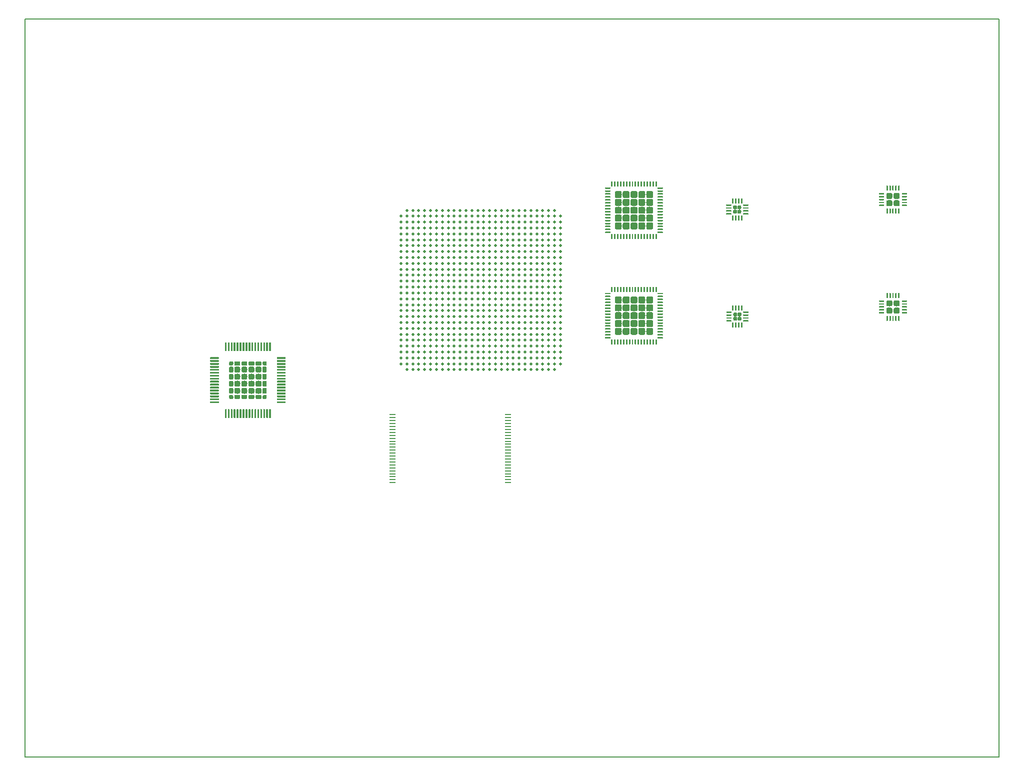
<source format=gtp>
G04 #@! TF.GenerationSoftware,KiCad,Pcbnew,(5.0.2)-1*
G04 #@! TF.CreationDate,2019-03-27T11:01:23+01:00*
G04 #@! TF.ProjectId,solderpaste,736f6c64-6572-4706-9173-74652e6b6963,rev?*
G04 #@! TF.SameCoordinates,Original*
G04 #@! TF.FileFunction,Paste,Top*
G04 #@! TF.FilePolarity,Positive*
%FSLAX46Y46*%
G04 Gerber Fmt 4.6, Leading zero omitted, Abs format (unit mm)*
G04 Created by KiCad (PCBNEW (5.0.2)-1) date 27/03/2019 11:01:23*
%MOMM*%
%LPD*%
G01*
G04 APERTURE LIST*
%ADD10C,0.150000*%
%ADD11C,0.100000*%
%ADD12C,0.250000*%
%ADD13C,1.152903*%
%ADD14C,0.630000*%
%ADD15C,1.010000*%
%ADD16C,0.300000*%
%ADD17C,0.601758*%
%ADD18C,0.685292*%
%ADD19C,0.967471*%
%ADD20R,1.100000X0.250000*%
%ADD21C,0.500000*%
G04 APERTURE END LIST*
D10*
X45000000Y-160000000D02*
X45000000Y-35000000D01*
X210000000Y-160000000D02*
X45000000Y-160000000D01*
X210000000Y-35000000D02*
X210000000Y-160000000D01*
X45000000Y-35000000D02*
X210000000Y-35000000D01*
D11*
G04 #@! TO.C,REF\002A\002A*
G36*
X151968626Y-89250301D02*
X151974693Y-89251201D01*
X151980643Y-89252691D01*
X151986418Y-89254758D01*
X151991962Y-89257380D01*
X151997223Y-89260533D01*
X152002150Y-89264187D01*
X152006694Y-89268306D01*
X152010813Y-89272850D01*
X152014467Y-89277777D01*
X152017620Y-89283038D01*
X152020242Y-89288582D01*
X152022309Y-89294357D01*
X152023799Y-89300307D01*
X152024699Y-89306374D01*
X152025000Y-89312500D01*
X152025000Y-90062500D01*
X152024699Y-90068626D01*
X152023799Y-90074693D01*
X152022309Y-90080643D01*
X152020242Y-90086418D01*
X152017620Y-90091962D01*
X152014467Y-90097223D01*
X152010813Y-90102150D01*
X152006694Y-90106694D01*
X152002150Y-90110813D01*
X151997223Y-90114467D01*
X151991962Y-90117620D01*
X151986418Y-90120242D01*
X151980643Y-90122309D01*
X151974693Y-90123799D01*
X151968626Y-90124699D01*
X151962500Y-90125000D01*
X151837500Y-90125000D01*
X151831374Y-90124699D01*
X151825307Y-90123799D01*
X151819357Y-90122309D01*
X151813582Y-90120242D01*
X151808038Y-90117620D01*
X151802777Y-90114467D01*
X151797850Y-90110813D01*
X151793306Y-90106694D01*
X151789187Y-90102150D01*
X151785533Y-90097223D01*
X151782380Y-90091962D01*
X151779758Y-90086418D01*
X151777691Y-90080643D01*
X151776201Y-90074693D01*
X151775301Y-90068626D01*
X151775000Y-90062500D01*
X151775000Y-89312500D01*
X151775301Y-89306374D01*
X151776201Y-89300307D01*
X151777691Y-89294357D01*
X151779758Y-89288582D01*
X151782380Y-89283038D01*
X151785533Y-89277777D01*
X151789187Y-89272850D01*
X151793306Y-89268306D01*
X151797850Y-89264187D01*
X151802777Y-89260533D01*
X151808038Y-89257380D01*
X151813582Y-89254758D01*
X151819357Y-89252691D01*
X151825307Y-89251201D01*
X151831374Y-89250301D01*
X151837500Y-89250000D01*
X151962500Y-89250000D01*
X151968626Y-89250301D01*
X151968626Y-89250301D01*
G37*
D12*
X151900000Y-89687500D03*
D11*
G36*
X151468626Y-89250301D02*
X151474693Y-89251201D01*
X151480643Y-89252691D01*
X151486418Y-89254758D01*
X151491962Y-89257380D01*
X151497223Y-89260533D01*
X151502150Y-89264187D01*
X151506694Y-89268306D01*
X151510813Y-89272850D01*
X151514467Y-89277777D01*
X151517620Y-89283038D01*
X151520242Y-89288582D01*
X151522309Y-89294357D01*
X151523799Y-89300307D01*
X151524699Y-89306374D01*
X151525000Y-89312500D01*
X151525000Y-90062500D01*
X151524699Y-90068626D01*
X151523799Y-90074693D01*
X151522309Y-90080643D01*
X151520242Y-90086418D01*
X151517620Y-90091962D01*
X151514467Y-90097223D01*
X151510813Y-90102150D01*
X151506694Y-90106694D01*
X151502150Y-90110813D01*
X151497223Y-90114467D01*
X151491962Y-90117620D01*
X151486418Y-90120242D01*
X151480643Y-90122309D01*
X151474693Y-90123799D01*
X151468626Y-90124699D01*
X151462500Y-90125000D01*
X151337500Y-90125000D01*
X151331374Y-90124699D01*
X151325307Y-90123799D01*
X151319357Y-90122309D01*
X151313582Y-90120242D01*
X151308038Y-90117620D01*
X151302777Y-90114467D01*
X151297850Y-90110813D01*
X151293306Y-90106694D01*
X151289187Y-90102150D01*
X151285533Y-90097223D01*
X151282380Y-90091962D01*
X151279758Y-90086418D01*
X151277691Y-90080643D01*
X151276201Y-90074693D01*
X151275301Y-90068626D01*
X151275000Y-90062500D01*
X151275000Y-89312500D01*
X151275301Y-89306374D01*
X151276201Y-89300307D01*
X151277691Y-89294357D01*
X151279758Y-89288582D01*
X151282380Y-89283038D01*
X151285533Y-89277777D01*
X151289187Y-89272850D01*
X151293306Y-89268306D01*
X151297850Y-89264187D01*
X151302777Y-89260533D01*
X151308038Y-89257380D01*
X151313582Y-89254758D01*
X151319357Y-89252691D01*
X151325307Y-89251201D01*
X151331374Y-89250301D01*
X151337500Y-89250000D01*
X151462500Y-89250000D01*
X151468626Y-89250301D01*
X151468626Y-89250301D01*
G37*
D12*
X151400000Y-89687500D03*
D11*
G36*
X150968626Y-89250301D02*
X150974693Y-89251201D01*
X150980643Y-89252691D01*
X150986418Y-89254758D01*
X150991962Y-89257380D01*
X150997223Y-89260533D01*
X151002150Y-89264187D01*
X151006694Y-89268306D01*
X151010813Y-89272850D01*
X151014467Y-89277777D01*
X151017620Y-89283038D01*
X151020242Y-89288582D01*
X151022309Y-89294357D01*
X151023799Y-89300307D01*
X151024699Y-89306374D01*
X151025000Y-89312500D01*
X151025000Y-90062500D01*
X151024699Y-90068626D01*
X151023799Y-90074693D01*
X151022309Y-90080643D01*
X151020242Y-90086418D01*
X151017620Y-90091962D01*
X151014467Y-90097223D01*
X151010813Y-90102150D01*
X151006694Y-90106694D01*
X151002150Y-90110813D01*
X150997223Y-90114467D01*
X150991962Y-90117620D01*
X150986418Y-90120242D01*
X150980643Y-90122309D01*
X150974693Y-90123799D01*
X150968626Y-90124699D01*
X150962500Y-90125000D01*
X150837500Y-90125000D01*
X150831374Y-90124699D01*
X150825307Y-90123799D01*
X150819357Y-90122309D01*
X150813582Y-90120242D01*
X150808038Y-90117620D01*
X150802777Y-90114467D01*
X150797850Y-90110813D01*
X150793306Y-90106694D01*
X150789187Y-90102150D01*
X150785533Y-90097223D01*
X150782380Y-90091962D01*
X150779758Y-90086418D01*
X150777691Y-90080643D01*
X150776201Y-90074693D01*
X150775301Y-90068626D01*
X150775000Y-90062500D01*
X150775000Y-89312500D01*
X150775301Y-89306374D01*
X150776201Y-89300307D01*
X150777691Y-89294357D01*
X150779758Y-89288582D01*
X150782380Y-89283038D01*
X150785533Y-89277777D01*
X150789187Y-89272850D01*
X150793306Y-89268306D01*
X150797850Y-89264187D01*
X150802777Y-89260533D01*
X150808038Y-89257380D01*
X150813582Y-89254758D01*
X150819357Y-89252691D01*
X150825307Y-89251201D01*
X150831374Y-89250301D01*
X150837500Y-89250000D01*
X150962500Y-89250000D01*
X150968626Y-89250301D01*
X150968626Y-89250301D01*
G37*
D12*
X150900000Y-89687500D03*
D11*
G36*
X150468626Y-89250301D02*
X150474693Y-89251201D01*
X150480643Y-89252691D01*
X150486418Y-89254758D01*
X150491962Y-89257380D01*
X150497223Y-89260533D01*
X150502150Y-89264187D01*
X150506694Y-89268306D01*
X150510813Y-89272850D01*
X150514467Y-89277777D01*
X150517620Y-89283038D01*
X150520242Y-89288582D01*
X150522309Y-89294357D01*
X150523799Y-89300307D01*
X150524699Y-89306374D01*
X150525000Y-89312500D01*
X150525000Y-90062500D01*
X150524699Y-90068626D01*
X150523799Y-90074693D01*
X150522309Y-90080643D01*
X150520242Y-90086418D01*
X150517620Y-90091962D01*
X150514467Y-90097223D01*
X150510813Y-90102150D01*
X150506694Y-90106694D01*
X150502150Y-90110813D01*
X150497223Y-90114467D01*
X150491962Y-90117620D01*
X150486418Y-90120242D01*
X150480643Y-90122309D01*
X150474693Y-90123799D01*
X150468626Y-90124699D01*
X150462500Y-90125000D01*
X150337500Y-90125000D01*
X150331374Y-90124699D01*
X150325307Y-90123799D01*
X150319357Y-90122309D01*
X150313582Y-90120242D01*
X150308038Y-90117620D01*
X150302777Y-90114467D01*
X150297850Y-90110813D01*
X150293306Y-90106694D01*
X150289187Y-90102150D01*
X150285533Y-90097223D01*
X150282380Y-90091962D01*
X150279758Y-90086418D01*
X150277691Y-90080643D01*
X150276201Y-90074693D01*
X150275301Y-90068626D01*
X150275000Y-90062500D01*
X150275000Y-89312500D01*
X150275301Y-89306374D01*
X150276201Y-89300307D01*
X150277691Y-89294357D01*
X150279758Y-89288582D01*
X150282380Y-89283038D01*
X150285533Y-89277777D01*
X150289187Y-89272850D01*
X150293306Y-89268306D01*
X150297850Y-89264187D01*
X150302777Y-89260533D01*
X150308038Y-89257380D01*
X150313582Y-89254758D01*
X150319357Y-89252691D01*
X150325307Y-89251201D01*
X150331374Y-89250301D01*
X150337500Y-89250000D01*
X150462500Y-89250000D01*
X150468626Y-89250301D01*
X150468626Y-89250301D01*
G37*
D12*
X150400000Y-89687500D03*
D11*
G36*
X149968626Y-89250301D02*
X149974693Y-89251201D01*
X149980643Y-89252691D01*
X149986418Y-89254758D01*
X149991962Y-89257380D01*
X149997223Y-89260533D01*
X150002150Y-89264187D01*
X150006694Y-89268306D01*
X150010813Y-89272850D01*
X150014467Y-89277777D01*
X150017620Y-89283038D01*
X150020242Y-89288582D01*
X150022309Y-89294357D01*
X150023799Y-89300307D01*
X150024699Y-89306374D01*
X150025000Y-89312500D01*
X150025000Y-90062500D01*
X150024699Y-90068626D01*
X150023799Y-90074693D01*
X150022309Y-90080643D01*
X150020242Y-90086418D01*
X150017620Y-90091962D01*
X150014467Y-90097223D01*
X150010813Y-90102150D01*
X150006694Y-90106694D01*
X150002150Y-90110813D01*
X149997223Y-90114467D01*
X149991962Y-90117620D01*
X149986418Y-90120242D01*
X149980643Y-90122309D01*
X149974693Y-90123799D01*
X149968626Y-90124699D01*
X149962500Y-90125000D01*
X149837500Y-90125000D01*
X149831374Y-90124699D01*
X149825307Y-90123799D01*
X149819357Y-90122309D01*
X149813582Y-90120242D01*
X149808038Y-90117620D01*
X149802777Y-90114467D01*
X149797850Y-90110813D01*
X149793306Y-90106694D01*
X149789187Y-90102150D01*
X149785533Y-90097223D01*
X149782380Y-90091962D01*
X149779758Y-90086418D01*
X149777691Y-90080643D01*
X149776201Y-90074693D01*
X149775301Y-90068626D01*
X149775000Y-90062500D01*
X149775000Y-89312500D01*
X149775301Y-89306374D01*
X149776201Y-89300307D01*
X149777691Y-89294357D01*
X149779758Y-89288582D01*
X149782380Y-89283038D01*
X149785533Y-89277777D01*
X149789187Y-89272850D01*
X149793306Y-89268306D01*
X149797850Y-89264187D01*
X149802777Y-89260533D01*
X149808038Y-89257380D01*
X149813582Y-89254758D01*
X149819357Y-89252691D01*
X149825307Y-89251201D01*
X149831374Y-89250301D01*
X149837500Y-89250000D01*
X149962500Y-89250000D01*
X149968626Y-89250301D01*
X149968626Y-89250301D01*
G37*
D12*
X149900000Y-89687500D03*
D11*
G36*
X149468626Y-89250301D02*
X149474693Y-89251201D01*
X149480643Y-89252691D01*
X149486418Y-89254758D01*
X149491962Y-89257380D01*
X149497223Y-89260533D01*
X149502150Y-89264187D01*
X149506694Y-89268306D01*
X149510813Y-89272850D01*
X149514467Y-89277777D01*
X149517620Y-89283038D01*
X149520242Y-89288582D01*
X149522309Y-89294357D01*
X149523799Y-89300307D01*
X149524699Y-89306374D01*
X149525000Y-89312500D01*
X149525000Y-90062500D01*
X149524699Y-90068626D01*
X149523799Y-90074693D01*
X149522309Y-90080643D01*
X149520242Y-90086418D01*
X149517620Y-90091962D01*
X149514467Y-90097223D01*
X149510813Y-90102150D01*
X149506694Y-90106694D01*
X149502150Y-90110813D01*
X149497223Y-90114467D01*
X149491962Y-90117620D01*
X149486418Y-90120242D01*
X149480643Y-90122309D01*
X149474693Y-90123799D01*
X149468626Y-90124699D01*
X149462500Y-90125000D01*
X149337500Y-90125000D01*
X149331374Y-90124699D01*
X149325307Y-90123799D01*
X149319357Y-90122309D01*
X149313582Y-90120242D01*
X149308038Y-90117620D01*
X149302777Y-90114467D01*
X149297850Y-90110813D01*
X149293306Y-90106694D01*
X149289187Y-90102150D01*
X149285533Y-90097223D01*
X149282380Y-90091962D01*
X149279758Y-90086418D01*
X149277691Y-90080643D01*
X149276201Y-90074693D01*
X149275301Y-90068626D01*
X149275000Y-90062500D01*
X149275000Y-89312500D01*
X149275301Y-89306374D01*
X149276201Y-89300307D01*
X149277691Y-89294357D01*
X149279758Y-89288582D01*
X149282380Y-89283038D01*
X149285533Y-89277777D01*
X149289187Y-89272850D01*
X149293306Y-89268306D01*
X149297850Y-89264187D01*
X149302777Y-89260533D01*
X149308038Y-89257380D01*
X149313582Y-89254758D01*
X149319357Y-89252691D01*
X149325307Y-89251201D01*
X149331374Y-89250301D01*
X149337500Y-89250000D01*
X149462500Y-89250000D01*
X149468626Y-89250301D01*
X149468626Y-89250301D01*
G37*
D12*
X149400000Y-89687500D03*
D11*
G36*
X148968626Y-89250301D02*
X148974693Y-89251201D01*
X148980643Y-89252691D01*
X148986418Y-89254758D01*
X148991962Y-89257380D01*
X148997223Y-89260533D01*
X149002150Y-89264187D01*
X149006694Y-89268306D01*
X149010813Y-89272850D01*
X149014467Y-89277777D01*
X149017620Y-89283038D01*
X149020242Y-89288582D01*
X149022309Y-89294357D01*
X149023799Y-89300307D01*
X149024699Y-89306374D01*
X149025000Y-89312500D01*
X149025000Y-90062500D01*
X149024699Y-90068626D01*
X149023799Y-90074693D01*
X149022309Y-90080643D01*
X149020242Y-90086418D01*
X149017620Y-90091962D01*
X149014467Y-90097223D01*
X149010813Y-90102150D01*
X149006694Y-90106694D01*
X149002150Y-90110813D01*
X148997223Y-90114467D01*
X148991962Y-90117620D01*
X148986418Y-90120242D01*
X148980643Y-90122309D01*
X148974693Y-90123799D01*
X148968626Y-90124699D01*
X148962500Y-90125000D01*
X148837500Y-90125000D01*
X148831374Y-90124699D01*
X148825307Y-90123799D01*
X148819357Y-90122309D01*
X148813582Y-90120242D01*
X148808038Y-90117620D01*
X148802777Y-90114467D01*
X148797850Y-90110813D01*
X148793306Y-90106694D01*
X148789187Y-90102150D01*
X148785533Y-90097223D01*
X148782380Y-90091962D01*
X148779758Y-90086418D01*
X148777691Y-90080643D01*
X148776201Y-90074693D01*
X148775301Y-90068626D01*
X148775000Y-90062500D01*
X148775000Y-89312500D01*
X148775301Y-89306374D01*
X148776201Y-89300307D01*
X148777691Y-89294357D01*
X148779758Y-89288582D01*
X148782380Y-89283038D01*
X148785533Y-89277777D01*
X148789187Y-89272850D01*
X148793306Y-89268306D01*
X148797850Y-89264187D01*
X148802777Y-89260533D01*
X148808038Y-89257380D01*
X148813582Y-89254758D01*
X148819357Y-89252691D01*
X148825307Y-89251201D01*
X148831374Y-89250301D01*
X148837500Y-89250000D01*
X148962500Y-89250000D01*
X148968626Y-89250301D01*
X148968626Y-89250301D01*
G37*
D12*
X148900000Y-89687500D03*
D11*
G36*
X148468626Y-89250301D02*
X148474693Y-89251201D01*
X148480643Y-89252691D01*
X148486418Y-89254758D01*
X148491962Y-89257380D01*
X148497223Y-89260533D01*
X148502150Y-89264187D01*
X148506694Y-89268306D01*
X148510813Y-89272850D01*
X148514467Y-89277777D01*
X148517620Y-89283038D01*
X148520242Y-89288582D01*
X148522309Y-89294357D01*
X148523799Y-89300307D01*
X148524699Y-89306374D01*
X148525000Y-89312500D01*
X148525000Y-90062500D01*
X148524699Y-90068626D01*
X148523799Y-90074693D01*
X148522309Y-90080643D01*
X148520242Y-90086418D01*
X148517620Y-90091962D01*
X148514467Y-90097223D01*
X148510813Y-90102150D01*
X148506694Y-90106694D01*
X148502150Y-90110813D01*
X148497223Y-90114467D01*
X148491962Y-90117620D01*
X148486418Y-90120242D01*
X148480643Y-90122309D01*
X148474693Y-90123799D01*
X148468626Y-90124699D01*
X148462500Y-90125000D01*
X148337500Y-90125000D01*
X148331374Y-90124699D01*
X148325307Y-90123799D01*
X148319357Y-90122309D01*
X148313582Y-90120242D01*
X148308038Y-90117620D01*
X148302777Y-90114467D01*
X148297850Y-90110813D01*
X148293306Y-90106694D01*
X148289187Y-90102150D01*
X148285533Y-90097223D01*
X148282380Y-90091962D01*
X148279758Y-90086418D01*
X148277691Y-90080643D01*
X148276201Y-90074693D01*
X148275301Y-90068626D01*
X148275000Y-90062500D01*
X148275000Y-89312500D01*
X148275301Y-89306374D01*
X148276201Y-89300307D01*
X148277691Y-89294357D01*
X148279758Y-89288582D01*
X148282380Y-89283038D01*
X148285533Y-89277777D01*
X148289187Y-89272850D01*
X148293306Y-89268306D01*
X148297850Y-89264187D01*
X148302777Y-89260533D01*
X148308038Y-89257380D01*
X148313582Y-89254758D01*
X148319357Y-89252691D01*
X148325307Y-89251201D01*
X148331374Y-89250301D01*
X148337500Y-89250000D01*
X148462500Y-89250000D01*
X148468626Y-89250301D01*
X148468626Y-89250301D01*
G37*
D12*
X148400000Y-89687500D03*
D11*
G36*
X147968626Y-89250301D02*
X147974693Y-89251201D01*
X147980643Y-89252691D01*
X147986418Y-89254758D01*
X147991962Y-89257380D01*
X147997223Y-89260533D01*
X148002150Y-89264187D01*
X148006694Y-89268306D01*
X148010813Y-89272850D01*
X148014467Y-89277777D01*
X148017620Y-89283038D01*
X148020242Y-89288582D01*
X148022309Y-89294357D01*
X148023799Y-89300307D01*
X148024699Y-89306374D01*
X148025000Y-89312500D01*
X148025000Y-90062500D01*
X148024699Y-90068626D01*
X148023799Y-90074693D01*
X148022309Y-90080643D01*
X148020242Y-90086418D01*
X148017620Y-90091962D01*
X148014467Y-90097223D01*
X148010813Y-90102150D01*
X148006694Y-90106694D01*
X148002150Y-90110813D01*
X147997223Y-90114467D01*
X147991962Y-90117620D01*
X147986418Y-90120242D01*
X147980643Y-90122309D01*
X147974693Y-90123799D01*
X147968626Y-90124699D01*
X147962500Y-90125000D01*
X147837500Y-90125000D01*
X147831374Y-90124699D01*
X147825307Y-90123799D01*
X147819357Y-90122309D01*
X147813582Y-90120242D01*
X147808038Y-90117620D01*
X147802777Y-90114467D01*
X147797850Y-90110813D01*
X147793306Y-90106694D01*
X147789187Y-90102150D01*
X147785533Y-90097223D01*
X147782380Y-90091962D01*
X147779758Y-90086418D01*
X147777691Y-90080643D01*
X147776201Y-90074693D01*
X147775301Y-90068626D01*
X147775000Y-90062500D01*
X147775000Y-89312500D01*
X147775301Y-89306374D01*
X147776201Y-89300307D01*
X147777691Y-89294357D01*
X147779758Y-89288582D01*
X147782380Y-89283038D01*
X147785533Y-89277777D01*
X147789187Y-89272850D01*
X147793306Y-89268306D01*
X147797850Y-89264187D01*
X147802777Y-89260533D01*
X147808038Y-89257380D01*
X147813582Y-89254758D01*
X147819357Y-89252691D01*
X147825307Y-89251201D01*
X147831374Y-89250301D01*
X147837500Y-89250000D01*
X147962500Y-89250000D01*
X147968626Y-89250301D01*
X147968626Y-89250301D01*
G37*
D12*
X147900000Y-89687500D03*
D11*
G36*
X147468626Y-89250301D02*
X147474693Y-89251201D01*
X147480643Y-89252691D01*
X147486418Y-89254758D01*
X147491962Y-89257380D01*
X147497223Y-89260533D01*
X147502150Y-89264187D01*
X147506694Y-89268306D01*
X147510813Y-89272850D01*
X147514467Y-89277777D01*
X147517620Y-89283038D01*
X147520242Y-89288582D01*
X147522309Y-89294357D01*
X147523799Y-89300307D01*
X147524699Y-89306374D01*
X147525000Y-89312500D01*
X147525000Y-90062500D01*
X147524699Y-90068626D01*
X147523799Y-90074693D01*
X147522309Y-90080643D01*
X147520242Y-90086418D01*
X147517620Y-90091962D01*
X147514467Y-90097223D01*
X147510813Y-90102150D01*
X147506694Y-90106694D01*
X147502150Y-90110813D01*
X147497223Y-90114467D01*
X147491962Y-90117620D01*
X147486418Y-90120242D01*
X147480643Y-90122309D01*
X147474693Y-90123799D01*
X147468626Y-90124699D01*
X147462500Y-90125000D01*
X147337500Y-90125000D01*
X147331374Y-90124699D01*
X147325307Y-90123799D01*
X147319357Y-90122309D01*
X147313582Y-90120242D01*
X147308038Y-90117620D01*
X147302777Y-90114467D01*
X147297850Y-90110813D01*
X147293306Y-90106694D01*
X147289187Y-90102150D01*
X147285533Y-90097223D01*
X147282380Y-90091962D01*
X147279758Y-90086418D01*
X147277691Y-90080643D01*
X147276201Y-90074693D01*
X147275301Y-90068626D01*
X147275000Y-90062500D01*
X147275000Y-89312500D01*
X147275301Y-89306374D01*
X147276201Y-89300307D01*
X147277691Y-89294357D01*
X147279758Y-89288582D01*
X147282380Y-89283038D01*
X147285533Y-89277777D01*
X147289187Y-89272850D01*
X147293306Y-89268306D01*
X147297850Y-89264187D01*
X147302777Y-89260533D01*
X147308038Y-89257380D01*
X147313582Y-89254758D01*
X147319357Y-89252691D01*
X147325307Y-89251201D01*
X147331374Y-89250301D01*
X147337500Y-89250000D01*
X147462500Y-89250000D01*
X147468626Y-89250301D01*
X147468626Y-89250301D01*
G37*
D12*
X147400000Y-89687500D03*
D11*
G36*
X146968626Y-89250301D02*
X146974693Y-89251201D01*
X146980643Y-89252691D01*
X146986418Y-89254758D01*
X146991962Y-89257380D01*
X146997223Y-89260533D01*
X147002150Y-89264187D01*
X147006694Y-89268306D01*
X147010813Y-89272850D01*
X147014467Y-89277777D01*
X147017620Y-89283038D01*
X147020242Y-89288582D01*
X147022309Y-89294357D01*
X147023799Y-89300307D01*
X147024699Y-89306374D01*
X147025000Y-89312500D01*
X147025000Y-90062500D01*
X147024699Y-90068626D01*
X147023799Y-90074693D01*
X147022309Y-90080643D01*
X147020242Y-90086418D01*
X147017620Y-90091962D01*
X147014467Y-90097223D01*
X147010813Y-90102150D01*
X147006694Y-90106694D01*
X147002150Y-90110813D01*
X146997223Y-90114467D01*
X146991962Y-90117620D01*
X146986418Y-90120242D01*
X146980643Y-90122309D01*
X146974693Y-90123799D01*
X146968626Y-90124699D01*
X146962500Y-90125000D01*
X146837500Y-90125000D01*
X146831374Y-90124699D01*
X146825307Y-90123799D01*
X146819357Y-90122309D01*
X146813582Y-90120242D01*
X146808038Y-90117620D01*
X146802777Y-90114467D01*
X146797850Y-90110813D01*
X146793306Y-90106694D01*
X146789187Y-90102150D01*
X146785533Y-90097223D01*
X146782380Y-90091962D01*
X146779758Y-90086418D01*
X146777691Y-90080643D01*
X146776201Y-90074693D01*
X146775301Y-90068626D01*
X146775000Y-90062500D01*
X146775000Y-89312500D01*
X146775301Y-89306374D01*
X146776201Y-89300307D01*
X146777691Y-89294357D01*
X146779758Y-89288582D01*
X146782380Y-89283038D01*
X146785533Y-89277777D01*
X146789187Y-89272850D01*
X146793306Y-89268306D01*
X146797850Y-89264187D01*
X146802777Y-89260533D01*
X146808038Y-89257380D01*
X146813582Y-89254758D01*
X146819357Y-89252691D01*
X146825307Y-89251201D01*
X146831374Y-89250301D01*
X146837500Y-89250000D01*
X146962500Y-89250000D01*
X146968626Y-89250301D01*
X146968626Y-89250301D01*
G37*
D12*
X146900000Y-89687500D03*
D11*
G36*
X146468626Y-89250301D02*
X146474693Y-89251201D01*
X146480643Y-89252691D01*
X146486418Y-89254758D01*
X146491962Y-89257380D01*
X146497223Y-89260533D01*
X146502150Y-89264187D01*
X146506694Y-89268306D01*
X146510813Y-89272850D01*
X146514467Y-89277777D01*
X146517620Y-89283038D01*
X146520242Y-89288582D01*
X146522309Y-89294357D01*
X146523799Y-89300307D01*
X146524699Y-89306374D01*
X146525000Y-89312500D01*
X146525000Y-90062500D01*
X146524699Y-90068626D01*
X146523799Y-90074693D01*
X146522309Y-90080643D01*
X146520242Y-90086418D01*
X146517620Y-90091962D01*
X146514467Y-90097223D01*
X146510813Y-90102150D01*
X146506694Y-90106694D01*
X146502150Y-90110813D01*
X146497223Y-90114467D01*
X146491962Y-90117620D01*
X146486418Y-90120242D01*
X146480643Y-90122309D01*
X146474693Y-90123799D01*
X146468626Y-90124699D01*
X146462500Y-90125000D01*
X146337500Y-90125000D01*
X146331374Y-90124699D01*
X146325307Y-90123799D01*
X146319357Y-90122309D01*
X146313582Y-90120242D01*
X146308038Y-90117620D01*
X146302777Y-90114467D01*
X146297850Y-90110813D01*
X146293306Y-90106694D01*
X146289187Y-90102150D01*
X146285533Y-90097223D01*
X146282380Y-90091962D01*
X146279758Y-90086418D01*
X146277691Y-90080643D01*
X146276201Y-90074693D01*
X146275301Y-90068626D01*
X146275000Y-90062500D01*
X146275000Y-89312500D01*
X146275301Y-89306374D01*
X146276201Y-89300307D01*
X146277691Y-89294357D01*
X146279758Y-89288582D01*
X146282380Y-89283038D01*
X146285533Y-89277777D01*
X146289187Y-89272850D01*
X146293306Y-89268306D01*
X146297850Y-89264187D01*
X146302777Y-89260533D01*
X146308038Y-89257380D01*
X146313582Y-89254758D01*
X146319357Y-89252691D01*
X146325307Y-89251201D01*
X146331374Y-89250301D01*
X146337500Y-89250000D01*
X146462500Y-89250000D01*
X146468626Y-89250301D01*
X146468626Y-89250301D01*
G37*
D12*
X146400000Y-89687500D03*
D11*
G36*
X145968626Y-89250301D02*
X145974693Y-89251201D01*
X145980643Y-89252691D01*
X145986418Y-89254758D01*
X145991962Y-89257380D01*
X145997223Y-89260533D01*
X146002150Y-89264187D01*
X146006694Y-89268306D01*
X146010813Y-89272850D01*
X146014467Y-89277777D01*
X146017620Y-89283038D01*
X146020242Y-89288582D01*
X146022309Y-89294357D01*
X146023799Y-89300307D01*
X146024699Y-89306374D01*
X146025000Y-89312500D01*
X146025000Y-90062500D01*
X146024699Y-90068626D01*
X146023799Y-90074693D01*
X146022309Y-90080643D01*
X146020242Y-90086418D01*
X146017620Y-90091962D01*
X146014467Y-90097223D01*
X146010813Y-90102150D01*
X146006694Y-90106694D01*
X146002150Y-90110813D01*
X145997223Y-90114467D01*
X145991962Y-90117620D01*
X145986418Y-90120242D01*
X145980643Y-90122309D01*
X145974693Y-90123799D01*
X145968626Y-90124699D01*
X145962500Y-90125000D01*
X145837500Y-90125000D01*
X145831374Y-90124699D01*
X145825307Y-90123799D01*
X145819357Y-90122309D01*
X145813582Y-90120242D01*
X145808038Y-90117620D01*
X145802777Y-90114467D01*
X145797850Y-90110813D01*
X145793306Y-90106694D01*
X145789187Y-90102150D01*
X145785533Y-90097223D01*
X145782380Y-90091962D01*
X145779758Y-90086418D01*
X145777691Y-90080643D01*
X145776201Y-90074693D01*
X145775301Y-90068626D01*
X145775000Y-90062500D01*
X145775000Y-89312500D01*
X145775301Y-89306374D01*
X145776201Y-89300307D01*
X145777691Y-89294357D01*
X145779758Y-89288582D01*
X145782380Y-89283038D01*
X145785533Y-89277777D01*
X145789187Y-89272850D01*
X145793306Y-89268306D01*
X145797850Y-89264187D01*
X145802777Y-89260533D01*
X145808038Y-89257380D01*
X145813582Y-89254758D01*
X145819357Y-89252691D01*
X145825307Y-89251201D01*
X145831374Y-89250301D01*
X145837500Y-89250000D01*
X145962500Y-89250000D01*
X145968626Y-89250301D01*
X145968626Y-89250301D01*
G37*
D12*
X145900000Y-89687500D03*
D11*
G36*
X145468626Y-89250301D02*
X145474693Y-89251201D01*
X145480643Y-89252691D01*
X145486418Y-89254758D01*
X145491962Y-89257380D01*
X145497223Y-89260533D01*
X145502150Y-89264187D01*
X145506694Y-89268306D01*
X145510813Y-89272850D01*
X145514467Y-89277777D01*
X145517620Y-89283038D01*
X145520242Y-89288582D01*
X145522309Y-89294357D01*
X145523799Y-89300307D01*
X145524699Y-89306374D01*
X145525000Y-89312500D01*
X145525000Y-90062500D01*
X145524699Y-90068626D01*
X145523799Y-90074693D01*
X145522309Y-90080643D01*
X145520242Y-90086418D01*
X145517620Y-90091962D01*
X145514467Y-90097223D01*
X145510813Y-90102150D01*
X145506694Y-90106694D01*
X145502150Y-90110813D01*
X145497223Y-90114467D01*
X145491962Y-90117620D01*
X145486418Y-90120242D01*
X145480643Y-90122309D01*
X145474693Y-90123799D01*
X145468626Y-90124699D01*
X145462500Y-90125000D01*
X145337500Y-90125000D01*
X145331374Y-90124699D01*
X145325307Y-90123799D01*
X145319357Y-90122309D01*
X145313582Y-90120242D01*
X145308038Y-90117620D01*
X145302777Y-90114467D01*
X145297850Y-90110813D01*
X145293306Y-90106694D01*
X145289187Y-90102150D01*
X145285533Y-90097223D01*
X145282380Y-90091962D01*
X145279758Y-90086418D01*
X145277691Y-90080643D01*
X145276201Y-90074693D01*
X145275301Y-90068626D01*
X145275000Y-90062500D01*
X145275000Y-89312500D01*
X145275301Y-89306374D01*
X145276201Y-89300307D01*
X145277691Y-89294357D01*
X145279758Y-89288582D01*
X145282380Y-89283038D01*
X145285533Y-89277777D01*
X145289187Y-89272850D01*
X145293306Y-89268306D01*
X145297850Y-89264187D01*
X145302777Y-89260533D01*
X145308038Y-89257380D01*
X145313582Y-89254758D01*
X145319357Y-89252691D01*
X145325307Y-89251201D01*
X145331374Y-89250301D01*
X145337500Y-89250000D01*
X145462500Y-89250000D01*
X145468626Y-89250301D01*
X145468626Y-89250301D01*
G37*
D12*
X145400000Y-89687500D03*
D11*
G36*
X144968626Y-89250301D02*
X144974693Y-89251201D01*
X144980643Y-89252691D01*
X144986418Y-89254758D01*
X144991962Y-89257380D01*
X144997223Y-89260533D01*
X145002150Y-89264187D01*
X145006694Y-89268306D01*
X145010813Y-89272850D01*
X145014467Y-89277777D01*
X145017620Y-89283038D01*
X145020242Y-89288582D01*
X145022309Y-89294357D01*
X145023799Y-89300307D01*
X145024699Y-89306374D01*
X145025000Y-89312500D01*
X145025000Y-90062500D01*
X145024699Y-90068626D01*
X145023799Y-90074693D01*
X145022309Y-90080643D01*
X145020242Y-90086418D01*
X145017620Y-90091962D01*
X145014467Y-90097223D01*
X145010813Y-90102150D01*
X145006694Y-90106694D01*
X145002150Y-90110813D01*
X144997223Y-90114467D01*
X144991962Y-90117620D01*
X144986418Y-90120242D01*
X144980643Y-90122309D01*
X144974693Y-90123799D01*
X144968626Y-90124699D01*
X144962500Y-90125000D01*
X144837500Y-90125000D01*
X144831374Y-90124699D01*
X144825307Y-90123799D01*
X144819357Y-90122309D01*
X144813582Y-90120242D01*
X144808038Y-90117620D01*
X144802777Y-90114467D01*
X144797850Y-90110813D01*
X144793306Y-90106694D01*
X144789187Y-90102150D01*
X144785533Y-90097223D01*
X144782380Y-90091962D01*
X144779758Y-90086418D01*
X144777691Y-90080643D01*
X144776201Y-90074693D01*
X144775301Y-90068626D01*
X144775000Y-90062500D01*
X144775000Y-89312500D01*
X144775301Y-89306374D01*
X144776201Y-89300307D01*
X144777691Y-89294357D01*
X144779758Y-89288582D01*
X144782380Y-89283038D01*
X144785533Y-89277777D01*
X144789187Y-89272850D01*
X144793306Y-89268306D01*
X144797850Y-89264187D01*
X144802777Y-89260533D01*
X144808038Y-89257380D01*
X144813582Y-89254758D01*
X144819357Y-89252691D01*
X144825307Y-89251201D01*
X144831374Y-89250301D01*
X144837500Y-89250000D01*
X144962500Y-89250000D01*
X144968626Y-89250301D01*
X144968626Y-89250301D01*
G37*
D12*
X144900000Y-89687500D03*
D11*
G36*
X144468626Y-89250301D02*
X144474693Y-89251201D01*
X144480643Y-89252691D01*
X144486418Y-89254758D01*
X144491962Y-89257380D01*
X144497223Y-89260533D01*
X144502150Y-89264187D01*
X144506694Y-89268306D01*
X144510813Y-89272850D01*
X144514467Y-89277777D01*
X144517620Y-89283038D01*
X144520242Y-89288582D01*
X144522309Y-89294357D01*
X144523799Y-89300307D01*
X144524699Y-89306374D01*
X144525000Y-89312500D01*
X144525000Y-90062500D01*
X144524699Y-90068626D01*
X144523799Y-90074693D01*
X144522309Y-90080643D01*
X144520242Y-90086418D01*
X144517620Y-90091962D01*
X144514467Y-90097223D01*
X144510813Y-90102150D01*
X144506694Y-90106694D01*
X144502150Y-90110813D01*
X144497223Y-90114467D01*
X144491962Y-90117620D01*
X144486418Y-90120242D01*
X144480643Y-90122309D01*
X144474693Y-90123799D01*
X144468626Y-90124699D01*
X144462500Y-90125000D01*
X144337500Y-90125000D01*
X144331374Y-90124699D01*
X144325307Y-90123799D01*
X144319357Y-90122309D01*
X144313582Y-90120242D01*
X144308038Y-90117620D01*
X144302777Y-90114467D01*
X144297850Y-90110813D01*
X144293306Y-90106694D01*
X144289187Y-90102150D01*
X144285533Y-90097223D01*
X144282380Y-90091962D01*
X144279758Y-90086418D01*
X144277691Y-90080643D01*
X144276201Y-90074693D01*
X144275301Y-90068626D01*
X144275000Y-90062500D01*
X144275000Y-89312500D01*
X144275301Y-89306374D01*
X144276201Y-89300307D01*
X144277691Y-89294357D01*
X144279758Y-89288582D01*
X144282380Y-89283038D01*
X144285533Y-89277777D01*
X144289187Y-89272850D01*
X144293306Y-89268306D01*
X144297850Y-89264187D01*
X144302777Y-89260533D01*
X144308038Y-89257380D01*
X144313582Y-89254758D01*
X144319357Y-89252691D01*
X144325307Y-89251201D01*
X144331374Y-89250301D01*
X144337500Y-89250000D01*
X144462500Y-89250000D01*
X144468626Y-89250301D01*
X144468626Y-89250301D01*
G37*
D12*
X144400000Y-89687500D03*
D11*
G36*
X144093626Y-88875301D02*
X144099693Y-88876201D01*
X144105643Y-88877691D01*
X144111418Y-88879758D01*
X144116962Y-88882380D01*
X144122223Y-88885533D01*
X144127150Y-88889187D01*
X144131694Y-88893306D01*
X144135813Y-88897850D01*
X144139467Y-88902777D01*
X144142620Y-88908038D01*
X144145242Y-88913582D01*
X144147309Y-88919357D01*
X144148799Y-88925307D01*
X144149699Y-88931374D01*
X144150000Y-88937500D01*
X144150000Y-89062500D01*
X144149699Y-89068626D01*
X144148799Y-89074693D01*
X144147309Y-89080643D01*
X144145242Y-89086418D01*
X144142620Y-89091962D01*
X144139467Y-89097223D01*
X144135813Y-89102150D01*
X144131694Y-89106694D01*
X144127150Y-89110813D01*
X144122223Y-89114467D01*
X144116962Y-89117620D01*
X144111418Y-89120242D01*
X144105643Y-89122309D01*
X144099693Y-89123799D01*
X144093626Y-89124699D01*
X144087500Y-89125000D01*
X143337500Y-89125000D01*
X143331374Y-89124699D01*
X143325307Y-89123799D01*
X143319357Y-89122309D01*
X143313582Y-89120242D01*
X143308038Y-89117620D01*
X143302777Y-89114467D01*
X143297850Y-89110813D01*
X143293306Y-89106694D01*
X143289187Y-89102150D01*
X143285533Y-89097223D01*
X143282380Y-89091962D01*
X143279758Y-89086418D01*
X143277691Y-89080643D01*
X143276201Y-89074693D01*
X143275301Y-89068626D01*
X143275000Y-89062500D01*
X143275000Y-88937500D01*
X143275301Y-88931374D01*
X143276201Y-88925307D01*
X143277691Y-88919357D01*
X143279758Y-88913582D01*
X143282380Y-88908038D01*
X143285533Y-88902777D01*
X143289187Y-88897850D01*
X143293306Y-88893306D01*
X143297850Y-88889187D01*
X143302777Y-88885533D01*
X143308038Y-88882380D01*
X143313582Y-88879758D01*
X143319357Y-88877691D01*
X143325307Y-88876201D01*
X143331374Y-88875301D01*
X143337500Y-88875000D01*
X144087500Y-88875000D01*
X144093626Y-88875301D01*
X144093626Y-88875301D01*
G37*
D12*
X143712500Y-89000000D03*
D11*
G36*
X144093626Y-88375301D02*
X144099693Y-88376201D01*
X144105643Y-88377691D01*
X144111418Y-88379758D01*
X144116962Y-88382380D01*
X144122223Y-88385533D01*
X144127150Y-88389187D01*
X144131694Y-88393306D01*
X144135813Y-88397850D01*
X144139467Y-88402777D01*
X144142620Y-88408038D01*
X144145242Y-88413582D01*
X144147309Y-88419357D01*
X144148799Y-88425307D01*
X144149699Y-88431374D01*
X144150000Y-88437500D01*
X144150000Y-88562500D01*
X144149699Y-88568626D01*
X144148799Y-88574693D01*
X144147309Y-88580643D01*
X144145242Y-88586418D01*
X144142620Y-88591962D01*
X144139467Y-88597223D01*
X144135813Y-88602150D01*
X144131694Y-88606694D01*
X144127150Y-88610813D01*
X144122223Y-88614467D01*
X144116962Y-88617620D01*
X144111418Y-88620242D01*
X144105643Y-88622309D01*
X144099693Y-88623799D01*
X144093626Y-88624699D01*
X144087500Y-88625000D01*
X143337500Y-88625000D01*
X143331374Y-88624699D01*
X143325307Y-88623799D01*
X143319357Y-88622309D01*
X143313582Y-88620242D01*
X143308038Y-88617620D01*
X143302777Y-88614467D01*
X143297850Y-88610813D01*
X143293306Y-88606694D01*
X143289187Y-88602150D01*
X143285533Y-88597223D01*
X143282380Y-88591962D01*
X143279758Y-88586418D01*
X143277691Y-88580643D01*
X143276201Y-88574693D01*
X143275301Y-88568626D01*
X143275000Y-88562500D01*
X143275000Y-88437500D01*
X143275301Y-88431374D01*
X143276201Y-88425307D01*
X143277691Y-88419357D01*
X143279758Y-88413582D01*
X143282380Y-88408038D01*
X143285533Y-88402777D01*
X143289187Y-88397850D01*
X143293306Y-88393306D01*
X143297850Y-88389187D01*
X143302777Y-88385533D01*
X143308038Y-88382380D01*
X143313582Y-88379758D01*
X143319357Y-88377691D01*
X143325307Y-88376201D01*
X143331374Y-88375301D01*
X143337500Y-88375000D01*
X144087500Y-88375000D01*
X144093626Y-88375301D01*
X144093626Y-88375301D01*
G37*
D12*
X143712500Y-88500000D03*
D11*
G36*
X144093626Y-87875301D02*
X144099693Y-87876201D01*
X144105643Y-87877691D01*
X144111418Y-87879758D01*
X144116962Y-87882380D01*
X144122223Y-87885533D01*
X144127150Y-87889187D01*
X144131694Y-87893306D01*
X144135813Y-87897850D01*
X144139467Y-87902777D01*
X144142620Y-87908038D01*
X144145242Y-87913582D01*
X144147309Y-87919357D01*
X144148799Y-87925307D01*
X144149699Y-87931374D01*
X144150000Y-87937500D01*
X144150000Y-88062500D01*
X144149699Y-88068626D01*
X144148799Y-88074693D01*
X144147309Y-88080643D01*
X144145242Y-88086418D01*
X144142620Y-88091962D01*
X144139467Y-88097223D01*
X144135813Y-88102150D01*
X144131694Y-88106694D01*
X144127150Y-88110813D01*
X144122223Y-88114467D01*
X144116962Y-88117620D01*
X144111418Y-88120242D01*
X144105643Y-88122309D01*
X144099693Y-88123799D01*
X144093626Y-88124699D01*
X144087500Y-88125000D01*
X143337500Y-88125000D01*
X143331374Y-88124699D01*
X143325307Y-88123799D01*
X143319357Y-88122309D01*
X143313582Y-88120242D01*
X143308038Y-88117620D01*
X143302777Y-88114467D01*
X143297850Y-88110813D01*
X143293306Y-88106694D01*
X143289187Y-88102150D01*
X143285533Y-88097223D01*
X143282380Y-88091962D01*
X143279758Y-88086418D01*
X143277691Y-88080643D01*
X143276201Y-88074693D01*
X143275301Y-88068626D01*
X143275000Y-88062500D01*
X143275000Y-87937500D01*
X143275301Y-87931374D01*
X143276201Y-87925307D01*
X143277691Y-87919357D01*
X143279758Y-87913582D01*
X143282380Y-87908038D01*
X143285533Y-87902777D01*
X143289187Y-87897850D01*
X143293306Y-87893306D01*
X143297850Y-87889187D01*
X143302777Y-87885533D01*
X143308038Y-87882380D01*
X143313582Y-87879758D01*
X143319357Y-87877691D01*
X143325307Y-87876201D01*
X143331374Y-87875301D01*
X143337500Y-87875000D01*
X144087500Y-87875000D01*
X144093626Y-87875301D01*
X144093626Y-87875301D01*
G37*
D12*
X143712500Y-88000000D03*
D11*
G36*
X144093626Y-87375301D02*
X144099693Y-87376201D01*
X144105643Y-87377691D01*
X144111418Y-87379758D01*
X144116962Y-87382380D01*
X144122223Y-87385533D01*
X144127150Y-87389187D01*
X144131694Y-87393306D01*
X144135813Y-87397850D01*
X144139467Y-87402777D01*
X144142620Y-87408038D01*
X144145242Y-87413582D01*
X144147309Y-87419357D01*
X144148799Y-87425307D01*
X144149699Y-87431374D01*
X144150000Y-87437500D01*
X144150000Y-87562500D01*
X144149699Y-87568626D01*
X144148799Y-87574693D01*
X144147309Y-87580643D01*
X144145242Y-87586418D01*
X144142620Y-87591962D01*
X144139467Y-87597223D01*
X144135813Y-87602150D01*
X144131694Y-87606694D01*
X144127150Y-87610813D01*
X144122223Y-87614467D01*
X144116962Y-87617620D01*
X144111418Y-87620242D01*
X144105643Y-87622309D01*
X144099693Y-87623799D01*
X144093626Y-87624699D01*
X144087500Y-87625000D01*
X143337500Y-87625000D01*
X143331374Y-87624699D01*
X143325307Y-87623799D01*
X143319357Y-87622309D01*
X143313582Y-87620242D01*
X143308038Y-87617620D01*
X143302777Y-87614467D01*
X143297850Y-87610813D01*
X143293306Y-87606694D01*
X143289187Y-87602150D01*
X143285533Y-87597223D01*
X143282380Y-87591962D01*
X143279758Y-87586418D01*
X143277691Y-87580643D01*
X143276201Y-87574693D01*
X143275301Y-87568626D01*
X143275000Y-87562500D01*
X143275000Y-87437500D01*
X143275301Y-87431374D01*
X143276201Y-87425307D01*
X143277691Y-87419357D01*
X143279758Y-87413582D01*
X143282380Y-87408038D01*
X143285533Y-87402777D01*
X143289187Y-87397850D01*
X143293306Y-87393306D01*
X143297850Y-87389187D01*
X143302777Y-87385533D01*
X143308038Y-87382380D01*
X143313582Y-87379758D01*
X143319357Y-87377691D01*
X143325307Y-87376201D01*
X143331374Y-87375301D01*
X143337500Y-87375000D01*
X144087500Y-87375000D01*
X144093626Y-87375301D01*
X144093626Y-87375301D01*
G37*
D12*
X143712500Y-87500000D03*
D11*
G36*
X144093626Y-86875301D02*
X144099693Y-86876201D01*
X144105643Y-86877691D01*
X144111418Y-86879758D01*
X144116962Y-86882380D01*
X144122223Y-86885533D01*
X144127150Y-86889187D01*
X144131694Y-86893306D01*
X144135813Y-86897850D01*
X144139467Y-86902777D01*
X144142620Y-86908038D01*
X144145242Y-86913582D01*
X144147309Y-86919357D01*
X144148799Y-86925307D01*
X144149699Y-86931374D01*
X144150000Y-86937500D01*
X144150000Y-87062500D01*
X144149699Y-87068626D01*
X144148799Y-87074693D01*
X144147309Y-87080643D01*
X144145242Y-87086418D01*
X144142620Y-87091962D01*
X144139467Y-87097223D01*
X144135813Y-87102150D01*
X144131694Y-87106694D01*
X144127150Y-87110813D01*
X144122223Y-87114467D01*
X144116962Y-87117620D01*
X144111418Y-87120242D01*
X144105643Y-87122309D01*
X144099693Y-87123799D01*
X144093626Y-87124699D01*
X144087500Y-87125000D01*
X143337500Y-87125000D01*
X143331374Y-87124699D01*
X143325307Y-87123799D01*
X143319357Y-87122309D01*
X143313582Y-87120242D01*
X143308038Y-87117620D01*
X143302777Y-87114467D01*
X143297850Y-87110813D01*
X143293306Y-87106694D01*
X143289187Y-87102150D01*
X143285533Y-87097223D01*
X143282380Y-87091962D01*
X143279758Y-87086418D01*
X143277691Y-87080643D01*
X143276201Y-87074693D01*
X143275301Y-87068626D01*
X143275000Y-87062500D01*
X143275000Y-86937500D01*
X143275301Y-86931374D01*
X143276201Y-86925307D01*
X143277691Y-86919357D01*
X143279758Y-86913582D01*
X143282380Y-86908038D01*
X143285533Y-86902777D01*
X143289187Y-86897850D01*
X143293306Y-86893306D01*
X143297850Y-86889187D01*
X143302777Y-86885533D01*
X143308038Y-86882380D01*
X143313582Y-86879758D01*
X143319357Y-86877691D01*
X143325307Y-86876201D01*
X143331374Y-86875301D01*
X143337500Y-86875000D01*
X144087500Y-86875000D01*
X144093626Y-86875301D01*
X144093626Y-86875301D01*
G37*
D12*
X143712500Y-87000000D03*
D11*
G36*
X144093626Y-86375301D02*
X144099693Y-86376201D01*
X144105643Y-86377691D01*
X144111418Y-86379758D01*
X144116962Y-86382380D01*
X144122223Y-86385533D01*
X144127150Y-86389187D01*
X144131694Y-86393306D01*
X144135813Y-86397850D01*
X144139467Y-86402777D01*
X144142620Y-86408038D01*
X144145242Y-86413582D01*
X144147309Y-86419357D01*
X144148799Y-86425307D01*
X144149699Y-86431374D01*
X144150000Y-86437500D01*
X144150000Y-86562500D01*
X144149699Y-86568626D01*
X144148799Y-86574693D01*
X144147309Y-86580643D01*
X144145242Y-86586418D01*
X144142620Y-86591962D01*
X144139467Y-86597223D01*
X144135813Y-86602150D01*
X144131694Y-86606694D01*
X144127150Y-86610813D01*
X144122223Y-86614467D01*
X144116962Y-86617620D01*
X144111418Y-86620242D01*
X144105643Y-86622309D01*
X144099693Y-86623799D01*
X144093626Y-86624699D01*
X144087500Y-86625000D01*
X143337500Y-86625000D01*
X143331374Y-86624699D01*
X143325307Y-86623799D01*
X143319357Y-86622309D01*
X143313582Y-86620242D01*
X143308038Y-86617620D01*
X143302777Y-86614467D01*
X143297850Y-86610813D01*
X143293306Y-86606694D01*
X143289187Y-86602150D01*
X143285533Y-86597223D01*
X143282380Y-86591962D01*
X143279758Y-86586418D01*
X143277691Y-86580643D01*
X143276201Y-86574693D01*
X143275301Y-86568626D01*
X143275000Y-86562500D01*
X143275000Y-86437500D01*
X143275301Y-86431374D01*
X143276201Y-86425307D01*
X143277691Y-86419357D01*
X143279758Y-86413582D01*
X143282380Y-86408038D01*
X143285533Y-86402777D01*
X143289187Y-86397850D01*
X143293306Y-86393306D01*
X143297850Y-86389187D01*
X143302777Y-86385533D01*
X143308038Y-86382380D01*
X143313582Y-86379758D01*
X143319357Y-86377691D01*
X143325307Y-86376201D01*
X143331374Y-86375301D01*
X143337500Y-86375000D01*
X144087500Y-86375000D01*
X144093626Y-86375301D01*
X144093626Y-86375301D01*
G37*
D12*
X143712500Y-86500000D03*
D11*
G36*
X144093626Y-85875301D02*
X144099693Y-85876201D01*
X144105643Y-85877691D01*
X144111418Y-85879758D01*
X144116962Y-85882380D01*
X144122223Y-85885533D01*
X144127150Y-85889187D01*
X144131694Y-85893306D01*
X144135813Y-85897850D01*
X144139467Y-85902777D01*
X144142620Y-85908038D01*
X144145242Y-85913582D01*
X144147309Y-85919357D01*
X144148799Y-85925307D01*
X144149699Y-85931374D01*
X144150000Y-85937500D01*
X144150000Y-86062500D01*
X144149699Y-86068626D01*
X144148799Y-86074693D01*
X144147309Y-86080643D01*
X144145242Y-86086418D01*
X144142620Y-86091962D01*
X144139467Y-86097223D01*
X144135813Y-86102150D01*
X144131694Y-86106694D01*
X144127150Y-86110813D01*
X144122223Y-86114467D01*
X144116962Y-86117620D01*
X144111418Y-86120242D01*
X144105643Y-86122309D01*
X144099693Y-86123799D01*
X144093626Y-86124699D01*
X144087500Y-86125000D01*
X143337500Y-86125000D01*
X143331374Y-86124699D01*
X143325307Y-86123799D01*
X143319357Y-86122309D01*
X143313582Y-86120242D01*
X143308038Y-86117620D01*
X143302777Y-86114467D01*
X143297850Y-86110813D01*
X143293306Y-86106694D01*
X143289187Y-86102150D01*
X143285533Y-86097223D01*
X143282380Y-86091962D01*
X143279758Y-86086418D01*
X143277691Y-86080643D01*
X143276201Y-86074693D01*
X143275301Y-86068626D01*
X143275000Y-86062500D01*
X143275000Y-85937500D01*
X143275301Y-85931374D01*
X143276201Y-85925307D01*
X143277691Y-85919357D01*
X143279758Y-85913582D01*
X143282380Y-85908038D01*
X143285533Y-85902777D01*
X143289187Y-85897850D01*
X143293306Y-85893306D01*
X143297850Y-85889187D01*
X143302777Y-85885533D01*
X143308038Y-85882380D01*
X143313582Y-85879758D01*
X143319357Y-85877691D01*
X143325307Y-85876201D01*
X143331374Y-85875301D01*
X143337500Y-85875000D01*
X144087500Y-85875000D01*
X144093626Y-85875301D01*
X144093626Y-85875301D01*
G37*
D12*
X143712500Y-86000000D03*
D11*
G36*
X144093626Y-85375301D02*
X144099693Y-85376201D01*
X144105643Y-85377691D01*
X144111418Y-85379758D01*
X144116962Y-85382380D01*
X144122223Y-85385533D01*
X144127150Y-85389187D01*
X144131694Y-85393306D01*
X144135813Y-85397850D01*
X144139467Y-85402777D01*
X144142620Y-85408038D01*
X144145242Y-85413582D01*
X144147309Y-85419357D01*
X144148799Y-85425307D01*
X144149699Y-85431374D01*
X144150000Y-85437500D01*
X144150000Y-85562500D01*
X144149699Y-85568626D01*
X144148799Y-85574693D01*
X144147309Y-85580643D01*
X144145242Y-85586418D01*
X144142620Y-85591962D01*
X144139467Y-85597223D01*
X144135813Y-85602150D01*
X144131694Y-85606694D01*
X144127150Y-85610813D01*
X144122223Y-85614467D01*
X144116962Y-85617620D01*
X144111418Y-85620242D01*
X144105643Y-85622309D01*
X144099693Y-85623799D01*
X144093626Y-85624699D01*
X144087500Y-85625000D01*
X143337500Y-85625000D01*
X143331374Y-85624699D01*
X143325307Y-85623799D01*
X143319357Y-85622309D01*
X143313582Y-85620242D01*
X143308038Y-85617620D01*
X143302777Y-85614467D01*
X143297850Y-85610813D01*
X143293306Y-85606694D01*
X143289187Y-85602150D01*
X143285533Y-85597223D01*
X143282380Y-85591962D01*
X143279758Y-85586418D01*
X143277691Y-85580643D01*
X143276201Y-85574693D01*
X143275301Y-85568626D01*
X143275000Y-85562500D01*
X143275000Y-85437500D01*
X143275301Y-85431374D01*
X143276201Y-85425307D01*
X143277691Y-85419357D01*
X143279758Y-85413582D01*
X143282380Y-85408038D01*
X143285533Y-85402777D01*
X143289187Y-85397850D01*
X143293306Y-85393306D01*
X143297850Y-85389187D01*
X143302777Y-85385533D01*
X143308038Y-85382380D01*
X143313582Y-85379758D01*
X143319357Y-85377691D01*
X143325307Y-85376201D01*
X143331374Y-85375301D01*
X143337500Y-85375000D01*
X144087500Y-85375000D01*
X144093626Y-85375301D01*
X144093626Y-85375301D01*
G37*
D12*
X143712500Y-85500000D03*
D11*
G36*
X144093626Y-84875301D02*
X144099693Y-84876201D01*
X144105643Y-84877691D01*
X144111418Y-84879758D01*
X144116962Y-84882380D01*
X144122223Y-84885533D01*
X144127150Y-84889187D01*
X144131694Y-84893306D01*
X144135813Y-84897850D01*
X144139467Y-84902777D01*
X144142620Y-84908038D01*
X144145242Y-84913582D01*
X144147309Y-84919357D01*
X144148799Y-84925307D01*
X144149699Y-84931374D01*
X144150000Y-84937500D01*
X144150000Y-85062500D01*
X144149699Y-85068626D01*
X144148799Y-85074693D01*
X144147309Y-85080643D01*
X144145242Y-85086418D01*
X144142620Y-85091962D01*
X144139467Y-85097223D01*
X144135813Y-85102150D01*
X144131694Y-85106694D01*
X144127150Y-85110813D01*
X144122223Y-85114467D01*
X144116962Y-85117620D01*
X144111418Y-85120242D01*
X144105643Y-85122309D01*
X144099693Y-85123799D01*
X144093626Y-85124699D01*
X144087500Y-85125000D01*
X143337500Y-85125000D01*
X143331374Y-85124699D01*
X143325307Y-85123799D01*
X143319357Y-85122309D01*
X143313582Y-85120242D01*
X143308038Y-85117620D01*
X143302777Y-85114467D01*
X143297850Y-85110813D01*
X143293306Y-85106694D01*
X143289187Y-85102150D01*
X143285533Y-85097223D01*
X143282380Y-85091962D01*
X143279758Y-85086418D01*
X143277691Y-85080643D01*
X143276201Y-85074693D01*
X143275301Y-85068626D01*
X143275000Y-85062500D01*
X143275000Y-84937500D01*
X143275301Y-84931374D01*
X143276201Y-84925307D01*
X143277691Y-84919357D01*
X143279758Y-84913582D01*
X143282380Y-84908038D01*
X143285533Y-84902777D01*
X143289187Y-84897850D01*
X143293306Y-84893306D01*
X143297850Y-84889187D01*
X143302777Y-84885533D01*
X143308038Y-84882380D01*
X143313582Y-84879758D01*
X143319357Y-84877691D01*
X143325307Y-84876201D01*
X143331374Y-84875301D01*
X143337500Y-84875000D01*
X144087500Y-84875000D01*
X144093626Y-84875301D01*
X144093626Y-84875301D01*
G37*
D12*
X143712500Y-85000000D03*
D11*
G36*
X144093626Y-84375301D02*
X144099693Y-84376201D01*
X144105643Y-84377691D01*
X144111418Y-84379758D01*
X144116962Y-84382380D01*
X144122223Y-84385533D01*
X144127150Y-84389187D01*
X144131694Y-84393306D01*
X144135813Y-84397850D01*
X144139467Y-84402777D01*
X144142620Y-84408038D01*
X144145242Y-84413582D01*
X144147309Y-84419357D01*
X144148799Y-84425307D01*
X144149699Y-84431374D01*
X144150000Y-84437500D01*
X144150000Y-84562500D01*
X144149699Y-84568626D01*
X144148799Y-84574693D01*
X144147309Y-84580643D01*
X144145242Y-84586418D01*
X144142620Y-84591962D01*
X144139467Y-84597223D01*
X144135813Y-84602150D01*
X144131694Y-84606694D01*
X144127150Y-84610813D01*
X144122223Y-84614467D01*
X144116962Y-84617620D01*
X144111418Y-84620242D01*
X144105643Y-84622309D01*
X144099693Y-84623799D01*
X144093626Y-84624699D01*
X144087500Y-84625000D01*
X143337500Y-84625000D01*
X143331374Y-84624699D01*
X143325307Y-84623799D01*
X143319357Y-84622309D01*
X143313582Y-84620242D01*
X143308038Y-84617620D01*
X143302777Y-84614467D01*
X143297850Y-84610813D01*
X143293306Y-84606694D01*
X143289187Y-84602150D01*
X143285533Y-84597223D01*
X143282380Y-84591962D01*
X143279758Y-84586418D01*
X143277691Y-84580643D01*
X143276201Y-84574693D01*
X143275301Y-84568626D01*
X143275000Y-84562500D01*
X143275000Y-84437500D01*
X143275301Y-84431374D01*
X143276201Y-84425307D01*
X143277691Y-84419357D01*
X143279758Y-84413582D01*
X143282380Y-84408038D01*
X143285533Y-84402777D01*
X143289187Y-84397850D01*
X143293306Y-84393306D01*
X143297850Y-84389187D01*
X143302777Y-84385533D01*
X143308038Y-84382380D01*
X143313582Y-84379758D01*
X143319357Y-84377691D01*
X143325307Y-84376201D01*
X143331374Y-84375301D01*
X143337500Y-84375000D01*
X144087500Y-84375000D01*
X144093626Y-84375301D01*
X144093626Y-84375301D01*
G37*
D12*
X143712500Y-84500000D03*
D11*
G36*
X144093626Y-83875301D02*
X144099693Y-83876201D01*
X144105643Y-83877691D01*
X144111418Y-83879758D01*
X144116962Y-83882380D01*
X144122223Y-83885533D01*
X144127150Y-83889187D01*
X144131694Y-83893306D01*
X144135813Y-83897850D01*
X144139467Y-83902777D01*
X144142620Y-83908038D01*
X144145242Y-83913582D01*
X144147309Y-83919357D01*
X144148799Y-83925307D01*
X144149699Y-83931374D01*
X144150000Y-83937500D01*
X144150000Y-84062500D01*
X144149699Y-84068626D01*
X144148799Y-84074693D01*
X144147309Y-84080643D01*
X144145242Y-84086418D01*
X144142620Y-84091962D01*
X144139467Y-84097223D01*
X144135813Y-84102150D01*
X144131694Y-84106694D01*
X144127150Y-84110813D01*
X144122223Y-84114467D01*
X144116962Y-84117620D01*
X144111418Y-84120242D01*
X144105643Y-84122309D01*
X144099693Y-84123799D01*
X144093626Y-84124699D01*
X144087500Y-84125000D01*
X143337500Y-84125000D01*
X143331374Y-84124699D01*
X143325307Y-84123799D01*
X143319357Y-84122309D01*
X143313582Y-84120242D01*
X143308038Y-84117620D01*
X143302777Y-84114467D01*
X143297850Y-84110813D01*
X143293306Y-84106694D01*
X143289187Y-84102150D01*
X143285533Y-84097223D01*
X143282380Y-84091962D01*
X143279758Y-84086418D01*
X143277691Y-84080643D01*
X143276201Y-84074693D01*
X143275301Y-84068626D01*
X143275000Y-84062500D01*
X143275000Y-83937500D01*
X143275301Y-83931374D01*
X143276201Y-83925307D01*
X143277691Y-83919357D01*
X143279758Y-83913582D01*
X143282380Y-83908038D01*
X143285533Y-83902777D01*
X143289187Y-83897850D01*
X143293306Y-83893306D01*
X143297850Y-83889187D01*
X143302777Y-83885533D01*
X143308038Y-83882380D01*
X143313582Y-83879758D01*
X143319357Y-83877691D01*
X143325307Y-83876201D01*
X143331374Y-83875301D01*
X143337500Y-83875000D01*
X144087500Y-83875000D01*
X144093626Y-83875301D01*
X144093626Y-83875301D01*
G37*
D12*
X143712500Y-84000000D03*
D11*
G36*
X144093626Y-83375301D02*
X144099693Y-83376201D01*
X144105643Y-83377691D01*
X144111418Y-83379758D01*
X144116962Y-83382380D01*
X144122223Y-83385533D01*
X144127150Y-83389187D01*
X144131694Y-83393306D01*
X144135813Y-83397850D01*
X144139467Y-83402777D01*
X144142620Y-83408038D01*
X144145242Y-83413582D01*
X144147309Y-83419357D01*
X144148799Y-83425307D01*
X144149699Y-83431374D01*
X144150000Y-83437500D01*
X144150000Y-83562500D01*
X144149699Y-83568626D01*
X144148799Y-83574693D01*
X144147309Y-83580643D01*
X144145242Y-83586418D01*
X144142620Y-83591962D01*
X144139467Y-83597223D01*
X144135813Y-83602150D01*
X144131694Y-83606694D01*
X144127150Y-83610813D01*
X144122223Y-83614467D01*
X144116962Y-83617620D01*
X144111418Y-83620242D01*
X144105643Y-83622309D01*
X144099693Y-83623799D01*
X144093626Y-83624699D01*
X144087500Y-83625000D01*
X143337500Y-83625000D01*
X143331374Y-83624699D01*
X143325307Y-83623799D01*
X143319357Y-83622309D01*
X143313582Y-83620242D01*
X143308038Y-83617620D01*
X143302777Y-83614467D01*
X143297850Y-83610813D01*
X143293306Y-83606694D01*
X143289187Y-83602150D01*
X143285533Y-83597223D01*
X143282380Y-83591962D01*
X143279758Y-83586418D01*
X143277691Y-83580643D01*
X143276201Y-83574693D01*
X143275301Y-83568626D01*
X143275000Y-83562500D01*
X143275000Y-83437500D01*
X143275301Y-83431374D01*
X143276201Y-83425307D01*
X143277691Y-83419357D01*
X143279758Y-83413582D01*
X143282380Y-83408038D01*
X143285533Y-83402777D01*
X143289187Y-83397850D01*
X143293306Y-83393306D01*
X143297850Y-83389187D01*
X143302777Y-83385533D01*
X143308038Y-83382380D01*
X143313582Y-83379758D01*
X143319357Y-83377691D01*
X143325307Y-83376201D01*
X143331374Y-83375301D01*
X143337500Y-83375000D01*
X144087500Y-83375000D01*
X144093626Y-83375301D01*
X144093626Y-83375301D01*
G37*
D12*
X143712500Y-83500000D03*
D11*
G36*
X144093626Y-82875301D02*
X144099693Y-82876201D01*
X144105643Y-82877691D01*
X144111418Y-82879758D01*
X144116962Y-82882380D01*
X144122223Y-82885533D01*
X144127150Y-82889187D01*
X144131694Y-82893306D01*
X144135813Y-82897850D01*
X144139467Y-82902777D01*
X144142620Y-82908038D01*
X144145242Y-82913582D01*
X144147309Y-82919357D01*
X144148799Y-82925307D01*
X144149699Y-82931374D01*
X144150000Y-82937500D01*
X144150000Y-83062500D01*
X144149699Y-83068626D01*
X144148799Y-83074693D01*
X144147309Y-83080643D01*
X144145242Y-83086418D01*
X144142620Y-83091962D01*
X144139467Y-83097223D01*
X144135813Y-83102150D01*
X144131694Y-83106694D01*
X144127150Y-83110813D01*
X144122223Y-83114467D01*
X144116962Y-83117620D01*
X144111418Y-83120242D01*
X144105643Y-83122309D01*
X144099693Y-83123799D01*
X144093626Y-83124699D01*
X144087500Y-83125000D01*
X143337500Y-83125000D01*
X143331374Y-83124699D01*
X143325307Y-83123799D01*
X143319357Y-83122309D01*
X143313582Y-83120242D01*
X143308038Y-83117620D01*
X143302777Y-83114467D01*
X143297850Y-83110813D01*
X143293306Y-83106694D01*
X143289187Y-83102150D01*
X143285533Y-83097223D01*
X143282380Y-83091962D01*
X143279758Y-83086418D01*
X143277691Y-83080643D01*
X143276201Y-83074693D01*
X143275301Y-83068626D01*
X143275000Y-83062500D01*
X143275000Y-82937500D01*
X143275301Y-82931374D01*
X143276201Y-82925307D01*
X143277691Y-82919357D01*
X143279758Y-82913582D01*
X143282380Y-82908038D01*
X143285533Y-82902777D01*
X143289187Y-82897850D01*
X143293306Y-82893306D01*
X143297850Y-82889187D01*
X143302777Y-82885533D01*
X143308038Y-82882380D01*
X143313582Y-82879758D01*
X143319357Y-82877691D01*
X143325307Y-82876201D01*
X143331374Y-82875301D01*
X143337500Y-82875000D01*
X144087500Y-82875000D01*
X144093626Y-82875301D01*
X144093626Y-82875301D01*
G37*
D12*
X143712500Y-83000000D03*
D11*
G36*
X144093626Y-82375301D02*
X144099693Y-82376201D01*
X144105643Y-82377691D01*
X144111418Y-82379758D01*
X144116962Y-82382380D01*
X144122223Y-82385533D01*
X144127150Y-82389187D01*
X144131694Y-82393306D01*
X144135813Y-82397850D01*
X144139467Y-82402777D01*
X144142620Y-82408038D01*
X144145242Y-82413582D01*
X144147309Y-82419357D01*
X144148799Y-82425307D01*
X144149699Y-82431374D01*
X144150000Y-82437500D01*
X144150000Y-82562500D01*
X144149699Y-82568626D01*
X144148799Y-82574693D01*
X144147309Y-82580643D01*
X144145242Y-82586418D01*
X144142620Y-82591962D01*
X144139467Y-82597223D01*
X144135813Y-82602150D01*
X144131694Y-82606694D01*
X144127150Y-82610813D01*
X144122223Y-82614467D01*
X144116962Y-82617620D01*
X144111418Y-82620242D01*
X144105643Y-82622309D01*
X144099693Y-82623799D01*
X144093626Y-82624699D01*
X144087500Y-82625000D01*
X143337500Y-82625000D01*
X143331374Y-82624699D01*
X143325307Y-82623799D01*
X143319357Y-82622309D01*
X143313582Y-82620242D01*
X143308038Y-82617620D01*
X143302777Y-82614467D01*
X143297850Y-82610813D01*
X143293306Y-82606694D01*
X143289187Y-82602150D01*
X143285533Y-82597223D01*
X143282380Y-82591962D01*
X143279758Y-82586418D01*
X143277691Y-82580643D01*
X143276201Y-82574693D01*
X143275301Y-82568626D01*
X143275000Y-82562500D01*
X143275000Y-82437500D01*
X143275301Y-82431374D01*
X143276201Y-82425307D01*
X143277691Y-82419357D01*
X143279758Y-82413582D01*
X143282380Y-82408038D01*
X143285533Y-82402777D01*
X143289187Y-82397850D01*
X143293306Y-82393306D01*
X143297850Y-82389187D01*
X143302777Y-82385533D01*
X143308038Y-82382380D01*
X143313582Y-82379758D01*
X143319357Y-82377691D01*
X143325307Y-82376201D01*
X143331374Y-82375301D01*
X143337500Y-82375000D01*
X144087500Y-82375000D01*
X144093626Y-82375301D01*
X144093626Y-82375301D01*
G37*
D12*
X143712500Y-82500000D03*
D11*
G36*
X144093626Y-81875301D02*
X144099693Y-81876201D01*
X144105643Y-81877691D01*
X144111418Y-81879758D01*
X144116962Y-81882380D01*
X144122223Y-81885533D01*
X144127150Y-81889187D01*
X144131694Y-81893306D01*
X144135813Y-81897850D01*
X144139467Y-81902777D01*
X144142620Y-81908038D01*
X144145242Y-81913582D01*
X144147309Y-81919357D01*
X144148799Y-81925307D01*
X144149699Y-81931374D01*
X144150000Y-81937500D01*
X144150000Y-82062500D01*
X144149699Y-82068626D01*
X144148799Y-82074693D01*
X144147309Y-82080643D01*
X144145242Y-82086418D01*
X144142620Y-82091962D01*
X144139467Y-82097223D01*
X144135813Y-82102150D01*
X144131694Y-82106694D01*
X144127150Y-82110813D01*
X144122223Y-82114467D01*
X144116962Y-82117620D01*
X144111418Y-82120242D01*
X144105643Y-82122309D01*
X144099693Y-82123799D01*
X144093626Y-82124699D01*
X144087500Y-82125000D01*
X143337500Y-82125000D01*
X143331374Y-82124699D01*
X143325307Y-82123799D01*
X143319357Y-82122309D01*
X143313582Y-82120242D01*
X143308038Y-82117620D01*
X143302777Y-82114467D01*
X143297850Y-82110813D01*
X143293306Y-82106694D01*
X143289187Y-82102150D01*
X143285533Y-82097223D01*
X143282380Y-82091962D01*
X143279758Y-82086418D01*
X143277691Y-82080643D01*
X143276201Y-82074693D01*
X143275301Y-82068626D01*
X143275000Y-82062500D01*
X143275000Y-81937500D01*
X143275301Y-81931374D01*
X143276201Y-81925307D01*
X143277691Y-81919357D01*
X143279758Y-81913582D01*
X143282380Y-81908038D01*
X143285533Y-81902777D01*
X143289187Y-81897850D01*
X143293306Y-81893306D01*
X143297850Y-81889187D01*
X143302777Y-81885533D01*
X143308038Y-81882380D01*
X143313582Y-81879758D01*
X143319357Y-81877691D01*
X143325307Y-81876201D01*
X143331374Y-81875301D01*
X143337500Y-81875000D01*
X144087500Y-81875000D01*
X144093626Y-81875301D01*
X144093626Y-81875301D01*
G37*
D12*
X143712500Y-82000000D03*
D11*
G36*
X144093626Y-81375301D02*
X144099693Y-81376201D01*
X144105643Y-81377691D01*
X144111418Y-81379758D01*
X144116962Y-81382380D01*
X144122223Y-81385533D01*
X144127150Y-81389187D01*
X144131694Y-81393306D01*
X144135813Y-81397850D01*
X144139467Y-81402777D01*
X144142620Y-81408038D01*
X144145242Y-81413582D01*
X144147309Y-81419357D01*
X144148799Y-81425307D01*
X144149699Y-81431374D01*
X144150000Y-81437500D01*
X144150000Y-81562500D01*
X144149699Y-81568626D01*
X144148799Y-81574693D01*
X144147309Y-81580643D01*
X144145242Y-81586418D01*
X144142620Y-81591962D01*
X144139467Y-81597223D01*
X144135813Y-81602150D01*
X144131694Y-81606694D01*
X144127150Y-81610813D01*
X144122223Y-81614467D01*
X144116962Y-81617620D01*
X144111418Y-81620242D01*
X144105643Y-81622309D01*
X144099693Y-81623799D01*
X144093626Y-81624699D01*
X144087500Y-81625000D01*
X143337500Y-81625000D01*
X143331374Y-81624699D01*
X143325307Y-81623799D01*
X143319357Y-81622309D01*
X143313582Y-81620242D01*
X143308038Y-81617620D01*
X143302777Y-81614467D01*
X143297850Y-81610813D01*
X143293306Y-81606694D01*
X143289187Y-81602150D01*
X143285533Y-81597223D01*
X143282380Y-81591962D01*
X143279758Y-81586418D01*
X143277691Y-81580643D01*
X143276201Y-81574693D01*
X143275301Y-81568626D01*
X143275000Y-81562500D01*
X143275000Y-81437500D01*
X143275301Y-81431374D01*
X143276201Y-81425307D01*
X143277691Y-81419357D01*
X143279758Y-81413582D01*
X143282380Y-81408038D01*
X143285533Y-81402777D01*
X143289187Y-81397850D01*
X143293306Y-81393306D01*
X143297850Y-81389187D01*
X143302777Y-81385533D01*
X143308038Y-81382380D01*
X143313582Y-81379758D01*
X143319357Y-81377691D01*
X143325307Y-81376201D01*
X143331374Y-81375301D01*
X143337500Y-81375000D01*
X144087500Y-81375000D01*
X144093626Y-81375301D01*
X144093626Y-81375301D01*
G37*
D12*
X143712500Y-81500000D03*
D11*
G36*
X144468626Y-80375301D02*
X144474693Y-80376201D01*
X144480643Y-80377691D01*
X144486418Y-80379758D01*
X144491962Y-80382380D01*
X144497223Y-80385533D01*
X144502150Y-80389187D01*
X144506694Y-80393306D01*
X144510813Y-80397850D01*
X144514467Y-80402777D01*
X144517620Y-80408038D01*
X144520242Y-80413582D01*
X144522309Y-80419357D01*
X144523799Y-80425307D01*
X144524699Y-80431374D01*
X144525000Y-80437500D01*
X144525000Y-81187500D01*
X144524699Y-81193626D01*
X144523799Y-81199693D01*
X144522309Y-81205643D01*
X144520242Y-81211418D01*
X144517620Y-81216962D01*
X144514467Y-81222223D01*
X144510813Y-81227150D01*
X144506694Y-81231694D01*
X144502150Y-81235813D01*
X144497223Y-81239467D01*
X144491962Y-81242620D01*
X144486418Y-81245242D01*
X144480643Y-81247309D01*
X144474693Y-81248799D01*
X144468626Y-81249699D01*
X144462500Y-81250000D01*
X144337500Y-81250000D01*
X144331374Y-81249699D01*
X144325307Y-81248799D01*
X144319357Y-81247309D01*
X144313582Y-81245242D01*
X144308038Y-81242620D01*
X144302777Y-81239467D01*
X144297850Y-81235813D01*
X144293306Y-81231694D01*
X144289187Y-81227150D01*
X144285533Y-81222223D01*
X144282380Y-81216962D01*
X144279758Y-81211418D01*
X144277691Y-81205643D01*
X144276201Y-81199693D01*
X144275301Y-81193626D01*
X144275000Y-81187500D01*
X144275000Y-80437500D01*
X144275301Y-80431374D01*
X144276201Y-80425307D01*
X144277691Y-80419357D01*
X144279758Y-80413582D01*
X144282380Y-80408038D01*
X144285533Y-80402777D01*
X144289187Y-80397850D01*
X144293306Y-80393306D01*
X144297850Y-80389187D01*
X144302777Y-80385533D01*
X144308038Y-80382380D01*
X144313582Y-80379758D01*
X144319357Y-80377691D01*
X144325307Y-80376201D01*
X144331374Y-80375301D01*
X144337500Y-80375000D01*
X144462500Y-80375000D01*
X144468626Y-80375301D01*
X144468626Y-80375301D01*
G37*
D12*
X144400000Y-80812500D03*
D11*
G36*
X144968626Y-80375301D02*
X144974693Y-80376201D01*
X144980643Y-80377691D01*
X144986418Y-80379758D01*
X144991962Y-80382380D01*
X144997223Y-80385533D01*
X145002150Y-80389187D01*
X145006694Y-80393306D01*
X145010813Y-80397850D01*
X145014467Y-80402777D01*
X145017620Y-80408038D01*
X145020242Y-80413582D01*
X145022309Y-80419357D01*
X145023799Y-80425307D01*
X145024699Y-80431374D01*
X145025000Y-80437500D01*
X145025000Y-81187500D01*
X145024699Y-81193626D01*
X145023799Y-81199693D01*
X145022309Y-81205643D01*
X145020242Y-81211418D01*
X145017620Y-81216962D01*
X145014467Y-81222223D01*
X145010813Y-81227150D01*
X145006694Y-81231694D01*
X145002150Y-81235813D01*
X144997223Y-81239467D01*
X144991962Y-81242620D01*
X144986418Y-81245242D01*
X144980643Y-81247309D01*
X144974693Y-81248799D01*
X144968626Y-81249699D01*
X144962500Y-81250000D01*
X144837500Y-81250000D01*
X144831374Y-81249699D01*
X144825307Y-81248799D01*
X144819357Y-81247309D01*
X144813582Y-81245242D01*
X144808038Y-81242620D01*
X144802777Y-81239467D01*
X144797850Y-81235813D01*
X144793306Y-81231694D01*
X144789187Y-81227150D01*
X144785533Y-81222223D01*
X144782380Y-81216962D01*
X144779758Y-81211418D01*
X144777691Y-81205643D01*
X144776201Y-81199693D01*
X144775301Y-81193626D01*
X144775000Y-81187500D01*
X144775000Y-80437500D01*
X144775301Y-80431374D01*
X144776201Y-80425307D01*
X144777691Y-80419357D01*
X144779758Y-80413582D01*
X144782380Y-80408038D01*
X144785533Y-80402777D01*
X144789187Y-80397850D01*
X144793306Y-80393306D01*
X144797850Y-80389187D01*
X144802777Y-80385533D01*
X144808038Y-80382380D01*
X144813582Y-80379758D01*
X144819357Y-80377691D01*
X144825307Y-80376201D01*
X144831374Y-80375301D01*
X144837500Y-80375000D01*
X144962500Y-80375000D01*
X144968626Y-80375301D01*
X144968626Y-80375301D01*
G37*
D12*
X144900000Y-80812500D03*
D11*
G36*
X145468626Y-80375301D02*
X145474693Y-80376201D01*
X145480643Y-80377691D01*
X145486418Y-80379758D01*
X145491962Y-80382380D01*
X145497223Y-80385533D01*
X145502150Y-80389187D01*
X145506694Y-80393306D01*
X145510813Y-80397850D01*
X145514467Y-80402777D01*
X145517620Y-80408038D01*
X145520242Y-80413582D01*
X145522309Y-80419357D01*
X145523799Y-80425307D01*
X145524699Y-80431374D01*
X145525000Y-80437500D01*
X145525000Y-81187500D01*
X145524699Y-81193626D01*
X145523799Y-81199693D01*
X145522309Y-81205643D01*
X145520242Y-81211418D01*
X145517620Y-81216962D01*
X145514467Y-81222223D01*
X145510813Y-81227150D01*
X145506694Y-81231694D01*
X145502150Y-81235813D01*
X145497223Y-81239467D01*
X145491962Y-81242620D01*
X145486418Y-81245242D01*
X145480643Y-81247309D01*
X145474693Y-81248799D01*
X145468626Y-81249699D01*
X145462500Y-81250000D01*
X145337500Y-81250000D01*
X145331374Y-81249699D01*
X145325307Y-81248799D01*
X145319357Y-81247309D01*
X145313582Y-81245242D01*
X145308038Y-81242620D01*
X145302777Y-81239467D01*
X145297850Y-81235813D01*
X145293306Y-81231694D01*
X145289187Y-81227150D01*
X145285533Y-81222223D01*
X145282380Y-81216962D01*
X145279758Y-81211418D01*
X145277691Y-81205643D01*
X145276201Y-81199693D01*
X145275301Y-81193626D01*
X145275000Y-81187500D01*
X145275000Y-80437500D01*
X145275301Y-80431374D01*
X145276201Y-80425307D01*
X145277691Y-80419357D01*
X145279758Y-80413582D01*
X145282380Y-80408038D01*
X145285533Y-80402777D01*
X145289187Y-80397850D01*
X145293306Y-80393306D01*
X145297850Y-80389187D01*
X145302777Y-80385533D01*
X145308038Y-80382380D01*
X145313582Y-80379758D01*
X145319357Y-80377691D01*
X145325307Y-80376201D01*
X145331374Y-80375301D01*
X145337500Y-80375000D01*
X145462500Y-80375000D01*
X145468626Y-80375301D01*
X145468626Y-80375301D01*
G37*
D12*
X145400000Y-80812500D03*
D11*
G36*
X145968626Y-80375301D02*
X145974693Y-80376201D01*
X145980643Y-80377691D01*
X145986418Y-80379758D01*
X145991962Y-80382380D01*
X145997223Y-80385533D01*
X146002150Y-80389187D01*
X146006694Y-80393306D01*
X146010813Y-80397850D01*
X146014467Y-80402777D01*
X146017620Y-80408038D01*
X146020242Y-80413582D01*
X146022309Y-80419357D01*
X146023799Y-80425307D01*
X146024699Y-80431374D01*
X146025000Y-80437500D01*
X146025000Y-81187500D01*
X146024699Y-81193626D01*
X146023799Y-81199693D01*
X146022309Y-81205643D01*
X146020242Y-81211418D01*
X146017620Y-81216962D01*
X146014467Y-81222223D01*
X146010813Y-81227150D01*
X146006694Y-81231694D01*
X146002150Y-81235813D01*
X145997223Y-81239467D01*
X145991962Y-81242620D01*
X145986418Y-81245242D01*
X145980643Y-81247309D01*
X145974693Y-81248799D01*
X145968626Y-81249699D01*
X145962500Y-81250000D01*
X145837500Y-81250000D01*
X145831374Y-81249699D01*
X145825307Y-81248799D01*
X145819357Y-81247309D01*
X145813582Y-81245242D01*
X145808038Y-81242620D01*
X145802777Y-81239467D01*
X145797850Y-81235813D01*
X145793306Y-81231694D01*
X145789187Y-81227150D01*
X145785533Y-81222223D01*
X145782380Y-81216962D01*
X145779758Y-81211418D01*
X145777691Y-81205643D01*
X145776201Y-81199693D01*
X145775301Y-81193626D01*
X145775000Y-81187500D01*
X145775000Y-80437500D01*
X145775301Y-80431374D01*
X145776201Y-80425307D01*
X145777691Y-80419357D01*
X145779758Y-80413582D01*
X145782380Y-80408038D01*
X145785533Y-80402777D01*
X145789187Y-80397850D01*
X145793306Y-80393306D01*
X145797850Y-80389187D01*
X145802777Y-80385533D01*
X145808038Y-80382380D01*
X145813582Y-80379758D01*
X145819357Y-80377691D01*
X145825307Y-80376201D01*
X145831374Y-80375301D01*
X145837500Y-80375000D01*
X145962500Y-80375000D01*
X145968626Y-80375301D01*
X145968626Y-80375301D01*
G37*
D12*
X145900000Y-80812500D03*
D11*
G36*
X146468626Y-80375301D02*
X146474693Y-80376201D01*
X146480643Y-80377691D01*
X146486418Y-80379758D01*
X146491962Y-80382380D01*
X146497223Y-80385533D01*
X146502150Y-80389187D01*
X146506694Y-80393306D01*
X146510813Y-80397850D01*
X146514467Y-80402777D01*
X146517620Y-80408038D01*
X146520242Y-80413582D01*
X146522309Y-80419357D01*
X146523799Y-80425307D01*
X146524699Y-80431374D01*
X146525000Y-80437500D01*
X146525000Y-81187500D01*
X146524699Y-81193626D01*
X146523799Y-81199693D01*
X146522309Y-81205643D01*
X146520242Y-81211418D01*
X146517620Y-81216962D01*
X146514467Y-81222223D01*
X146510813Y-81227150D01*
X146506694Y-81231694D01*
X146502150Y-81235813D01*
X146497223Y-81239467D01*
X146491962Y-81242620D01*
X146486418Y-81245242D01*
X146480643Y-81247309D01*
X146474693Y-81248799D01*
X146468626Y-81249699D01*
X146462500Y-81250000D01*
X146337500Y-81250000D01*
X146331374Y-81249699D01*
X146325307Y-81248799D01*
X146319357Y-81247309D01*
X146313582Y-81245242D01*
X146308038Y-81242620D01*
X146302777Y-81239467D01*
X146297850Y-81235813D01*
X146293306Y-81231694D01*
X146289187Y-81227150D01*
X146285533Y-81222223D01*
X146282380Y-81216962D01*
X146279758Y-81211418D01*
X146277691Y-81205643D01*
X146276201Y-81199693D01*
X146275301Y-81193626D01*
X146275000Y-81187500D01*
X146275000Y-80437500D01*
X146275301Y-80431374D01*
X146276201Y-80425307D01*
X146277691Y-80419357D01*
X146279758Y-80413582D01*
X146282380Y-80408038D01*
X146285533Y-80402777D01*
X146289187Y-80397850D01*
X146293306Y-80393306D01*
X146297850Y-80389187D01*
X146302777Y-80385533D01*
X146308038Y-80382380D01*
X146313582Y-80379758D01*
X146319357Y-80377691D01*
X146325307Y-80376201D01*
X146331374Y-80375301D01*
X146337500Y-80375000D01*
X146462500Y-80375000D01*
X146468626Y-80375301D01*
X146468626Y-80375301D01*
G37*
D12*
X146400000Y-80812500D03*
D11*
G36*
X146968626Y-80375301D02*
X146974693Y-80376201D01*
X146980643Y-80377691D01*
X146986418Y-80379758D01*
X146991962Y-80382380D01*
X146997223Y-80385533D01*
X147002150Y-80389187D01*
X147006694Y-80393306D01*
X147010813Y-80397850D01*
X147014467Y-80402777D01*
X147017620Y-80408038D01*
X147020242Y-80413582D01*
X147022309Y-80419357D01*
X147023799Y-80425307D01*
X147024699Y-80431374D01*
X147025000Y-80437500D01*
X147025000Y-81187500D01*
X147024699Y-81193626D01*
X147023799Y-81199693D01*
X147022309Y-81205643D01*
X147020242Y-81211418D01*
X147017620Y-81216962D01*
X147014467Y-81222223D01*
X147010813Y-81227150D01*
X147006694Y-81231694D01*
X147002150Y-81235813D01*
X146997223Y-81239467D01*
X146991962Y-81242620D01*
X146986418Y-81245242D01*
X146980643Y-81247309D01*
X146974693Y-81248799D01*
X146968626Y-81249699D01*
X146962500Y-81250000D01*
X146837500Y-81250000D01*
X146831374Y-81249699D01*
X146825307Y-81248799D01*
X146819357Y-81247309D01*
X146813582Y-81245242D01*
X146808038Y-81242620D01*
X146802777Y-81239467D01*
X146797850Y-81235813D01*
X146793306Y-81231694D01*
X146789187Y-81227150D01*
X146785533Y-81222223D01*
X146782380Y-81216962D01*
X146779758Y-81211418D01*
X146777691Y-81205643D01*
X146776201Y-81199693D01*
X146775301Y-81193626D01*
X146775000Y-81187500D01*
X146775000Y-80437500D01*
X146775301Y-80431374D01*
X146776201Y-80425307D01*
X146777691Y-80419357D01*
X146779758Y-80413582D01*
X146782380Y-80408038D01*
X146785533Y-80402777D01*
X146789187Y-80397850D01*
X146793306Y-80393306D01*
X146797850Y-80389187D01*
X146802777Y-80385533D01*
X146808038Y-80382380D01*
X146813582Y-80379758D01*
X146819357Y-80377691D01*
X146825307Y-80376201D01*
X146831374Y-80375301D01*
X146837500Y-80375000D01*
X146962500Y-80375000D01*
X146968626Y-80375301D01*
X146968626Y-80375301D01*
G37*
D12*
X146900000Y-80812500D03*
D11*
G36*
X147468626Y-80375301D02*
X147474693Y-80376201D01*
X147480643Y-80377691D01*
X147486418Y-80379758D01*
X147491962Y-80382380D01*
X147497223Y-80385533D01*
X147502150Y-80389187D01*
X147506694Y-80393306D01*
X147510813Y-80397850D01*
X147514467Y-80402777D01*
X147517620Y-80408038D01*
X147520242Y-80413582D01*
X147522309Y-80419357D01*
X147523799Y-80425307D01*
X147524699Y-80431374D01*
X147525000Y-80437500D01*
X147525000Y-81187500D01*
X147524699Y-81193626D01*
X147523799Y-81199693D01*
X147522309Y-81205643D01*
X147520242Y-81211418D01*
X147517620Y-81216962D01*
X147514467Y-81222223D01*
X147510813Y-81227150D01*
X147506694Y-81231694D01*
X147502150Y-81235813D01*
X147497223Y-81239467D01*
X147491962Y-81242620D01*
X147486418Y-81245242D01*
X147480643Y-81247309D01*
X147474693Y-81248799D01*
X147468626Y-81249699D01*
X147462500Y-81250000D01*
X147337500Y-81250000D01*
X147331374Y-81249699D01*
X147325307Y-81248799D01*
X147319357Y-81247309D01*
X147313582Y-81245242D01*
X147308038Y-81242620D01*
X147302777Y-81239467D01*
X147297850Y-81235813D01*
X147293306Y-81231694D01*
X147289187Y-81227150D01*
X147285533Y-81222223D01*
X147282380Y-81216962D01*
X147279758Y-81211418D01*
X147277691Y-81205643D01*
X147276201Y-81199693D01*
X147275301Y-81193626D01*
X147275000Y-81187500D01*
X147275000Y-80437500D01*
X147275301Y-80431374D01*
X147276201Y-80425307D01*
X147277691Y-80419357D01*
X147279758Y-80413582D01*
X147282380Y-80408038D01*
X147285533Y-80402777D01*
X147289187Y-80397850D01*
X147293306Y-80393306D01*
X147297850Y-80389187D01*
X147302777Y-80385533D01*
X147308038Y-80382380D01*
X147313582Y-80379758D01*
X147319357Y-80377691D01*
X147325307Y-80376201D01*
X147331374Y-80375301D01*
X147337500Y-80375000D01*
X147462500Y-80375000D01*
X147468626Y-80375301D01*
X147468626Y-80375301D01*
G37*
D12*
X147400000Y-80812500D03*
D11*
G36*
X147968626Y-80375301D02*
X147974693Y-80376201D01*
X147980643Y-80377691D01*
X147986418Y-80379758D01*
X147991962Y-80382380D01*
X147997223Y-80385533D01*
X148002150Y-80389187D01*
X148006694Y-80393306D01*
X148010813Y-80397850D01*
X148014467Y-80402777D01*
X148017620Y-80408038D01*
X148020242Y-80413582D01*
X148022309Y-80419357D01*
X148023799Y-80425307D01*
X148024699Y-80431374D01*
X148025000Y-80437500D01*
X148025000Y-81187500D01*
X148024699Y-81193626D01*
X148023799Y-81199693D01*
X148022309Y-81205643D01*
X148020242Y-81211418D01*
X148017620Y-81216962D01*
X148014467Y-81222223D01*
X148010813Y-81227150D01*
X148006694Y-81231694D01*
X148002150Y-81235813D01*
X147997223Y-81239467D01*
X147991962Y-81242620D01*
X147986418Y-81245242D01*
X147980643Y-81247309D01*
X147974693Y-81248799D01*
X147968626Y-81249699D01*
X147962500Y-81250000D01*
X147837500Y-81250000D01*
X147831374Y-81249699D01*
X147825307Y-81248799D01*
X147819357Y-81247309D01*
X147813582Y-81245242D01*
X147808038Y-81242620D01*
X147802777Y-81239467D01*
X147797850Y-81235813D01*
X147793306Y-81231694D01*
X147789187Y-81227150D01*
X147785533Y-81222223D01*
X147782380Y-81216962D01*
X147779758Y-81211418D01*
X147777691Y-81205643D01*
X147776201Y-81199693D01*
X147775301Y-81193626D01*
X147775000Y-81187500D01*
X147775000Y-80437500D01*
X147775301Y-80431374D01*
X147776201Y-80425307D01*
X147777691Y-80419357D01*
X147779758Y-80413582D01*
X147782380Y-80408038D01*
X147785533Y-80402777D01*
X147789187Y-80397850D01*
X147793306Y-80393306D01*
X147797850Y-80389187D01*
X147802777Y-80385533D01*
X147808038Y-80382380D01*
X147813582Y-80379758D01*
X147819357Y-80377691D01*
X147825307Y-80376201D01*
X147831374Y-80375301D01*
X147837500Y-80375000D01*
X147962500Y-80375000D01*
X147968626Y-80375301D01*
X147968626Y-80375301D01*
G37*
D12*
X147900000Y-80812500D03*
D11*
G36*
X148468626Y-80375301D02*
X148474693Y-80376201D01*
X148480643Y-80377691D01*
X148486418Y-80379758D01*
X148491962Y-80382380D01*
X148497223Y-80385533D01*
X148502150Y-80389187D01*
X148506694Y-80393306D01*
X148510813Y-80397850D01*
X148514467Y-80402777D01*
X148517620Y-80408038D01*
X148520242Y-80413582D01*
X148522309Y-80419357D01*
X148523799Y-80425307D01*
X148524699Y-80431374D01*
X148525000Y-80437500D01*
X148525000Y-81187500D01*
X148524699Y-81193626D01*
X148523799Y-81199693D01*
X148522309Y-81205643D01*
X148520242Y-81211418D01*
X148517620Y-81216962D01*
X148514467Y-81222223D01*
X148510813Y-81227150D01*
X148506694Y-81231694D01*
X148502150Y-81235813D01*
X148497223Y-81239467D01*
X148491962Y-81242620D01*
X148486418Y-81245242D01*
X148480643Y-81247309D01*
X148474693Y-81248799D01*
X148468626Y-81249699D01*
X148462500Y-81250000D01*
X148337500Y-81250000D01*
X148331374Y-81249699D01*
X148325307Y-81248799D01*
X148319357Y-81247309D01*
X148313582Y-81245242D01*
X148308038Y-81242620D01*
X148302777Y-81239467D01*
X148297850Y-81235813D01*
X148293306Y-81231694D01*
X148289187Y-81227150D01*
X148285533Y-81222223D01*
X148282380Y-81216962D01*
X148279758Y-81211418D01*
X148277691Y-81205643D01*
X148276201Y-81199693D01*
X148275301Y-81193626D01*
X148275000Y-81187500D01*
X148275000Y-80437500D01*
X148275301Y-80431374D01*
X148276201Y-80425307D01*
X148277691Y-80419357D01*
X148279758Y-80413582D01*
X148282380Y-80408038D01*
X148285533Y-80402777D01*
X148289187Y-80397850D01*
X148293306Y-80393306D01*
X148297850Y-80389187D01*
X148302777Y-80385533D01*
X148308038Y-80382380D01*
X148313582Y-80379758D01*
X148319357Y-80377691D01*
X148325307Y-80376201D01*
X148331374Y-80375301D01*
X148337500Y-80375000D01*
X148462500Y-80375000D01*
X148468626Y-80375301D01*
X148468626Y-80375301D01*
G37*
D12*
X148400000Y-80812500D03*
D11*
G36*
X148968626Y-80375301D02*
X148974693Y-80376201D01*
X148980643Y-80377691D01*
X148986418Y-80379758D01*
X148991962Y-80382380D01*
X148997223Y-80385533D01*
X149002150Y-80389187D01*
X149006694Y-80393306D01*
X149010813Y-80397850D01*
X149014467Y-80402777D01*
X149017620Y-80408038D01*
X149020242Y-80413582D01*
X149022309Y-80419357D01*
X149023799Y-80425307D01*
X149024699Y-80431374D01*
X149025000Y-80437500D01*
X149025000Y-81187500D01*
X149024699Y-81193626D01*
X149023799Y-81199693D01*
X149022309Y-81205643D01*
X149020242Y-81211418D01*
X149017620Y-81216962D01*
X149014467Y-81222223D01*
X149010813Y-81227150D01*
X149006694Y-81231694D01*
X149002150Y-81235813D01*
X148997223Y-81239467D01*
X148991962Y-81242620D01*
X148986418Y-81245242D01*
X148980643Y-81247309D01*
X148974693Y-81248799D01*
X148968626Y-81249699D01*
X148962500Y-81250000D01*
X148837500Y-81250000D01*
X148831374Y-81249699D01*
X148825307Y-81248799D01*
X148819357Y-81247309D01*
X148813582Y-81245242D01*
X148808038Y-81242620D01*
X148802777Y-81239467D01*
X148797850Y-81235813D01*
X148793306Y-81231694D01*
X148789187Y-81227150D01*
X148785533Y-81222223D01*
X148782380Y-81216962D01*
X148779758Y-81211418D01*
X148777691Y-81205643D01*
X148776201Y-81199693D01*
X148775301Y-81193626D01*
X148775000Y-81187500D01*
X148775000Y-80437500D01*
X148775301Y-80431374D01*
X148776201Y-80425307D01*
X148777691Y-80419357D01*
X148779758Y-80413582D01*
X148782380Y-80408038D01*
X148785533Y-80402777D01*
X148789187Y-80397850D01*
X148793306Y-80393306D01*
X148797850Y-80389187D01*
X148802777Y-80385533D01*
X148808038Y-80382380D01*
X148813582Y-80379758D01*
X148819357Y-80377691D01*
X148825307Y-80376201D01*
X148831374Y-80375301D01*
X148837500Y-80375000D01*
X148962500Y-80375000D01*
X148968626Y-80375301D01*
X148968626Y-80375301D01*
G37*
D12*
X148900000Y-80812500D03*
D11*
G36*
X149468626Y-80375301D02*
X149474693Y-80376201D01*
X149480643Y-80377691D01*
X149486418Y-80379758D01*
X149491962Y-80382380D01*
X149497223Y-80385533D01*
X149502150Y-80389187D01*
X149506694Y-80393306D01*
X149510813Y-80397850D01*
X149514467Y-80402777D01*
X149517620Y-80408038D01*
X149520242Y-80413582D01*
X149522309Y-80419357D01*
X149523799Y-80425307D01*
X149524699Y-80431374D01*
X149525000Y-80437500D01*
X149525000Y-81187500D01*
X149524699Y-81193626D01*
X149523799Y-81199693D01*
X149522309Y-81205643D01*
X149520242Y-81211418D01*
X149517620Y-81216962D01*
X149514467Y-81222223D01*
X149510813Y-81227150D01*
X149506694Y-81231694D01*
X149502150Y-81235813D01*
X149497223Y-81239467D01*
X149491962Y-81242620D01*
X149486418Y-81245242D01*
X149480643Y-81247309D01*
X149474693Y-81248799D01*
X149468626Y-81249699D01*
X149462500Y-81250000D01*
X149337500Y-81250000D01*
X149331374Y-81249699D01*
X149325307Y-81248799D01*
X149319357Y-81247309D01*
X149313582Y-81245242D01*
X149308038Y-81242620D01*
X149302777Y-81239467D01*
X149297850Y-81235813D01*
X149293306Y-81231694D01*
X149289187Y-81227150D01*
X149285533Y-81222223D01*
X149282380Y-81216962D01*
X149279758Y-81211418D01*
X149277691Y-81205643D01*
X149276201Y-81199693D01*
X149275301Y-81193626D01*
X149275000Y-81187500D01*
X149275000Y-80437500D01*
X149275301Y-80431374D01*
X149276201Y-80425307D01*
X149277691Y-80419357D01*
X149279758Y-80413582D01*
X149282380Y-80408038D01*
X149285533Y-80402777D01*
X149289187Y-80397850D01*
X149293306Y-80393306D01*
X149297850Y-80389187D01*
X149302777Y-80385533D01*
X149308038Y-80382380D01*
X149313582Y-80379758D01*
X149319357Y-80377691D01*
X149325307Y-80376201D01*
X149331374Y-80375301D01*
X149337500Y-80375000D01*
X149462500Y-80375000D01*
X149468626Y-80375301D01*
X149468626Y-80375301D01*
G37*
D12*
X149400000Y-80812500D03*
D11*
G36*
X149968626Y-80375301D02*
X149974693Y-80376201D01*
X149980643Y-80377691D01*
X149986418Y-80379758D01*
X149991962Y-80382380D01*
X149997223Y-80385533D01*
X150002150Y-80389187D01*
X150006694Y-80393306D01*
X150010813Y-80397850D01*
X150014467Y-80402777D01*
X150017620Y-80408038D01*
X150020242Y-80413582D01*
X150022309Y-80419357D01*
X150023799Y-80425307D01*
X150024699Y-80431374D01*
X150025000Y-80437500D01*
X150025000Y-81187500D01*
X150024699Y-81193626D01*
X150023799Y-81199693D01*
X150022309Y-81205643D01*
X150020242Y-81211418D01*
X150017620Y-81216962D01*
X150014467Y-81222223D01*
X150010813Y-81227150D01*
X150006694Y-81231694D01*
X150002150Y-81235813D01*
X149997223Y-81239467D01*
X149991962Y-81242620D01*
X149986418Y-81245242D01*
X149980643Y-81247309D01*
X149974693Y-81248799D01*
X149968626Y-81249699D01*
X149962500Y-81250000D01*
X149837500Y-81250000D01*
X149831374Y-81249699D01*
X149825307Y-81248799D01*
X149819357Y-81247309D01*
X149813582Y-81245242D01*
X149808038Y-81242620D01*
X149802777Y-81239467D01*
X149797850Y-81235813D01*
X149793306Y-81231694D01*
X149789187Y-81227150D01*
X149785533Y-81222223D01*
X149782380Y-81216962D01*
X149779758Y-81211418D01*
X149777691Y-81205643D01*
X149776201Y-81199693D01*
X149775301Y-81193626D01*
X149775000Y-81187500D01*
X149775000Y-80437500D01*
X149775301Y-80431374D01*
X149776201Y-80425307D01*
X149777691Y-80419357D01*
X149779758Y-80413582D01*
X149782380Y-80408038D01*
X149785533Y-80402777D01*
X149789187Y-80397850D01*
X149793306Y-80393306D01*
X149797850Y-80389187D01*
X149802777Y-80385533D01*
X149808038Y-80382380D01*
X149813582Y-80379758D01*
X149819357Y-80377691D01*
X149825307Y-80376201D01*
X149831374Y-80375301D01*
X149837500Y-80375000D01*
X149962500Y-80375000D01*
X149968626Y-80375301D01*
X149968626Y-80375301D01*
G37*
D12*
X149900000Y-80812500D03*
D11*
G36*
X150468626Y-80375301D02*
X150474693Y-80376201D01*
X150480643Y-80377691D01*
X150486418Y-80379758D01*
X150491962Y-80382380D01*
X150497223Y-80385533D01*
X150502150Y-80389187D01*
X150506694Y-80393306D01*
X150510813Y-80397850D01*
X150514467Y-80402777D01*
X150517620Y-80408038D01*
X150520242Y-80413582D01*
X150522309Y-80419357D01*
X150523799Y-80425307D01*
X150524699Y-80431374D01*
X150525000Y-80437500D01*
X150525000Y-81187500D01*
X150524699Y-81193626D01*
X150523799Y-81199693D01*
X150522309Y-81205643D01*
X150520242Y-81211418D01*
X150517620Y-81216962D01*
X150514467Y-81222223D01*
X150510813Y-81227150D01*
X150506694Y-81231694D01*
X150502150Y-81235813D01*
X150497223Y-81239467D01*
X150491962Y-81242620D01*
X150486418Y-81245242D01*
X150480643Y-81247309D01*
X150474693Y-81248799D01*
X150468626Y-81249699D01*
X150462500Y-81250000D01*
X150337500Y-81250000D01*
X150331374Y-81249699D01*
X150325307Y-81248799D01*
X150319357Y-81247309D01*
X150313582Y-81245242D01*
X150308038Y-81242620D01*
X150302777Y-81239467D01*
X150297850Y-81235813D01*
X150293306Y-81231694D01*
X150289187Y-81227150D01*
X150285533Y-81222223D01*
X150282380Y-81216962D01*
X150279758Y-81211418D01*
X150277691Y-81205643D01*
X150276201Y-81199693D01*
X150275301Y-81193626D01*
X150275000Y-81187500D01*
X150275000Y-80437500D01*
X150275301Y-80431374D01*
X150276201Y-80425307D01*
X150277691Y-80419357D01*
X150279758Y-80413582D01*
X150282380Y-80408038D01*
X150285533Y-80402777D01*
X150289187Y-80397850D01*
X150293306Y-80393306D01*
X150297850Y-80389187D01*
X150302777Y-80385533D01*
X150308038Y-80382380D01*
X150313582Y-80379758D01*
X150319357Y-80377691D01*
X150325307Y-80376201D01*
X150331374Y-80375301D01*
X150337500Y-80375000D01*
X150462500Y-80375000D01*
X150468626Y-80375301D01*
X150468626Y-80375301D01*
G37*
D12*
X150400000Y-80812500D03*
D11*
G36*
X150968626Y-80375301D02*
X150974693Y-80376201D01*
X150980643Y-80377691D01*
X150986418Y-80379758D01*
X150991962Y-80382380D01*
X150997223Y-80385533D01*
X151002150Y-80389187D01*
X151006694Y-80393306D01*
X151010813Y-80397850D01*
X151014467Y-80402777D01*
X151017620Y-80408038D01*
X151020242Y-80413582D01*
X151022309Y-80419357D01*
X151023799Y-80425307D01*
X151024699Y-80431374D01*
X151025000Y-80437500D01*
X151025000Y-81187500D01*
X151024699Y-81193626D01*
X151023799Y-81199693D01*
X151022309Y-81205643D01*
X151020242Y-81211418D01*
X151017620Y-81216962D01*
X151014467Y-81222223D01*
X151010813Y-81227150D01*
X151006694Y-81231694D01*
X151002150Y-81235813D01*
X150997223Y-81239467D01*
X150991962Y-81242620D01*
X150986418Y-81245242D01*
X150980643Y-81247309D01*
X150974693Y-81248799D01*
X150968626Y-81249699D01*
X150962500Y-81250000D01*
X150837500Y-81250000D01*
X150831374Y-81249699D01*
X150825307Y-81248799D01*
X150819357Y-81247309D01*
X150813582Y-81245242D01*
X150808038Y-81242620D01*
X150802777Y-81239467D01*
X150797850Y-81235813D01*
X150793306Y-81231694D01*
X150789187Y-81227150D01*
X150785533Y-81222223D01*
X150782380Y-81216962D01*
X150779758Y-81211418D01*
X150777691Y-81205643D01*
X150776201Y-81199693D01*
X150775301Y-81193626D01*
X150775000Y-81187500D01*
X150775000Y-80437500D01*
X150775301Y-80431374D01*
X150776201Y-80425307D01*
X150777691Y-80419357D01*
X150779758Y-80413582D01*
X150782380Y-80408038D01*
X150785533Y-80402777D01*
X150789187Y-80397850D01*
X150793306Y-80393306D01*
X150797850Y-80389187D01*
X150802777Y-80385533D01*
X150808038Y-80382380D01*
X150813582Y-80379758D01*
X150819357Y-80377691D01*
X150825307Y-80376201D01*
X150831374Y-80375301D01*
X150837500Y-80375000D01*
X150962500Y-80375000D01*
X150968626Y-80375301D01*
X150968626Y-80375301D01*
G37*
D12*
X150900000Y-80812500D03*
D11*
G36*
X151468626Y-80375301D02*
X151474693Y-80376201D01*
X151480643Y-80377691D01*
X151486418Y-80379758D01*
X151491962Y-80382380D01*
X151497223Y-80385533D01*
X151502150Y-80389187D01*
X151506694Y-80393306D01*
X151510813Y-80397850D01*
X151514467Y-80402777D01*
X151517620Y-80408038D01*
X151520242Y-80413582D01*
X151522309Y-80419357D01*
X151523799Y-80425307D01*
X151524699Y-80431374D01*
X151525000Y-80437500D01*
X151525000Y-81187500D01*
X151524699Y-81193626D01*
X151523799Y-81199693D01*
X151522309Y-81205643D01*
X151520242Y-81211418D01*
X151517620Y-81216962D01*
X151514467Y-81222223D01*
X151510813Y-81227150D01*
X151506694Y-81231694D01*
X151502150Y-81235813D01*
X151497223Y-81239467D01*
X151491962Y-81242620D01*
X151486418Y-81245242D01*
X151480643Y-81247309D01*
X151474693Y-81248799D01*
X151468626Y-81249699D01*
X151462500Y-81250000D01*
X151337500Y-81250000D01*
X151331374Y-81249699D01*
X151325307Y-81248799D01*
X151319357Y-81247309D01*
X151313582Y-81245242D01*
X151308038Y-81242620D01*
X151302777Y-81239467D01*
X151297850Y-81235813D01*
X151293306Y-81231694D01*
X151289187Y-81227150D01*
X151285533Y-81222223D01*
X151282380Y-81216962D01*
X151279758Y-81211418D01*
X151277691Y-81205643D01*
X151276201Y-81199693D01*
X151275301Y-81193626D01*
X151275000Y-81187500D01*
X151275000Y-80437500D01*
X151275301Y-80431374D01*
X151276201Y-80425307D01*
X151277691Y-80419357D01*
X151279758Y-80413582D01*
X151282380Y-80408038D01*
X151285533Y-80402777D01*
X151289187Y-80397850D01*
X151293306Y-80393306D01*
X151297850Y-80389187D01*
X151302777Y-80385533D01*
X151308038Y-80382380D01*
X151313582Y-80379758D01*
X151319357Y-80377691D01*
X151325307Y-80376201D01*
X151331374Y-80375301D01*
X151337500Y-80375000D01*
X151462500Y-80375000D01*
X151468626Y-80375301D01*
X151468626Y-80375301D01*
G37*
D12*
X151400000Y-80812500D03*
D11*
G36*
X151968626Y-80375301D02*
X151974693Y-80376201D01*
X151980643Y-80377691D01*
X151986418Y-80379758D01*
X151991962Y-80382380D01*
X151997223Y-80385533D01*
X152002150Y-80389187D01*
X152006694Y-80393306D01*
X152010813Y-80397850D01*
X152014467Y-80402777D01*
X152017620Y-80408038D01*
X152020242Y-80413582D01*
X152022309Y-80419357D01*
X152023799Y-80425307D01*
X152024699Y-80431374D01*
X152025000Y-80437500D01*
X152025000Y-81187500D01*
X152024699Y-81193626D01*
X152023799Y-81199693D01*
X152022309Y-81205643D01*
X152020242Y-81211418D01*
X152017620Y-81216962D01*
X152014467Y-81222223D01*
X152010813Y-81227150D01*
X152006694Y-81231694D01*
X152002150Y-81235813D01*
X151997223Y-81239467D01*
X151991962Y-81242620D01*
X151986418Y-81245242D01*
X151980643Y-81247309D01*
X151974693Y-81248799D01*
X151968626Y-81249699D01*
X151962500Y-81250000D01*
X151837500Y-81250000D01*
X151831374Y-81249699D01*
X151825307Y-81248799D01*
X151819357Y-81247309D01*
X151813582Y-81245242D01*
X151808038Y-81242620D01*
X151802777Y-81239467D01*
X151797850Y-81235813D01*
X151793306Y-81231694D01*
X151789187Y-81227150D01*
X151785533Y-81222223D01*
X151782380Y-81216962D01*
X151779758Y-81211418D01*
X151777691Y-81205643D01*
X151776201Y-81199693D01*
X151775301Y-81193626D01*
X151775000Y-81187500D01*
X151775000Y-80437500D01*
X151775301Y-80431374D01*
X151776201Y-80425307D01*
X151777691Y-80419357D01*
X151779758Y-80413582D01*
X151782380Y-80408038D01*
X151785533Y-80402777D01*
X151789187Y-80397850D01*
X151793306Y-80393306D01*
X151797850Y-80389187D01*
X151802777Y-80385533D01*
X151808038Y-80382380D01*
X151813582Y-80379758D01*
X151819357Y-80377691D01*
X151825307Y-80376201D01*
X151831374Y-80375301D01*
X151837500Y-80375000D01*
X151962500Y-80375000D01*
X151968626Y-80375301D01*
X151968626Y-80375301D01*
G37*
D12*
X151900000Y-80812500D03*
D11*
G36*
X152968626Y-81375301D02*
X152974693Y-81376201D01*
X152980643Y-81377691D01*
X152986418Y-81379758D01*
X152991962Y-81382380D01*
X152997223Y-81385533D01*
X153002150Y-81389187D01*
X153006694Y-81393306D01*
X153010813Y-81397850D01*
X153014467Y-81402777D01*
X153017620Y-81408038D01*
X153020242Y-81413582D01*
X153022309Y-81419357D01*
X153023799Y-81425307D01*
X153024699Y-81431374D01*
X153025000Y-81437500D01*
X153025000Y-81562500D01*
X153024699Y-81568626D01*
X153023799Y-81574693D01*
X153022309Y-81580643D01*
X153020242Y-81586418D01*
X153017620Y-81591962D01*
X153014467Y-81597223D01*
X153010813Y-81602150D01*
X153006694Y-81606694D01*
X153002150Y-81610813D01*
X152997223Y-81614467D01*
X152991962Y-81617620D01*
X152986418Y-81620242D01*
X152980643Y-81622309D01*
X152974693Y-81623799D01*
X152968626Y-81624699D01*
X152962500Y-81625000D01*
X152212500Y-81625000D01*
X152206374Y-81624699D01*
X152200307Y-81623799D01*
X152194357Y-81622309D01*
X152188582Y-81620242D01*
X152183038Y-81617620D01*
X152177777Y-81614467D01*
X152172850Y-81610813D01*
X152168306Y-81606694D01*
X152164187Y-81602150D01*
X152160533Y-81597223D01*
X152157380Y-81591962D01*
X152154758Y-81586418D01*
X152152691Y-81580643D01*
X152151201Y-81574693D01*
X152150301Y-81568626D01*
X152150000Y-81562500D01*
X152150000Y-81437500D01*
X152150301Y-81431374D01*
X152151201Y-81425307D01*
X152152691Y-81419357D01*
X152154758Y-81413582D01*
X152157380Y-81408038D01*
X152160533Y-81402777D01*
X152164187Y-81397850D01*
X152168306Y-81393306D01*
X152172850Y-81389187D01*
X152177777Y-81385533D01*
X152183038Y-81382380D01*
X152188582Y-81379758D01*
X152194357Y-81377691D01*
X152200307Y-81376201D01*
X152206374Y-81375301D01*
X152212500Y-81375000D01*
X152962500Y-81375000D01*
X152968626Y-81375301D01*
X152968626Y-81375301D01*
G37*
D12*
X152587500Y-81500000D03*
D11*
G36*
X152968626Y-81875301D02*
X152974693Y-81876201D01*
X152980643Y-81877691D01*
X152986418Y-81879758D01*
X152991962Y-81882380D01*
X152997223Y-81885533D01*
X153002150Y-81889187D01*
X153006694Y-81893306D01*
X153010813Y-81897850D01*
X153014467Y-81902777D01*
X153017620Y-81908038D01*
X153020242Y-81913582D01*
X153022309Y-81919357D01*
X153023799Y-81925307D01*
X153024699Y-81931374D01*
X153025000Y-81937500D01*
X153025000Y-82062500D01*
X153024699Y-82068626D01*
X153023799Y-82074693D01*
X153022309Y-82080643D01*
X153020242Y-82086418D01*
X153017620Y-82091962D01*
X153014467Y-82097223D01*
X153010813Y-82102150D01*
X153006694Y-82106694D01*
X153002150Y-82110813D01*
X152997223Y-82114467D01*
X152991962Y-82117620D01*
X152986418Y-82120242D01*
X152980643Y-82122309D01*
X152974693Y-82123799D01*
X152968626Y-82124699D01*
X152962500Y-82125000D01*
X152212500Y-82125000D01*
X152206374Y-82124699D01*
X152200307Y-82123799D01*
X152194357Y-82122309D01*
X152188582Y-82120242D01*
X152183038Y-82117620D01*
X152177777Y-82114467D01*
X152172850Y-82110813D01*
X152168306Y-82106694D01*
X152164187Y-82102150D01*
X152160533Y-82097223D01*
X152157380Y-82091962D01*
X152154758Y-82086418D01*
X152152691Y-82080643D01*
X152151201Y-82074693D01*
X152150301Y-82068626D01*
X152150000Y-82062500D01*
X152150000Y-81937500D01*
X152150301Y-81931374D01*
X152151201Y-81925307D01*
X152152691Y-81919357D01*
X152154758Y-81913582D01*
X152157380Y-81908038D01*
X152160533Y-81902777D01*
X152164187Y-81897850D01*
X152168306Y-81893306D01*
X152172850Y-81889187D01*
X152177777Y-81885533D01*
X152183038Y-81882380D01*
X152188582Y-81879758D01*
X152194357Y-81877691D01*
X152200307Y-81876201D01*
X152206374Y-81875301D01*
X152212500Y-81875000D01*
X152962500Y-81875000D01*
X152968626Y-81875301D01*
X152968626Y-81875301D01*
G37*
D12*
X152587500Y-82000000D03*
D11*
G36*
X152968626Y-82375301D02*
X152974693Y-82376201D01*
X152980643Y-82377691D01*
X152986418Y-82379758D01*
X152991962Y-82382380D01*
X152997223Y-82385533D01*
X153002150Y-82389187D01*
X153006694Y-82393306D01*
X153010813Y-82397850D01*
X153014467Y-82402777D01*
X153017620Y-82408038D01*
X153020242Y-82413582D01*
X153022309Y-82419357D01*
X153023799Y-82425307D01*
X153024699Y-82431374D01*
X153025000Y-82437500D01*
X153025000Y-82562500D01*
X153024699Y-82568626D01*
X153023799Y-82574693D01*
X153022309Y-82580643D01*
X153020242Y-82586418D01*
X153017620Y-82591962D01*
X153014467Y-82597223D01*
X153010813Y-82602150D01*
X153006694Y-82606694D01*
X153002150Y-82610813D01*
X152997223Y-82614467D01*
X152991962Y-82617620D01*
X152986418Y-82620242D01*
X152980643Y-82622309D01*
X152974693Y-82623799D01*
X152968626Y-82624699D01*
X152962500Y-82625000D01*
X152212500Y-82625000D01*
X152206374Y-82624699D01*
X152200307Y-82623799D01*
X152194357Y-82622309D01*
X152188582Y-82620242D01*
X152183038Y-82617620D01*
X152177777Y-82614467D01*
X152172850Y-82610813D01*
X152168306Y-82606694D01*
X152164187Y-82602150D01*
X152160533Y-82597223D01*
X152157380Y-82591962D01*
X152154758Y-82586418D01*
X152152691Y-82580643D01*
X152151201Y-82574693D01*
X152150301Y-82568626D01*
X152150000Y-82562500D01*
X152150000Y-82437500D01*
X152150301Y-82431374D01*
X152151201Y-82425307D01*
X152152691Y-82419357D01*
X152154758Y-82413582D01*
X152157380Y-82408038D01*
X152160533Y-82402777D01*
X152164187Y-82397850D01*
X152168306Y-82393306D01*
X152172850Y-82389187D01*
X152177777Y-82385533D01*
X152183038Y-82382380D01*
X152188582Y-82379758D01*
X152194357Y-82377691D01*
X152200307Y-82376201D01*
X152206374Y-82375301D01*
X152212500Y-82375000D01*
X152962500Y-82375000D01*
X152968626Y-82375301D01*
X152968626Y-82375301D01*
G37*
D12*
X152587500Y-82500000D03*
D11*
G36*
X152968626Y-82875301D02*
X152974693Y-82876201D01*
X152980643Y-82877691D01*
X152986418Y-82879758D01*
X152991962Y-82882380D01*
X152997223Y-82885533D01*
X153002150Y-82889187D01*
X153006694Y-82893306D01*
X153010813Y-82897850D01*
X153014467Y-82902777D01*
X153017620Y-82908038D01*
X153020242Y-82913582D01*
X153022309Y-82919357D01*
X153023799Y-82925307D01*
X153024699Y-82931374D01*
X153025000Y-82937500D01*
X153025000Y-83062500D01*
X153024699Y-83068626D01*
X153023799Y-83074693D01*
X153022309Y-83080643D01*
X153020242Y-83086418D01*
X153017620Y-83091962D01*
X153014467Y-83097223D01*
X153010813Y-83102150D01*
X153006694Y-83106694D01*
X153002150Y-83110813D01*
X152997223Y-83114467D01*
X152991962Y-83117620D01*
X152986418Y-83120242D01*
X152980643Y-83122309D01*
X152974693Y-83123799D01*
X152968626Y-83124699D01*
X152962500Y-83125000D01*
X152212500Y-83125000D01*
X152206374Y-83124699D01*
X152200307Y-83123799D01*
X152194357Y-83122309D01*
X152188582Y-83120242D01*
X152183038Y-83117620D01*
X152177777Y-83114467D01*
X152172850Y-83110813D01*
X152168306Y-83106694D01*
X152164187Y-83102150D01*
X152160533Y-83097223D01*
X152157380Y-83091962D01*
X152154758Y-83086418D01*
X152152691Y-83080643D01*
X152151201Y-83074693D01*
X152150301Y-83068626D01*
X152150000Y-83062500D01*
X152150000Y-82937500D01*
X152150301Y-82931374D01*
X152151201Y-82925307D01*
X152152691Y-82919357D01*
X152154758Y-82913582D01*
X152157380Y-82908038D01*
X152160533Y-82902777D01*
X152164187Y-82897850D01*
X152168306Y-82893306D01*
X152172850Y-82889187D01*
X152177777Y-82885533D01*
X152183038Y-82882380D01*
X152188582Y-82879758D01*
X152194357Y-82877691D01*
X152200307Y-82876201D01*
X152206374Y-82875301D01*
X152212500Y-82875000D01*
X152962500Y-82875000D01*
X152968626Y-82875301D01*
X152968626Y-82875301D01*
G37*
D12*
X152587500Y-83000000D03*
D11*
G36*
X152968626Y-83375301D02*
X152974693Y-83376201D01*
X152980643Y-83377691D01*
X152986418Y-83379758D01*
X152991962Y-83382380D01*
X152997223Y-83385533D01*
X153002150Y-83389187D01*
X153006694Y-83393306D01*
X153010813Y-83397850D01*
X153014467Y-83402777D01*
X153017620Y-83408038D01*
X153020242Y-83413582D01*
X153022309Y-83419357D01*
X153023799Y-83425307D01*
X153024699Y-83431374D01*
X153025000Y-83437500D01*
X153025000Y-83562500D01*
X153024699Y-83568626D01*
X153023799Y-83574693D01*
X153022309Y-83580643D01*
X153020242Y-83586418D01*
X153017620Y-83591962D01*
X153014467Y-83597223D01*
X153010813Y-83602150D01*
X153006694Y-83606694D01*
X153002150Y-83610813D01*
X152997223Y-83614467D01*
X152991962Y-83617620D01*
X152986418Y-83620242D01*
X152980643Y-83622309D01*
X152974693Y-83623799D01*
X152968626Y-83624699D01*
X152962500Y-83625000D01*
X152212500Y-83625000D01*
X152206374Y-83624699D01*
X152200307Y-83623799D01*
X152194357Y-83622309D01*
X152188582Y-83620242D01*
X152183038Y-83617620D01*
X152177777Y-83614467D01*
X152172850Y-83610813D01*
X152168306Y-83606694D01*
X152164187Y-83602150D01*
X152160533Y-83597223D01*
X152157380Y-83591962D01*
X152154758Y-83586418D01*
X152152691Y-83580643D01*
X152151201Y-83574693D01*
X152150301Y-83568626D01*
X152150000Y-83562500D01*
X152150000Y-83437500D01*
X152150301Y-83431374D01*
X152151201Y-83425307D01*
X152152691Y-83419357D01*
X152154758Y-83413582D01*
X152157380Y-83408038D01*
X152160533Y-83402777D01*
X152164187Y-83397850D01*
X152168306Y-83393306D01*
X152172850Y-83389187D01*
X152177777Y-83385533D01*
X152183038Y-83382380D01*
X152188582Y-83379758D01*
X152194357Y-83377691D01*
X152200307Y-83376201D01*
X152206374Y-83375301D01*
X152212500Y-83375000D01*
X152962500Y-83375000D01*
X152968626Y-83375301D01*
X152968626Y-83375301D01*
G37*
D12*
X152587500Y-83500000D03*
D11*
G36*
X152968626Y-83875301D02*
X152974693Y-83876201D01*
X152980643Y-83877691D01*
X152986418Y-83879758D01*
X152991962Y-83882380D01*
X152997223Y-83885533D01*
X153002150Y-83889187D01*
X153006694Y-83893306D01*
X153010813Y-83897850D01*
X153014467Y-83902777D01*
X153017620Y-83908038D01*
X153020242Y-83913582D01*
X153022309Y-83919357D01*
X153023799Y-83925307D01*
X153024699Y-83931374D01*
X153025000Y-83937500D01*
X153025000Y-84062500D01*
X153024699Y-84068626D01*
X153023799Y-84074693D01*
X153022309Y-84080643D01*
X153020242Y-84086418D01*
X153017620Y-84091962D01*
X153014467Y-84097223D01*
X153010813Y-84102150D01*
X153006694Y-84106694D01*
X153002150Y-84110813D01*
X152997223Y-84114467D01*
X152991962Y-84117620D01*
X152986418Y-84120242D01*
X152980643Y-84122309D01*
X152974693Y-84123799D01*
X152968626Y-84124699D01*
X152962500Y-84125000D01*
X152212500Y-84125000D01*
X152206374Y-84124699D01*
X152200307Y-84123799D01*
X152194357Y-84122309D01*
X152188582Y-84120242D01*
X152183038Y-84117620D01*
X152177777Y-84114467D01*
X152172850Y-84110813D01*
X152168306Y-84106694D01*
X152164187Y-84102150D01*
X152160533Y-84097223D01*
X152157380Y-84091962D01*
X152154758Y-84086418D01*
X152152691Y-84080643D01*
X152151201Y-84074693D01*
X152150301Y-84068626D01*
X152150000Y-84062500D01*
X152150000Y-83937500D01*
X152150301Y-83931374D01*
X152151201Y-83925307D01*
X152152691Y-83919357D01*
X152154758Y-83913582D01*
X152157380Y-83908038D01*
X152160533Y-83902777D01*
X152164187Y-83897850D01*
X152168306Y-83893306D01*
X152172850Y-83889187D01*
X152177777Y-83885533D01*
X152183038Y-83882380D01*
X152188582Y-83879758D01*
X152194357Y-83877691D01*
X152200307Y-83876201D01*
X152206374Y-83875301D01*
X152212500Y-83875000D01*
X152962500Y-83875000D01*
X152968626Y-83875301D01*
X152968626Y-83875301D01*
G37*
D12*
X152587500Y-84000000D03*
D11*
G36*
X152968626Y-84375301D02*
X152974693Y-84376201D01*
X152980643Y-84377691D01*
X152986418Y-84379758D01*
X152991962Y-84382380D01*
X152997223Y-84385533D01*
X153002150Y-84389187D01*
X153006694Y-84393306D01*
X153010813Y-84397850D01*
X153014467Y-84402777D01*
X153017620Y-84408038D01*
X153020242Y-84413582D01*
X153022309Y-84419357D01*
X153023799Y-84425307D01*
X153024699Y-84431374D01*
X153025000Y-84437500D01*
X153025000Y-84562500D01*
X153024699Y-84568626D01*
X153023799Y-84574693D01*
X153022309Y-84580643D01*
X153020242Y-84586418D01*
X153017620Y-84591962D01*
X153014467Y-84597223D01*
X153010813Y-84602150D01*
X153006694Y-84606694D01*
X153002150Y-84610813D01*
X152997223Y-84614467D01*
X152991962Y-84617620D01*
X152986418Y-84620242D01*
X152980643Y-84622309D01*
X152974693Y-84623799D01*
X152968626Y-84624699D01*
X152962500Y-84625000D01*
X152212500Y-84625000D01*
X152206374Y-84624699D01*
X152200307Y-84623799D01*
X152194357Y-84622309D01*
X152188582Y-84620242D01*
X152183038Y-84617620D01*
X152177777Y-84614467D01*
X152172850Y-84610813D01*
X152168306Y-84606694D01*
X152164187Y-84602150D01*
X152160533Y-84597223D01*
X152157380Y-84591962D01*
X152154758Y-84586418D01*
X152152691Y-84580643D01*
X152151201Y-84574693D01*
X152150301Y-84568626D01*
X152150000Y-84562500D01*
X152150000Y-84437500D01*
X152150301Y-84431374D01*
X152151201Y-84425307D01*
X152152691Y-84419357D01*
X152154758Y-84413582D01*
X152157380Y-84408038D01*
X152160533Y-84402777D01*
X152164187Y-84397850D01*
X152168306Y-84393306D01*
X152172850Y-84389187D01*
X152177777Y-84385533D01*
X152183038Y-84382380D01*
X152188582Y-84379758D01*
X152194357Y-84377691D01*
X152200307Y-84376201D01*
X152206374Y-84375301D01*
X152212500Y-84375000D01*
X152962500Y-84375000D01*
X152968626Y-84375301D01*
X152968626Y-84375301D01*
G37*
D12*
X152587500Y-84500000D03*
D11*
G36*
X152968626Y-84875301D02*
X152974693Y-84876201D01*
X152980643Y-84877691D01*
X152986418Y-84879758D01*
X152991962Y-84882380D01*
X152997223Y-84885533D01*
X153002150Y-84889187D01*
X153006694Y-84893306D01*
X153010813Y-84897850D01*
X153014467Y-84902777D01*
X153017620Y-84908038D01*
X153020242Y-84913582D01*
X153022309Y-84919357D01*
X153023799Y-84925307D01*
X153024699Y-84931374D01*
X153025000Y-84937500D01*
X153025000Y-85062500D01*
X153024699Y-85068626D01*
X153023799Y-85074693D01*
X153022309Y-85080643D01*
X153020242Y-85086418D01*
X153017620Y-85091962D01*
X153014467Y-85097223D01*
X153010813Y-85102150D01*
X153006694Y-85106694D01*
X153002150Y-85110813D01*
X152997223Y-85114467D01*
X152991962Y-85117620D01*
X152986418Y-85120242D01*
X152980643Y-85122309D01*
X152974693Y-85123799D01*
X152968626Y-85124699D01*
X152962500Y-85125000D01*
X152212500Y-85125000D01*
X152206374Y-85124699D01*
X152200307Y-85123799D01*
X152194357Y-85122309D01*
X152188582Y-85120242D01*
X152183038Y-85117620D01*
X152177777Y-85114467D01*
X152172850Y-85110813D01*
X152168306Y-85106694D01*
X152164187Y-85102150D01*
X152160533Y-85097223D01*
X152157380Y-85091962D01*
X152154758Y-85086418D01*
X152152691Y-85080643D01*
X152151201Y-85074693D01*
X152150301Y-85068626D01*
X152150000Y-85062500D01*
X152150000Y-84937500D01*
X152150301Y-84931374D01*
X152151201Y-84925307D01*
X152152691Y-84919357D01*
X152154758Y-84913582D01*
X152157380Y-84908038D01*
X152160533Y-84902777D01*
X152164187Y-84897850D01*
X152168306Y-84893306D01*
X152172850Y-84889187D01*
X152177777Y-84885533D01*
X152183038Y-84882380D01*
X152188582Y-84879758D01*
X152194357Y-84877691D01*
X152200307Y-84876201D01*
X152206374Y-84875301D01*
X152212500Y-84875000D01*
X152962500Y-84875000D01*
X152968626Y-84875301D01*
X152968626Y-84875301D01*
G37*
D12*
X152587500Y-85000000D03*
D11*
G36*
X152968626Y-85375301D02*
X152974693Y-85376201D01*
X152980643Y-85377691D01*
X152986418Y-85379758D01*
X152991962Y-85382380D01*
X152997223Y-85385533D01*
X153002150Y-85389187D01*
X153006694Y-85393306D01*
X153010813Y-85397850D01*
X153014467Y-85402777D01*
X153017620Y-85408038D01*
X153020242Y-85413582D01*
X153022309Y-85419357D01*
X153023799Y-85425307D01*
X153024699Y-85431374D01*
X153025000Y-85437500D01*
X153025000Y-85562500D01*
X153024699Y-85568626D01*
X153023799Y-85574693D01*
X153022309Y-85580643D01*
X153020242Y-85586418D01*
X153017620Y-85591962D01*
X153014467Y-85597223D01*
X153010813Y-85602150D01*
X153006694Y-85606694D01*
X153002150Y-85610813D01*
X152997223Y-85614467D01*
X152991962Y-85617620D01*
X152986418Y-85620242D01*
X152980643Y-85622309D01*
X152974693Y-85623799D01*
X152968626Y-85624699D01*
X152962500Y-85625000D01*
X152212500Y-85625000D01*
X152206374Y-85624699D01*
X152200307Y-85623799D01*
X152194357Y-85622309D01*
X152188582Y-85620242D01*
X152183038Y-85617620D01*
X152177777Y-85614467D01*
X152172850Y-85610813D01*
X152168306Y-85606694D01*
X152164187Y-85602150D01*
X152160533Y-85597223D01*
X152157380Y-85591962D01*
X152154758Y-85586418D01*
X152152691Y-85580643D01*
X152151201Y-85574693D01*
X152150301Y-85568626D01*
X152150000Y-85562500D01*
X152150000Y-85437500D01*
X152150301Y-85431374D01*
X152151201Y-85425307D01*
X152152691Y-85419357D01*
X152154758Y-85413582D01*
X152157380Y-85408038D01*
X152160533Y-85402777D01*
X152164187Y-85397850D01*
X152168306Y-85393306D01*
X152172850Y-85389187D01*
X152177777Y-85385533D01*
X152183038Y-85382380D01*
X152188582Y-85379758D01*
X152194357Y-85377691D01*
X152200307Y-85376201D01*
X152206374Y-85375301D01*
X152212500Y-85375000D01*
X152962500Y-85375000D01*
X152968626Y-85375301D01*
X152968626Y-85375301D01*
G37*
D12*
X152587500Y-85500000D03*
D11*
G36*
X152968626Y-85875301D02*
X152974693Y-85876201D01*
X152980643Y-85877691D01*
X152986418Y-85879758D01*
X152991962Y-85882380D01*
X152997223Y-85885533D01*
X153002150Y-85889187D01*
X153006694Y-85893306D01*
X153010813Y-85897850D01*
X153014467Y-85902777D01*
X153017620Y-85908038D01*
X153020242Y-85913582D01*
X153022309Y-85919357D01*
X153023799Y-85925307D01*
X153024699Y-85931374D01*
X153025000Y-85937500D01*
X153025000Y-86062500D01*
X153024699Y-86068626D01*
X153023799Y-86074693D01*
X153022309Y-86080643D01*
X153020242Y-86086418D01*
X153017620Y-86091962D01*
X153014467Y-86097223D01*
X153010813Y-86102150D01*
X153006694Y-86106694D01*
X153002150Y-86110813D01*
X152997223Y-86114467D01*
X152991962Y-86117620D01*
X152986418Y-86120242D01*
X152980643Y-86122309D01*
X152974693Y-86123799D01*
X152968626Y-86124699D01*
X152962500Y-86125000D01*
X152212500Y-86125000D01*
X152206374Y-86124699D01*
X152200307Y-86123799D01*
X152194357Y-86122309D01*
X152188582Y-86120242D01*
X152183038Y-86117620D01*
X152177777Y-86114467D01*
X152172850Y-86110813D01*
X152168306Y-86106694D01*
X152164187Y-86102150D01*
X152160533Y-86097223D01*
X152157380Y-86091962D01*
X152154758Y-86086418D01*
X152152691Y-86080643D01*
X152151201Y-86074693D01*
X152150301Y-86068626D01*
X152150000Y-86062500D01*
X152150000Y-85937500D01*
X152150301Y-85931374D01*
X152151201Y-85925307D01*
X152152691Y-85919357D01*
X152154758Y-85913582D01*
X152157380Y-85908038D01*
X152160533Y-85902777D01*
X152164187Y-85897850D01*
X152168306Y-85893306D01*
X152172850Y-85889187D01*
X152177777Y-85885533D01*
X152183038Y-85882380D01*
X152188582Y-85879758D01*
X152194357Y-85877691D01*
X152200307Y-85876201D01*
X152206374Y-85875301D01*
X152212500Y-85875000D01*
X152962500Y-85875000D01*
X152968626Y-85875301D01*
X152968626Y-85875301D01*
G37*
D12*
X152587500Y-86000000D03*
D11*
G36*
X152968626Y-86375301D02*
X152974693Y-86376201D01*
X152980643Y-86377691D01*
X152986418Y-86379758D01*
X152991962Y-86382380D01*
X152997223Y-86385533D01*
X153002150Y-86389187D01*
X153006694Y-86393306D01*
X153010813Y-86397850D01*
X153014467Y-86402777D01*
X153017620Y-86408038D01*
X153020242Y-86413582D01*
X153022309Y-86419357D01*
X153023799Y-86425307D01*
X153024699Y-86431374D01*
X153025000Y-86437500D01*
X153025000Y-86562500D01*
X153024699Y-86568626D01*
X153023799Y-86574693D01*
X153022309Y-86580643D01*
X153020242Y-86586418D01*
X153017620Y-86591962D01*
X153014467Y-86597223D01*
X153010813Y-86602150D01*
X153006694Y-86606694D01*
X153002150Y-86610813D01*
X152997223Y-86614467D01*
X152991962Y-86617620D01*
X152986418Y-86620242D01*
X152980643Y-86622309D01*
X152974693Y-86623799D01*
X152968626Y-86624699D01*
X152962500Y-86625000D01*
X152212500Y-86625000D01*
X152206374Y-86624699D01*
X152200307Y-86623799D01*
X152194357Y-86622309D01*
X152188582Y-86620242D01*
X152183038Y-86617620D01*
X152177777Y-86614467D01*
X152172850Y-86610813D01*
X152168306Y-86606694D01*
X152164187Y-86602150D01*
X152160533Y-86597223D01*
X152157380Y-86591962D01*
X152154758Y-86586418D01*
X152152691Y-86580643D01*
X152151201Y-86574693D01*
X152150301Y-86568626D01*
X152150000Y-86562500D01*
X152150000Y-86437500D01*
X152150301Y-86431374D01*
X152151201Y-86425307D01*
X152152691Y-86419357D01*
X152154758Y-86413582D01*
X152157380Y-86408038D01*
X152160533Y-86402777D01*
X152164187Y-86397850D01*
X152168306Y-86393306D01*
X152172850Y-86389187D01*
X152177777Y-86385533D01*
X152183038Y-86382380D01*
X152188582Y-86379758D01*
X152194357Y-86377691D01*
X152200307Y-86376201D01*
X152206374Y-86375301D01*
X152212500Y-86375000D01*
X152962500Y-86375000D01*
X152968626Y-86375301D01*
X152968626Y-86375301D01*
G37*
D12*
X152587500Y-86500000D03*
D11*
G36*
X152968626Y-86875301D02*
X152974693Y-86876201D01*
X152980643Y-86877691D01*
X152986418Y-86879758D01*
X152991962Y-86882380D01*
X152997223Y-86885533D01*
X153002150Y-86889187D01*
X153006694Y-86893306D01*
X153010813Y-86897850D01*
X153014467Y-86902777D01*
X153017620Y-86908038D01*
X153020242Y-86913582D01*
X153022309Y-86919357D01*
X153023799Y-86925307D01*
X153024699Y-86931374D01*
X153025000Y-86937500D01*
X153025000Y-87062500D01*
X153024699Y-87068626D01*
X153023799Y-87074693D01*
X153022309Y-87080643D01*
X153020242Y-87086418D01*
X153017620Y-87091962D01*
X153014467Y-87097223D01*
X153010813Y-87102150D01*
X153006694Y-87106694D01*
X153002150Y-87110813D01*
X152997223Y-87114467D01*
X152991962Y-87117620D01*
X152986418Y-87120242D01*
X152980643Y-87122309D01*
X152974693Y-87123799D01*
X152968626Y-87124699D01*
X152962500Y-87125000D01*
X152212500Y-87125000D01*
X152206374Y-87124699D01*
X152200307Y-87123799D01*
X152194357Y-87122309D01*
X152188582Y-87120242D01*
X152183038Y-87117620D01*
X152177777Y-87114467D01*
X152172850Y-87110813D01*
X152168306Y-87106694D01*
X152164187Y-87102150D01*
X152160533Y-87097223D01*
X152157380Y-87091962D01*
X152154758Y-87086418D01*
X152152691Y-87080643D01*
X152151201Y-87074693D01*
X152150301Y-87068626D01*
X152150000Y-87062500D01*
X152150000Y-86937500D01*
X152150301Y-86931374D01*
X152151201Y-86925307D01*
X152152691Y-86919357D01*
X152154758Y-86913582D01*
X152157380Y-86908038D01*
X152160533Y-86902777D01*
X152164187Y-86897850D01*
X152168306Y-86893306D01*
X152172850Y-86889187D01*
X152177777Y-86885533D01*
X152183038Y-86882380D01*
X152188582Y-86879758D01*
X152194357Y-86877691D01*
X152200307Y-86876201D01*
X152206374Y-86875301D01*
X152212500Y-86875000D01*
X152962500Y-86875000D01*
X152968626Y-86875301D01*
X152968626Y-86875301D01*
G37*
D12*
X152587500Y-87000000D03*
D11*
G36*
X152968626Y-87375301D02*
X152974693Y-87376201D01*
X152980643Y-87377691D01*
X152986418Y-87379758D01*
X152991962Y-87382380D01*
X152997223Y-87385533D01*
X153002150Y-87389187D01*
X153006694Y-87393306D01*
X153010813Y-87397850D01*
X153014467Y-87402777D01*
X153017620Y-87408038D01*
X153020242Y-87413582D01*
X153022309Y-87419357D01*
X153023799Y-87425307D01*
X153024699Y-87431374D01*
X153025000Y-87437500D01*
X153025000Y-87562500D01*
X153024699Y-87568626D01*
X153023799Y-87574693D01*
X153022309Y-87580643D01*
X153020242Y-87586418D01*
X153017620Y-87591962D01*
X153014467Y-87597223D01*
X153010813Y-87602150D01*
X153006694Y-87606694D01*
X153002150Y-87610813D01*
X152997223Y-87614467D01*
X152991962Y-87617620D01*
X152986418Y-87620242D01*
X152980643Y-87622309D01*
X152974693Y-87623799D01*
X152968626Y-87624699D01*
X152962500Y-87625000D01*
X152212500Y-87625000D01*
X152206374Y-87624699D01*
X152200307Y-87623799D01*
X152194357Y-87622309D01*
X152188582Y-87620242D01*
X152183038Y-87617620D01*
X152177777Y-87614467D01*
X152172850Y-87610813D01*
X152168306Y-87606694D01*
X152164187Y-87602150D01*
X152160533Y-87597223D01*
X152157380Y-87591962D01*
X152154758Y-87586418D01*
X152152691Y-87580643D01*
X152151201Y-87574693D01*
X152150301Y-87568626D01*
X152150000Y-87562500D01*
X152150000Y-87437500D01*
X152150301Y-87431374D01*
X152151201Y-87425307D01*
X152152691Y-87419357D01*
X152154758Y-87413582D01*
X152157380Y-87408038D01*
X152160533Y-87402777D01*
X152164187Y-87397850D01*
X152168306Y-87393306D01*
X152172850Y-87389187D01*
X152177777Y-87385533D01*
X152183038Y-87382380D01*
X152188582Y-87379758D01*
X152194357Y-87377691D01*
X152200307Y-87376201D01*
X152206374Y-87375301D01*
X152212500Y-87375000D01*
X152962500Y-87375000D01*
X152968626Y-87375301D01*
X152968626Y-87375301D01*
G37*
D12*
X152587500Y-87500000D03*
D11*
G36*
X152968626Y-87875301D02*
X152974693Y-87876201D01*
X152980643Y-87877691D01*
X152986418Y-87879758D01*
X152991962Y-87882380D01*
X152997223Y-87885533D01*
X153002150Y-87889187D01*
X153006694Y-87893306D01*
X153010813Y-87897850D01*
X153014467Y-87902777D01*
X153017620Y-87908038D01*
X153020242Y-87913582D01*
X153022309Y-87919357D01*
X153023799Y-87925307D01*
X153024699Y-87931374D01*
X153025000Y-87937500D01*
X153025000Y-88062500D01*
X153024699Y-88068626D01*
X153023799Y-88074693D01*
X153022309Y-88080643D01*
X153020242Y-88086418D01*
X153017620Y-88091962D01*
X153014467Y-88097223D01*
X153010813Y-88102150D01*
X153006694Y-88106694D01*
X153002150Y-88110813D01*
X152997223Y-88114467D01*
X152991962Y-88117620D01*
X152986418Y-88120242D01*
X152980643Y-88122309D01*
X152974693Y-88123799D01*
X152968626Y-88124699D01*
X152962500Y-88125000D01*
X152212500Y-88125000D01*
X152206374Y-88124699D01*
X152200307Y-88123799D01*
X152194357Y-88122309D01*
X152188582Y-88120242D01*
X152183038Y-88117620D01*
X152177777Y-88114467D01*
X152172850Y-88110813D01*
X152168306Y-88106694D01*
X152164187Y-88102150D01*
X152160533Y-88097223D01*
X152157380Y-88091962D01*
X152154758Y-88086418D01*
X152152691Y-88080643D01*
X152151201Y-88074693D01*
X152150301Y-88068626D01*
X152150000Y-88062500D01*
X152150000Y-87937500D01*
X152150301Y-87931374D01*
X152151201Y-87925307D01*
X152152691Y-87919357D01*
X152154758Y-87913582D01*
X152157380Y-87908038D01*
X152160533Y-87902777D01*
X152164187Y-87897850D01*
X152168306Y-87893306D01*
X152172850Y-87889187D01*
X152177777Y-87885533D01*
X152183038Y-87882380D01*
X152188582Y-87879758D01*
X152194357Y-87877691D01*
X152200307Y-87876201D01*
X152206374Y-87875301D01*
X152212500Y-87875000D01*
X152962500Y-87875000D01*
X152968626Y-87875301D01*
X152968626Y-87875301D01*
G37*
D12*
X152587500Y-88000000D03*
D11*
G36*
X152968626Y-88375301D02*
X152974693Y-88376201D01*
X152980643Y-88377691D01*
X152986418Y-88379758D01*
X152991962Y-88382380D01*
X152997223Y-88385533D01*
X153002150Y-88389187D01*
X153006694Y-88393306D01*
X153010813Y-88397850D01*
X153014467Y-88402777D01*
X153017620Y-88408038D01*
X153020242Y-88413582D01*
X153022309Y-88419357D01*
X153023799Y-88425307D01*
X153024699Y-88431374D01*
X153025000Y-88437500D01*
X153025000Y-88562500D01*
X153024699Y-88568626D01*
X153023799Y-88574693D01*
X153022309Y-88580643D01*
X153020242Y-88586418D01*
X153017620Y-88591962D01*
X153014467Y-88597223D01*
X153010813Y-88602150D01*
X153006694Y-88606694D01*
X153002150Y-88610813D01*
X152997223Y-88614467D01*
X152991962Y-88617620D01*
X152986418Y-88620242D01*
X152980643Y-88622309D01*
X152974693Y-88623799D01*
X152968626Y-88624699D01*
X152962500Y-88625000D01*
X152212500Y-88625000D01*
X152206374Y-88624699D01*
X152200307Y-88623799D01*
X152194357Y-88622309D01*
X152188582Y-88620242D01*
X152183038Y-88617620D01*
X152177777Y-88614467D01*
X152172850Y-88610813D01*
X152168306Y-88606694D01*
X152164187Y-88602150D01*
X152160533Y-88597223D01*
X152157380Y-88591962D01*
X152154758Y-88586418D01*
X152152691Y-88580643D01*
X152151201Y-88574693D01*
X152150301Y-88568626D01*
X152150000Y-88562500D01*
X152150000Y-88437500D01*
X152150301Y-88431374D01*
X152151201Y-88425307D01*
X152152691Y-88419357D01*
X152154758Y-88413582D01*
X152157380Y-88408038D01*
X152160533Y-88402777D01*
X152164187Y-88397850D01*
X152168306Y-88393306D01*
X152172850Y-88389187D01*
X152177777Y-88385533D01*
X152183038Y-88382380D01*
X152188582Y-88379758D01*
X152194357Y-88377691D01*
X152200307Y-88376201D01*
X152206374Y-88375301D01*
X152212500Y-88375000D01*
X152962500Y-88375000D01*
X152968626Y-88375301D01*
X152968626Y-88375301D01*
G37*
D12*
X152587500Y-88500000D03*
D11*
G36*
X152968626Y-88875301D02*
X152974693Y-88876201D01*
X152980643Y-88877691D01*
X152986418Y-88879758D01*
X152991962Y-88882380D01*
X152997223Y-88885533D01*
X153002150Y-88889187D01*
X153006694Y-88893306D01*
X153010813Y-88897850D01*
X153014467Y-88902777D01*
X153017620Y-88908038D01*
X153020242Y-88913582D01*
X153022309Y-88919357D01*
X153023799Y-88925307D01*
X153024699Y-88931374D01*
X153025000Y-88937500D01*
X153025000Y-89062500D01*
X153024699Y-89068626D01*
X153023799Y-89074693D01*
X153022309Y-89080643D01*
X153020242Y-89086418D01*
X153017620Y-89091962D01*
X153014467Y-89097223D01*
X153010813Y-89102150D01*
X153006694Y-89106694D01*
X153002150Y-89110813D01*
X152997223Y-89114467D01*
X152991962Y-89117620D01*
X152986418Y-89120242D01*
X152980643Y-89122309D01*
X152974693Y-89123799D01*
X152968626Y-89124699D01*
X152962500Y-89125000D01*
X152212500Y-89125000D01*
X152206374Y-89124699D01*
X152200307Y-89123799D01*
X152194357Y-89122309D01*
X152188582Y-89120242D01*
X152183038Y-89117620D01*
X152177777Y-89114467D01*
X152172850Y-89110813D01*
X152168306Y-89106694D01*
X152164187Y-89102150D01*
X152160533Y-89097223D01*
X152157380Y-89091962D01*
X152154758Y-89086418D01*
X152152691Y-89080643D01*
X152151201Y-89074693D01*
X152150301Y-89068626D01*
X152150000Y-89062500D01*
X152150000Y-88937500D01*
X152150301Y-88931374D01*
X152151201Y-88925307D01*
X152152691Y-88919357D01*
X152154758Y-88913582D01*
X152157380Y-88908038D01*
X152160533Y-88902777D01*
X152164187Y-88897850D01*
X152168306Y-88893306D01*
X152172850Y-88889187D01*
X152177777Y-88885533D01*
X152183038Y-88882380D01*
X152188582Y-88879758D01*
X152194357Y-88877691D01*
X152200307Y-88876201D01*
X152206374Y-88875301D01*
X152212500Y-88875000D01*
X152962500Y-88875000D01*
X152968626Y-88875301D01*
X152968626Y-88875301D01*
G37*
D12*
X152587500Y-89000000D03*
D11*
G36*
X145840955Y-82014753D02*
X145865224Y-82018353D01*
X145889022Y-82024314D01*
X145912122Y-82032579D01*
X145934300Y-82043069D01*
X145955344Y-82055682D01*
X145975049Y-82070296D01*
X145993228Y-82086772D01*
X146009704Y-82104951D01*
X146024318Y-82124656D01*
X146036931Y-82145700D01*
X146047421Y-82167878D01*
X146055686Y-82190978D01*
X146061647Y-82214776D01*
X146065247Y-82239045D01*
X146066451Y-82263549D01*
X146066451Y-82916451D01*
X146065247Y-82940955D01*
X146061647Y-82965224D01*
X146055686Y-82989022D01*
X146047421Y-83012122D01*
X146036931Y-83034300D01*
X146024318Y-83055344D01*
X146009704Y-83075049D01*
X145993228Y-83093228D01*
X145975049Y-83109704D01*
X145955344Y-83124318D01*
X145934300Y-83136931D01*
X145912122Y-83147421D01*
X145889022Y-83155686D01*
X145865224Y-83161647D01*
X145840955Y-83165247D01*
X145816451Y-83166451D01*
X145163549Y-83166451D01*
X145139045Y-83165247D01*
X145114776Y-83161647D01*
X145090978Y-83155686D01*
X145067878Y-83147421D01*
X145045700Y-83136931D01*
X145024656Y-83124318D01*
X145004951Y-83109704D01*
X144986772Y-83093228D01*
X144970296Y-83075049D01*
X144955682Y-83055344D01*
X144943069Y-83034300D01*
X144932579Y-83012122D01*
X144924314Y-82989022D01*
X144918353Y-82965224D01*
X144914753Y-82940955D01*
X144913549Y-82916451D01*
X144913549Y-82263549D01*
X144914753Y-82239045D01*
X144918353Y-82214776D01*
X144924314Y-82190978D01*
X144932579Y-82167878D01*
X144943069Y-82145700D01*
X144955682Y-82124656D01*
X144970296Y-82104951D01*
X144986772Y-82086772D01*
X145004951Y-82070296D01*
X145024656Y-82055682D01*
X145045700Y-82043069D01*
X145067878Y-82032579D01*
X145090978Y-82024314D01*
X145114776Y-82018353D01*
X145139045Y-82014753D01*
X145163549Y-82013549D01*
X145816451Y-82013549D01*
X145840955Y-82014753D01*
X145840955Y-82014753D01*
G37*
D13*
X145490000Y-82590000D03*
D11*
G36*
X145840955Y-83344753D02*
X145865224Y-83348353D01*
X145889022Y-83354314D01*
X145912122Y-83362579D01*
X145934300Y-83373069D01*
X145955344Y-83385682D01*
X145975049Y-83400296D01*
X145993228Y-83416772D01*
X146009704Y-83434951D01*
X146024318Y-83454656D01*
X146036931Y-83475700D01*
X146047421Y-83497878D01*
X146055686Y-83520978D01*
X146061647Y-83544776D01*
X146065247Y-83569045D01*
X146066451Y-83593549D01*
X146066451Y-84246451D01*
X146065247Y-84270955D01*
X146061647Y-84295224D01*
X146055686Y-84319022D01*
X146047421Y-84342122D01*
X146036931Y-84364300D01*
X146024318Y-84385344D01*
X146009704Y-84405049D01*
X145993228Y-84423228D01*
X145975049Y-84439704D01*
X145955344Y-84454318D01*
X145934300Y-84466931D01*
X145912122Y-84477421D01*
X145889022Y-84485686D01*
X145865224Y-84491647D01*
X145840955Y-84495247D01*
X145816451Y-84496451D01*
X145163549Y-84496451D01*
X145139045Y-84495247D01*
X145114776Y-84491647D01*
X145090978Y-84485686D01*
X145067878Y-84477421D01*
X145045700Y-84466931D01*
X145024656Y-84454318D01*
X145004951Y-84439704D01*
X144986772Y-84423228D01*
X144970296Y-84405049D01*
X144955682Y-84385344D01*
X144943069Y-84364300D01*
X144932579Y-84342122D01*
X144924314Y-84319022D01*
X144918353Y-84295224D01*
X144914753Y-84270955D01*
X144913549Y-84246451D01*
X144913549Y-83593549D01*
X144914753Y-83569045D01*
X144918353Y-83544776D01*
X144924314Y-83520978D01*
X144932579Y-83497878D01*
X144943069Y-83475700D01*
X144955682Y-83454656D01*
X144970296Y-83434951D01*
X144986772Y-83416772D01*
X145004951Y-83400296D01*
X145024656Y-83385682D01*
X145045700Y-83373069D01*
X145067878Y-83362579D01*
X145090978Y-83354314D01*
X145114776Y-83348353D01*
X145139045Y-83344753D01*
X145163549Y-83343549D01*
X145816451Y-83343549D01*
X145840955Y-83344753D01*
X145840955Y-83344753D01*
G37*
D13*
X145490000Y-83920000D03*
D11*
G36*
X145840955Y-84674753D02*
X145865224Y-84678353D01*
X145889022Y-84684314D01*
X145912122Y-84692579D01*
X145934300Y-84703069D01*
X145955344Y-84715682D01*
X145975049Y-84730296D01*
X145993228Y-84746772D01*
X146009704Y-84764951D01*
X146024318Y-84784656D01*
X146036931Y-84805700D01*
X146047421Y-84827878D01*
X146055686Y-84850978D01*
X146061647Y-84874776D01*
X146065247Y-84899045D01*
X146066451Y-84923549D01*
X146066451Y-85576451D01*
X146065247Y-85600955D01*
X146061647Y-85625224D01*
X146055686Y-85649022D01*
X146047421Y-85672122D01*
X146036931Y-85694300D01*
X146024318Y-85715344D01*
X146009704Y-85735049D01*
X145993228Y-85753228D01*
X145975049Y-85769704D01*
X145955344Y-85784318D01*
X145934300Y-85796931D01*
X145912122Y-85807421D01*
X145889022Y-85815686D01*
X145865224Y-85821647D01*
X145840955Y-85825247D01*
X145816451Y-85826451D01*
X145163549Y-85826451D01*
X145139045Y-85825247D01*
X145114776Y-85821647D01*
X145090978Y-85815686D01*
X145067878Y-85807421D01*
X145045700Y-85796931D01*
X145024656Y-85784318D01*
X145004951Y-85769704D01*
X144986772Y-85753228D01*
X144970296Y-85735049D01*
X144955682Y-85715344D01*
X144943069Y-85694300D01*
X144932579Y-85672122D01*
X144924314Y-85649022D01*
X144918353Y-85625224D01*
X144914753Y-85600955D01*
X144913549Y-85576451D01*
X144913549Y-84923549D01*
X144914753Y-84899045D01*
X144918353Y-84874776D01*
X144924314Y-84850978D01*
X144932579Y-84827878D01*
X144943069Y-84805700D01*
X144955682Y-84784656D01*
X144970296Y-84764951D01*
X144986772Y-84746772D01*
X145004951Y-84730296D01*
X145024656Y-84715682D01*
X145045700Y-84703069D01*
X145067878Y-84692579D01*
X145090978Y-84684314D01*
X145114776Y-84678353D01*
X145139045Y-84674753D01*
X145163549Y-84673549D01*
X145816451Y-84673549D01*
X145840955Y-84674753D01*
X145840955Y-84674753D01*
G37*
D13*
X145490000Y-85250000D03*
D11*
G36*
X145840955Y-86004753D02*
X145865224Y-86008353D01*
X145889022Y-86014314D01*
X145912122Y-86022579D01*
X145934300Y-86033069D01*
X145955344Y-86045682D01*
X145975049Y-86060296D01*
X145993228Y-86076772D01*
X146009704Y-86094951D01*
X146024318Y-86114656D01*
X146036931Y-86135700D01*
X146047421Y-86157878D01*
X146055686Y-86180978D01*
X146061647Y-86204776D01*
X146065247Y-86229045D01*
X146066451Y-86253549D01*
X146066451Y-86906451D01*
X146065247Y-86930955D01*
X146061647Y-86955224D01*
X146055686Y-86979022D01*
X146047421Y-87002122D01*
X146036931Y-87024300D01*
X146024318Y-87045344D01*
X146009704Y-87065049D01*
X145993228Y-87083228D01*
X145975049Y-87099704D01*
X145955344Y-87114318D01*
X145934300Y-87126931D01*
X145912122Y-87137421D01*
X145889022Y-87145686D01*
X145865224Y-87151647D01*
X145840955Y-87155247D01*
X145816451Y-87156451D01*
X145163549Y-87156451D01*
X145139045Y-87155247D01*
X145114776Y-87151647D01*
X145090978Y-87145686D01*
X145067878Y-87137421D01*
X145045700Y-87126931D01*
X145024656Y-87114318D01*
X145004951Y-87099704D01*
X144986772Y-87083228D01*
X144970296Y-87065049D01*
X144955682Y-87045344D01*
X144943069Y-87024300D01*
X144932579Y-87002122D01*
X144924314Y-86979022D01*
X144918353Y-86955224D01*
X144914753Y-86930955D01*
X144913549Y-86906451D01*
X144913549Y-86253549D01*
X144914753Y-86229045D01*
X144918353Y-86204776D01*
X144924314Y-86180978D01*
X144932579Y-86157878D01*
X144943069Y-86135700D01*
X144955682Y-86114656D01*
X144970296Y-86094951D01*
X144986772Y-86076772D01*
X145004951Y-86060296D01*
X145024656Y-86045682D01*
X145045700Y-86033069D01*
X145067878Y-86022579D01*
X145090978Y-86014314D01*
X145114776Y-86008353D01*
X145139045Y-86004753D01*
X145163549Y-86003549D01*
X145816451Y-86003549D01*
X145840955Y-86004753D01*
X145840955Y-86004753D01*
G37*
D13*
X145490000Y-86580000D03*
D11*
G36*
X145840955Y-87334753D02*
X145865224Y-87338353D01*
X145889022Y-87344314D01*
X145912122Y-87352579D01*
X145934300Y-87363069D01*
X145955344Y-87375682D01*
X145975049Y-87390296D01*
X145993228Y-87406772D01*
X146009704Y-87424951D01*
X146024318Y-87444656D01*
X146036931Y-87465700D01*
X146047421Y-87487878D01*
X146055686Y-87510978D01*
X146061647Y-87534776D01*
X146065247Y-87559045D01*
X146066451Y-87583549D01*
X146066451Y-88236451D01*
X146065247Y-88260955D01*
X146061647Y-88285224D01*
X146055686Y-88309022D01*
X146047421Y-88332122D01*
X146036931Y-88354300D01*
X146024318Y-88375344D01*
X146009704Y-88395049D01*
X145993228Y-88413228D01*
X145975049Y-88429704D01*
X145955344Y-88444318D01*
X145934300Y-88456931D01*
X145912122Y-88467421D01*
X145889022Y-88475686D01*
X145865224Y-88481647D01*
X145840955Y-88485247D01*
X145816451Y-88486451D01*
X145163549Y-88486451D01*
X145139045Y-88485247D01*
X145114776Y-88481647D01*
X145090978Y-88475686D01*
X145067878Y-88467421D01*
X145045700Y-88456931D01*
X145024656Y-88444318D01*
X145004951Y-88429704D01*
X144986772Y-88413228D01*
X144970296Y-88395049D01*
X144955682Y-88375344D01*
X144943069Y-88354300D01*
X144932579Y-88332122D01*
X144924314Y-88309022D01*
X144918353Y-88285224D01*
X144914753Y-88260955D01*
X144913549Y-88236451D01*
X144913549Y-87583549D01*
X144914753Y-87559045D01*
X144918353Y-87534776D01*
X144924314Y-87510978D01*
X144932579Y-87487878D01*
X144943069Y-87465700D01*
X144955682Y-87444656D01*
X144970296Y-87424951D01*
X144986772Y-87406772D01*
X145004951Y-87390296D01*
X145024656Y-87375682D01*
X145045700Y-87363069D01*
X145067878Y-87352579D01*
X145090978Y-87344314D01*
X145114776Y-87338353D01*
X145139045Y-87334753D01*
X145163549Y-87333549D01*
X145816451Y-87333549D01*
X145840955Y-87334753D01*
X145840955Y-87334753D01*
G37*
D13*
X145490000Y-87910000D03*
D11*
G36*
X147170955Y-82014753D02*
X147195224Y-82018353D01*
X147219022Y-82024314D01*
X147242122Y-82032579D01*
X147264300Y-82043069D01*
X147285344Y-82055682D01*
X147305049Y-82070296D01*
X147323228Y-82086772D01*
X147339704Y-82104951D01*
X147354318Y-82124656D01*
X147366931Y-82145700D01*
X147377421Y-82167878D01*
X147385686Y-82190978D01*
X147391647Y-82214776D01*
X147395247Y-82239045D01*
X147396451Y-82263549D01*
X147396451Y-82916451D01*
X147395247Y-82940955D01*
X147391647Y-82965224D01*
X147385686Y-82989022D01*
X147377421Y-83012122D01*
X147366931Y-83034300D01*
X147354318Y-83055344D01*
X147339704Y-83075049D01*
X147323228Y-83093228D01*
X147305049Y-83109704D01*
X147285344Y-83124318D01*
X147264300Y-83136931D01*
X147242122Y-83147421D01*
X147219022Y-83155686D01*
X147195224Y-83161647D01*
X147170955Y-83165247D01*
X147146451Y-83166451D01*
X146493549Y-83166451D01*
X146469045Y-83165247D01*
X146444776Y-83161647D01*
X146420978Y-83155686D01*
X146397878Y-83147421D01*
X146375700Y-83136931D01*
X146354656Y-83124318D01*
X146334951Y-83109704D01*
X146316772Y-83093228D01*
X146300296Y-83075049D01*
X146285682Y-83055344D01*
X146273069Y-83034300D01*
X146262579Y-83012122D01*
X146254314Y-82989022D01*
X146248353Y-82965224D01*
X146244753Y-82940955D01*
X146243549Y-82916451D01*
X146243549Y-82263549D01*
X146244753Y-82239045D01*
X146248353Y-82214776D01*
X146254314Y-82190978D01*
X146262579Y-82167878D01*
X146273069Y-82145700D01*
X146285682Y-82124656D01*
X146300296Y-82104951D01*
X146316772Y-82086772D01*
X146334951Y-82070296D01*
X146354656Y-82055682D01*
X146375700Y-82043069D01*
X146397878Y-82032579D01*
X146420978Y-82024314D01*
X146444776Y-82018353D01*
X146469045Y-82014753D01*
X146493549Y-82013549D01*
X147146451Y-82013549D01*
X147170955Y-82014753D01*
X147170955Y-82014753D01*
G37*
D13*
X146820000Y-82590000D03*
D11*
G36*
X147170955Y-83344753D02*
X147195224Y-83348353D01*
X147219022Y-83354314D01*
X147242122Y-83362579D01*
X147264300Y-83373069D01*
X147285344Y-83385682D01*
X147305049Y-83400296D01*
X147323228Y-83416772D01*
X147339704Y-83434951D01*
X147354318Y-83454656D01*
X147366931Y-83475700D01*
X147377421Y-83497878D01*
X147385686Y-83520978D01*
X147391647Y-83544776D01*
X147395247Y-83569045D01*
X147396451Y-83593549D01*
X147396451Y-84246451D01*
X147395247Y-84270955D01*
X147391647Y-84295224D01*
X147385686Y-84319022D01*
X147377421Y-84342122D01*
X147366931Y-84364300D01*
X147354318Y-84385344D01*
X147339704Y-84405049D01*
X147323228Y-84423228D01*
X147305049Y-84439704D01*
X147285344Y-84454318D01*
X147264300Y-84466931D01*
X147242122Y-84477421D01*
X147219022Y-84485686D01*
X147195224Y-84491647D01*
X147170955Y-84495247D01*
X147146451Y-84496451D01*
X146493549Y-84496451D01*
X146469045Y-84495247D01*
X146444776Y-84491647D01*
X146420978Y-84485686D01*
X146397878Y-84477421D01*
X146375700Y-84466931D01*
X146354656Y-84454318D01*
X146334951Y-84439704D01*
X146316772Y-84423228D01*
X146300296Y-84405049D01*
X146285682Y-84385344D01*
X146273069Y-84364300D01*
X146262579Y-84342122D01*
X146254314Y-84319022D01*
X146248353Y-84295224D01*
X146244753Y-84270955D01*
X146243549Y-84246451D01*
X146243549Y-83593549D01*
X146244753Y-83569045D01*
X146248353Y-83544776D01*
X146254314Y-83520978D01*
X146262579Y-83497878D01*
X146273069Y-83475700D01*
X146285682Y-83454656D01*
X146300296Y-83434951D01*
X146316772Y-83416772D01*
X146334951Y-83400296D01*
X146354656Y-83385682D01*
X146375700Y-83373069D01*
X146397878Y-83362579D01*
X146420978Y-83354314D01*
X146444776Y-83348353D01*
X146469045Y-83344753D01*
X146493549Y-83343549D01*
X147146451Y-83343549D01*
X147170955Y-83344753D01*
X147170955Y-83344753D01*
G37*
D13*
X146820000Y-83920000D03*
D11*
G36*
X147170955Y-84674753D02*
X147195224Y-84678353D01*
X147219022Y-84684314D01*
X147242122Y-84692579D01*
X147264300Y-84703069D01*
X147285344Y-84715682D01*
X147305049Y-84730296D01*
X147323228Y-84746772D01*
X147339704Y-84764951D01*
X147354318Y-84784656D01*
X147366931Y-84805700D01*
X147377421Y-84827878D01*
X147385686Y-84850978D01*
X147391647Y-84874776D01*
X147395247Y-84899045D01*
X147396451Y-84923549D01*
X147396451Y-85576451D01*
X147395247Y-85600955D01*
X147391647Y-85625224D01*
X147385686Y-85649022D01*
X147377421Y-85672122D01*
X147366931Y-85694300D01*
X147354318Y-85715344D01*
X147339704Y-85735049D01*
X147323228Y-85753228D01*
X147305049Y-85769704D01*
X147285344Y-85784318D01*
X147264300Y-85796931D01*
X147242122Y-85807421D01*
X147219022Y-85815686D01*
X147195224Y-85821647D01*
X147170955Y-85825247D01*
X147146451Y-85826451D01*
X146493549Y-85826451D01*
X146469045Y-85825247D01*
X146444776Y-85821647D01*
X146420978Y-85815686D01*
X146397878Y-85807421D01*
X146375700Y-85796931D01*
X146354656Y-85784318D01*
X146334951Y-85769704D01*
X146316772Y-85753228D01*
X146300296Y-85735049D01*
X146285682Y-85715344D01*
X146273069Y-85694300D01*
X146262579Y-85672122D01*
X146254314Y-85649022D01*
X146248353Y-85625224D01*
X146244753Y-85600955D01*
X146243549Y-85576451D01*
X146243549Y-84923549D01*
X146244753Y-84899045D01*
X146248353Y-84874776D01*
X146254314Y-84850978D01*
X146262579Y-84827878D01*
X146273069Y-84805700D01*
X146285682Y-84784656D01*
X146300296Y-84764951D01*
X146316772Y-84746772D01*
X146334951Y-84730296D01*
X146354656Y-84715682D01*
X146375700Y-84703069D01*
X146397878Y-84692579D01*
X146420978Y-84684314D01*
X146444776Y-84678353D01*
X146469045Y-84674753D01*
X146493549Y-84673549D01*
X147146451Y-84673549D01*
X147170955Y-84674753D01*
X147170955Y-84674753D01*
G37*
D13*
X146820000Y-85250000D03*
D11*
G36*
X147170955Y-86004753D02*
X147195224Y-86008353D01*
X147219022Y-86014314D01*
X147242122Y-86022579D01*
X147264300Y-86033069D01*
X147285344Y-86045682D01*
X147305049Y-86060296D01*
X147323228Y-86076772D01*
X147339704Y-86094951D01*
X147354318Y-86114656D01*
X147366931Y-86135700D01*
X147377421Y-86157878D01*
X147385686Y-86180978D01*
X147391647Y-86204776D01*
X147395247Y-86229045D01*
X147396451Y-86253549D01*
X147396451Y-86906451D01*
X147395247Y-86930955D01*
X147391647Y-86955224D01*
X147385686Y-86979022D01*
X147377421Y-87002122D01*
X147366931Y-87024300D01*
X147354318Y-87045344D01*
X147339704Y-87065049D01*
X147323228Y-87083228D01*
X147305049Y-87099704D01*
X147285344Y-87114318D01*
X147264300Y-87126931D01*
X147242122Y-87137421D01*
X147219022Y-87145686D01*
X147195224Y-87151647D01*
X147170955Y-87155247D01*
X147146451Y-87156451D01*
X146493549Y-87156451D01*
X146469045Y-87155247D01*
X146444776Y-87151647D01*
X146420978Y-87145686D01*
X146397878Y-87137421D01*
X146375700Y-87126931D01*
X146354656Y-87114318D01*
X146334951Y-87099704D01*
X146316772Y-87083228D01*
X146300296Y-87065049D01*
X146285682Y-87045344D01*
X146273069Y-87024300D01*
X146262579Y-87002122D01*
X146254314Y-86979022D01*
X146248353Y-86955224D01*
X146244753Y-86930955D01*
X146243549Y-86906451D01*
X146243549Y-86253549D01*
X146244753Y-86229045D01*
X146248353Y-86204776D01*
X146254314Y-86180978D01*
X146262579Y-86157878D01*
X146273069Y-86135700D01*
X146285682Y-86114656D01*
X146300296Y-86094951D01*
X146316772Y-86076772D01*
X146334951Y-86060296D01*
X146354656Y-86045682D01*
X146375700Y-86033069D01*
X146397878Y-86022579D01*
X146420978Y-86014314D01*
X146444776Y-86008353D01*
X146469045Y-86004753D01*
X146493549Y-86003549D01*
X147146451Y-86003549D01*
X147170955Y-86004753D01*
X147170955Y-86004753D01*
G37*
D13*
X146820000Y-86580000D03*
D11*
G36*
X147170955Y-87334753D02*
X147195224Y-87338353D01*
X147219022Y-87344314D01*
X147242122Y-87352579D01*
X147264300Y-87363069D01*
X147285344Y-87375682D01*
X147305049Y-87390296D01*
X147323228Y-87406772D01*
X147339704Y-87424951D01*
X147354318Y-87444656D01*
X147366931Y-87465700D01*
X147377421Y-87487878D01*
X147385686Y-87510978D01*
X147391647Y-87534776D01*
X147395247Y-87559045D01*
X147396451Y-87583549D01*
X147396451Y-88236451D01*
X147395247Y-88260955D01*
X147391647Y-88285224D01*
X147385686Y-88309022D01*
X147377421Y-88332122D01*
X147366931Y-88354300D01*
X147354318Y-88375344D01*
X147339704Y-88395049D01*
X147323228Y-88413228D01*
X147305049Y-88429704D01*
X147285344Y-88444318D01*
X147264300Y-88456931D01*
X147242122Y-88467421D01*
X147219022Y-88475686D01*
X147195224Y-88481647D01*
X147170955Y-88485247D01*
X147146451Y-88486451D01*
X146493549Y-88486451D01*
X146469045Y-88485247D01*
X146444776Y-88481647D01*
X146420978Y-88475686D01*
X146397878Y-88467421D01*
X146375700Y-88456931D01*
X146354656Y-88444318D01*
X146334951Y-88429704D01*
X146316772Y-88413228D01*
X146300296Y-88395049D01*
X146285682Y-88375344D01*
X146273069Y-88354300D01*
X146262579Y-88332122D01*
X146254314Y-88309022D01*
X146248353Y-88285224D01*
X146244753Y-88260955D01*
X146243549Y-88236451D01*
X146243549Y-87583549D01*
X146244753Y-87559045D01*
X146248353Y-87534776D01*
X146254314Y-87510978D01*
X146262579Y-87487878D01*
X146273069Y-87465700D01*
X146285682Y-87444656D01*
X146300296Y-87424951D01*
X146316772Y-87406772D01*
X146334951Y-87390296D01*
X146354656Y-87375682D01*
X146375700Y-87363069D01*
X146397878Y-87352579D01*
X146420978Y-87344314D01*
X146444776Y-87338353D01*
X146469045Y-87334753D01*
X146493549Y-87333549D01*
X147146451Y-87333549D01*
X147170955Y-87334753D01*
X147170955Y-87334753D01*
G37*
D13*
X146820000Y-87910000D03*
D11*
G36*
X148500955Y-82014753D02*
X148525224Y-82018353D01*
X148549022Y-82024314D01*
X148572122Y-82032579D01*
X148594300Y-82043069D01*
X148615344Y-82055682D01*
X148635049Y-82070296D01*
X148653228Y-82086772D01*
X148669704Y-82104951D01*
X148684318Y-82124656D01*
X148696931Y-82145700D01*
X148707421Y-82167878D01*
X148715686Y-82190978D01*
X148721647Y-82214776D01*
X148725247Y-82239045D01*
X148726451Y-82263549D01*
X148726451Y-82916451D01*
X148725247Y-82940955D01*
X148721647Y-82965224D01*
X148715686Y-82989022D01*
X148707421Y-83012122D01*
X148696931Y-83034300D01*
X148684318Y-83055344D01*
X148669704Y-83075049D01*
X148653228Y-83093228D01*
X148635049Y-83109704D01*
X148615344Y-83124318D01*
X148594300Y-83136931D01*
X148572122Y-83147421D01*
X148549022Y-83155686D01*
X148525224Y-83161647D01*
X148500955Y-83165247D01*
X148476451Y-83166451D01*
X147823549Y-83166451D01*
X147799045Y-83165247D01*
X147774776Y-83161647D01*
X147750978Y-83155686D01*
X147727878Y-83147421D01*
X147705700Y-83136931D01*
X147684656Y-83124318D01*
X147664951Y-83109704D01*
X147646772Y-83093228D01*
X147630296Y-83075049D01*
X147615682Y-83055344D01*
X147603069Y-83034300D01*
X147592579Y-83012122D01*
X147584314Y-82989022D01*
X147578353Y-82965224D01*
X147574753Y-82940955D01*
X147573549Y-82916451D01*
X147573549Y-82263549D01*
X147574753Y-82239045D01*
X147578353Y-82214776D01*
X147584314Y-82190978D01*
X147592579Y-82167878D01*
X147603069Y-82145700D01*
X147615682Y-82124656D01*
X147630296Y-82104951D01*
X147646772Y-82086772D01*
X147664951Y-82070296D01*
X147684656Y-82055682D01*
X147705700Y-82043069D01*
X147727878Y-82032579D01*
X147750978Y-82024314D01*
X147774776Y-82018353D01*
X147799045Y-82014753D01*
X147823549Y-82013549D01*
X148476451Y-82013549D01*
X148500955Y-82014753D01*
X148500955Y-82014753D01*
G37*
D13*
X148150000Y-82590000D03*
D11*
G36*
X148500955Y-83344753D02*
X148525224Y-83348353D01*
X148549022Y-83354314D01*
X148572122Y-83362579D01*
X148594300Y-83373069D01*
X148615344Y-83385682D01*
X148635049Y-83400296D01*
X148653228Y-83416772D01*
X148669704Y-83434951D01*
X148684318Y-83454656D01*
X148696931Y-83475700D01*
X148707421Y-83497878D01*
X148715686Y-83520978D01*
X148721647Y-83544776D01*
X148725247Y-83569045D01*
X148726451Y-83593549D01*
X148726451Y-84246451D01*
X148725247Y-84270955D01*
X148721647Y-84295224D01*
X148715686Y-84319022D01*
X148707421Y-84342122D01*
X148696931Y-84364300D01*
X148684318Y-84385344D01*
X148669704Y-84405049D01*
X148653228Y-84423228D01*
X148635049Y-84439704D01*
X148615344Y-84454318D01*
X148594300Y-84466931D01*
X148572122Y-84477421D01*
X148549022Y-84485686D01*
X148525224Y-84491647D01*
X148500955Y-84495247D01*
X148476451Y-84496451D01*
X147823549Y-84496451D01*
X147799045Y-84495247D01*
X147774776Y-84491647D01*
X147750978Y-84485686D01*
X147727878Y-84477421D01*
X147705700Y-84466931D01*
X147684656Y-84454318D01*
X147664951Y-84439704D01*
X147646772Y-84423228D01*
X147630296Y-84405049D01*
X147615682Y-84385344D01*
X147603069Y-84364300D01*
X147592579Y-84342122D01*
X147584314Y-84319022D01*
X147578353Y-84295224D01*
X147574753Y-84270955D01*
X147573549Y-84246451D01*
X147573549Y-83593549D01*
X147574753Y-83569045D01*
X147578353Y-83544776D01*
X147584314Y-83520978D01*
X147592579Y-83497878D01*
X147603069Y-83475700D01*
X147615682Y-83454656D01*
X147630296Y-83434951D01*
X147646772Y-83416772D01*
X147664951Y-83400296D01*
X147684656Y-83385682D01*
X147705700Y-83373069D01*
X147727878Y-83362579D01*
X147750978Y-83354314D01*
X147774776Y-83348353D01*
X147799045Y-83344753D01*
X147823549Y-83343549D01*
X148476451Y-83343549D01*
X148500955Y-83344753D01*
X148500955Y-83344753D01*
G37*
D13*
X148150000Y-83920000D03*
D11*
G36*
X148500955Y-84674753D02*
X148525224Y-84678353D01*
X148549022Y-84684314D01*
X148572122Y-84692579D01*
X148594300Y-84703069D01*
X148615344Y-84715682D01*
X148635049Y-84730296D01*
X148653228Y-84746772D01*
X148669704Y-84764951D01*
X148684318Y-84784656D01*
X148696931Y-84805700D01*
X148707421Y-84827878D01*
X148715686Y-84850978D01*
X148721647Y-84874776D01*
X148725247Y-84899045D01*
X148726451Y-84923549D01*
X148726451Y-85576451D01*
X148725247Y-85600955D01*
X148721647Y-85625224D01*
X148715686Y-85649022D01*
X148707421Y-85672122D01*
X148696931Y-85694300D01*
X148684318Y-85715344D01*
X148669704Y-85735049D01*
X148653228Y-85753228D01*
X148635049Y-85769704D01*
X148615344Y-85784318D01*
X148594300Y-85796931D01*
X148572122Y-85807421D01*
X148549022Y-85815686D01*
X148525224Y-85821647D01*
X148500955Y-85825247D01*
X148476451Y-85826451D01*
X147823549Y-85826451D01*
X147799045Y-85825247D01*
X147774776Y-85821647D01*
X147750978Y-85815686D01*
X147727878Y-85807421D01*
X147705700Y-85796931D01*
X147684656Y-85784318D01*
X147664951Y-85769704D01*
X147646772Y-85753228D01*
X147630296Y-85735049D01*
X147615682Y-85715344D01*
X147603069Y-85694300D01*
X147592579Y-85672122D01*
X147584314Y-85649022D01*
X147578353Y-85625224D01*
X147574753Y-85600955D01*
X147573549Y-85576451D01*
X147573549Y-84923549D01*
X147574753Y-84899045D01*
X147578353Y-84874776D01*
X147584314Y-84850978D01*
X147592579Y-84827878D01*
X147603069Y-84805700D01*
X147615682Y-84784656D01*
X147630296Y-84764951D01*
X147646772Y-84746772D01*
X147664951Y-84730296D01*
X147684656Y-84715682D01*
X147705700Y-84703069D01*
X147727878Y-84692579D01*
X147750978Y-84684314D01*
X147774776Y-84678353D01*
X147799045Y-84674753D01*
X147823549Y-84673549D01*
X148476451Y-84673549D01*
X148500955Y-84674753D01*
X148500955Y-84674753D01*
G37*
D13*
X148150000Y-85250000D03*
D11*
G36*
X148500955Y-86004753D02*
X148525224Y-86008353D01*
X148549022Y-86014314D01*
X148572122Y-86022579D01*
X148594300Y-86033069D01*
X148615344Y-86045682D01*
X148635049Y-86060296D01*
X148653228Y-86076772D01*
X148669704Y-86094951D01*
X148684318Y-86114656D01*
X148696931Y-86135700D01*
X148707421Y-86157878D01*
X148715686Y-86180978D01*
X148721647Y-86204776D01*
X148725247Y-86229045D01*
X148726451Y-86253549D01*
X148726451Y-86906451D01*
X148725247Y-86930955D01*
X148721647Y-86955224D01*
X148715686Y-86979022D01*
X148707421Y-87002122D01*
X148696931Y-87024300D01*
X148684318Y-87045344D01*
X148669704Y-87065049D01*
X148653228Y-87083228D01*
X148635049Y-87099704D01*
X148615344Y-87114318D01*
X148594300Y-87126931D01*
X148572122Y-87137421D01*
X148549022Y-87145686D01*
X148525224Y-87151647D01*
X148500955Y-87155247D01*
X148476451Y-87156451D01*
X147823549Y-87156451D01*
X147799045Y-87155247D01*
X147774776Y-87151647D01*
X147750978Y-87145686D01*
X147727878Y-87137421D01*
X147705700Y-87126931D01*
X147684656Y-87114318D01*
X147664951Y-87099704D01*
X147646772Y-87083228D01*
X147630296Y-87065049D01*
X147615682Y-87045344D01*
X147603069Y-87024300D01*
X147592579Y-87002122D01*
X147584314Y-86979022D01*
X147578353Y-86955224D01*
X147574753Y-86930955D01*
X147573549Y-86906451D01*
X147573549Y-86253549D01*
X147574753Y-86229045D01*
X147578353Y-86204776D01*
X147584314Y-86180978D01*
X147592579Y-86157878D01*
X147603069Y-86135700D01*
X147615682Y-86114656D01*
X147630296Y-86094951D01*
X147646772Y-86076772D01*
X147664951Y-86060296D01*
X147684656Y-86045682D01*
X147705700Y-86033069D01*
X147727878Y-86022579D01*
X147750978Y-86014314D01*
X147774776Y-86008353D01*
X147799045Y-86004753D01*
X147823549Y-86003549D01*
X148476451Y-86003549D01*
X148500955Y-86004753D01*
X148500955Y-86004753D01*
G37*
D13*
X148150000Y-86580000D03*
D11*
G36*
X148500955Y-87334753D02*
X148525224Y-87338353D01*
X148549022Y-87344314D01*
X148572122Y-87352579D01*
X148594300Y-87363069D01*
X148615344Y-87375682D01*
X148635049Y-87390296D01*
X148653228Y-87406772D01*
X148669704Y-87424951D01*
X148684318Y-87444656D01*
X148696931Y-87465700D01*
X148707421Y-87487878D01*
X148715686Y-87510978D01*
X148721647Y-87534776D01*
X148725247Y-87559045D01*
X148726451Y-87583549D01*
X148726451Y-88236451D01*
X148725247Y-88260955D01*
X148721647Y-88285224D01*
X148715686Y-88309022D01*
X148707421Y-88332122D01*
X148696931Y-88354300D01*
X148684318Y-88375344D01*
X148669704Y-88395049D01*
X148653228Y-88413228D01*
X148635049Y-88429704D01*
X148615344Y-88444318D01*
X148594300Y-88456931D01*
X148572122Y-88467421D01*
X148549022Y-88475686D01*
X148525224Y-88481647D01*
X148500955Y-88485247D01*
X148476451Y-88486451D01*
X147823549Y-88486451D01*
X147799045Y-88485247D01*
X147774776Y-88481647D01*
X147750978Y-88475686D01*
X147727878Y-88467421D01*
X147705700Y-88456931D01*
X147684656Y-88444318D01*
X147664951Y-88429704D01*
X147646772Y-88413228D01*
X147630296Y-88395049D01*
X147615682Y-88375344D01*
X147603069Y-88354300D01*
X147592579Y-88332122D01*
X147584314Y-88309022D01*
X147578353Y-88285224D01*
X147574753Y-88260955D01*
X147573549Y-88236451D01*
X147573549Y-87583549D01*
X147574753Y-87559045D01*
X147578353Y-87534776D01*
X147584314Y-87510978D01*
X147592579Y-87487878D01*
X147603069Y-87465700D01*
X147615682Y-87444656D01*
X147630296Y-87424951D01*
X147646772Y-87406772D01*
X147664951Y-87390296D01*
X147684656Y-87375682D01*
X147705700Y-87363069D01*
X147727878Y-87352579D01*
X147750978Y-87344314D01*
X147774776Y-87338353D01*
X147799045Y-87334753D01*
X147823549Y-87333549D01*
X148476451Y-87333549D01*
X148500955Y-87334753D01*
X148500955Y-87334753D01*
G37*
D13*
X148150000Y-87910000D03*
D11*
G36*
X149830955Y-82014753D02*
X149855224Y-82018353D01*
X149879022Y-82024314D01*
X149902122Y-82032579D01*
X149924300Y-82043069D01*
X149945344Y-82055682D01*
X149965049Y-82070296D01*
X149983228Y-82086772D01*
X149999704Y-82104951D01*
X150014318Y-82124656D01*
X150026931Y-82145700D01*
X150037421Y-82167878D01*
X150045686Y-82190978D01*
X150051647Y-82214776D01*
X150055247Y-82239045D01*
X150056451Y-82263549D01*
X150056451Y-82916451D01*
X150055247Y-82940955D01*
X150051647Y-82965224D01*
X150045686Y-82989022D01*
X150037421Y-83012122D01*
X150026931Y-83034300D01*
X150014318Y-83055344D01*
X149999704Y-83075049D01*
X149983228Y-83093228D01*
X149965049Y-83109704D01*
X149945344Y-83124318D01*
X149924300Y-83136931D01*
X149902122Y-83147421D01*
X149879022Y-83155686D01*
X149855224Y-83161647D01*
X149830955Y-83165247D01*
X149806451Y-83166451D01*
X149153549Y-83166451D01*
X149129045Y-83165247D01*
X149104776Y-83161647D01*
X149080978Y-83155686D01*
X149057878Y-83147421D01*
X149035700Y-83136931D01*
X149014656Y-83124318D01*
X148994951Y-83109704D01*
X148976772Y-83093228D01*
X148960296Y-83075049D01*
X148945682Y-83055344D01*
X148933069Y-83034300D01*
X148922579Y-83012122D01*
X148914314Y-82989022D01*
X148908353Y-82965224D01*
X148904753Y-82940955D01*
X148903549Y-82916451D01*
X148903549Y-82263549D01*
X148904753Y-82239045D01*
X148908353Y-82214776D01*
X148914314Y-82190978D01*
X148922579Y-82167878D01*
X148933069Y-82145700D01*
X148945682Y-82124656D01*
X148960296Y-82104951D01*
X148976772Y-82086772D01*
X148994951Y-82070296D01*
X149014656Y-82055682D01*
X149035700Y-82043069D01*
X149057878Y-82032579D01*
X149080978Y-82024314D01*
X149104776Y-82018353D01*
X149129045Y-82014753D01*
X149153549Y-82013549D01*
X149806451Y-82013549D01*
X149830955Y-82014753D01*
X149830955Y-82014753D01*
G37*
D13*
X149480000Y-82590000D03*
D11*
G36*
X149830955Y-83344753D02*
X149855224Y-83348353D01*
X149879022Y-83354314D01*
X149902122Y-83362579D01*
X149924300Y-83373069D01*
X149945344Y-83385682D01*
X149965049Y-83400296D01*
X149983228Y-83416772D01*
X149999704Y-83434951D01*
X150014318Y-83454656D01*
X150026931Y-83475700D01*
X150037421Y-83497878D01*
X150045686Y-83520978D01*
X150051647Y-83544776D01*
X150055247Y-83569045D01*
X150056451Y-83593549D01*
X150056451Y-84246451D01*
X150055247Y-84270955D01*
X150051647Y-84295224D01*
X150045686Y-84319022D01*
X150037421Y-84342122D01*
X150026931Y-84364300D01*
X150014318Y-84385344D01*
X149999704Y-84405049D01*
X149983228Y-84423228D01*
X149965049Y-84439704D01*
X149945344Y-84454318D01*
X149924300Y-84466931D01*
X149902122Y-84477421D01*
X149879022Y-84485686D01*
X149855224Y-84491647D01*
X149830955Y-84495247D01*
X149806451Y-84496451D01*
X149153549Y-84496451D01*
X149129045Y-84495247D01*
X149104776Y-84491647D01*
X149080978Y-84485686D01*
X149057878Y-84477421D01*
X149035700Y-84466931D01*
X149014656Y-84454318D01*
X148994951Y-84439704D01*
X148976772Y-84423228D01*
X148960296Y-84405049D01*
X148945682Y-84385344D01*
X148933069Y-84364300D01*
X148922579Y-84342122D01*
X148914314Y-84319022D01*
X148908353Y-84295224D01*
X148904753Y-84270955D01*
X148903549Y-84246451D01*
X148903549Y-83593549D01*
X148904753Y-83569045D01*
X148908353Y-83544776D01*
X148914314Y-83520978D01*
X148922579Y-83497878D01*
X148933069Y-83475700D01*
X148945682Y-83454656D01*
X148960296Y-83434951D01*
X148976772Y-83416772D01*
X148994951Y-83400296D01*
X149014656Y-83385682D01*
X149035700Y-83373069D01*
X149057878Y-83362579D01*
X149080978Y-83354314D01*
X149104776Y-83348353D01*
X149129045Y-83344753D01*
X149153549Y-83343549D01*
X149806451Y-83343549D01*
X149830955Y-83344753D01*
X149830955Y-83344753D01*
G37*
D13*
X149480000Y-83920000D03*
D11*
G36*
X149830955Y-84674753D02*
X149855224Y-84678353D01*
X149879022Y-84684314D01*
X149902122Y-84692579D01*
X149924300Y-84703069D01*
X149945344Y-84715682D01*
X149965049Y-84730296D01*
X149983228Y-84746772D01*
X149999704Y-84764951D01*
X150014318Y-84784656D01*
X150026931Y-84805700D01*
X150037421Y-84827878D01*
X150045686Y-84850978D01*
X150051647Y-84874776D01*
X150055247Y-84899045D01*
X150056451Y-84923549D01*
X150056451Y-85576451D01*
X150055247Y-85600955D01*
X150051647Y-85625224D01*
X150045686Y-85649022D01*
X150037421Y-85672122D01*
X150026931Y-85694300D01*
X150014318Y-85715344D01*
X149999704Y-85735049D01*
X149983228Y-85753228D01*
X149965049Y-85769704D01*
X149945344Y-85784318D01*
X149924300Y-85796931D01*
X149902122Y-85807421D01*
X149879022Y-85815686D01*
X149855224Y-85821647D01*
X149830955Y-85825247D01*
X149806451Y-85826451D01*
X149153549Y-85826451D01*
X149129045Y-85825247D01*
X149104776Y-85821647D01*
X149080978Y-85815686D01*
X149057878Y-85807421D01*
X149035700Y-85796931D01*
X149014656Y-85784318D01*
X148994951Y-85769704D01*
X148976772Y-85753228D01*
X148960296Y-85735049D01*
X148945682Y-85715344D01*
X148933069Y-85694300D01*
X148922579Y-85672122D01*
X148914314Y-85649022D01*
X148908353Y-85625224D01*
X148904753Y-85600955D01*
X148903549Y-85576451D01*
X148903549Y-84923549D01*
X148904753Y-84899045D01*
X148908353Y-84874776D01*
X148914314Y-84850978D01*
X148922579Y-84827878D01*
X148933069Y-84805700D01*
X148945682Y-84784656D01*
X148960296Y-84764951D01*
X148976772Y-84746772D01*
X148994951Y-84730296D01*
X149014656Y-84715682D01*
X149035700Y-84703069D01*
X149057878Y-84692579D01*
X149080978Y-84684314D01*
X149104776Y-84678353D01*
X149129045Y-84674753D01*
X149153549Y-84673549D01*
X149806451Y-84673549D01*
X149830955Y-84674753D01*
X149830955Y-84674753D01*
G37*
D13*
X149480000Y-85250000D03*
D11*
G36*
X149830955Y-86004753D02*
X149855224Y-86008353D01*
X149879022Y-86014314D01*
X149902122Y-86022579D01*
X149924300Y-86033069D01*
X149945344Y-86045682D01*
X149965049Y-86060296D01*
X149983228Y-86076772D01*
X149999704Y-86094951D01*
X150014318Y-86114656D01*
X150026931Y-86135700D01*
X150037421Y-86157878D01*
X150045686Y-86180978D01*
X150051647Y-86204776D01*
X150055247Y-86229045D01*
X150056451Y-86253549D01*
X150056451Y-86906451D01*
X150055247Y-86930955D01*
X150051647Y-86955224D01*
X150045686Y-86979022D01*
X150037421Y-87002122D01*
X150026931Y-87024300D01*
X150014318Y-87045344D01*
X149999704Y-87065049D01*
X149983228Y-87083228D01*
X149965049Y-87099704D01*
X149945344Y-87114318D01*
X149924300Y-87126931D01*
X149902122Y-87137421D01*
X149879022Y-87145686D01*
X149855224Y-87151647D01*
X149830955Y-87155247D01*
X149806451Y-87156451D01*
X149153549Y-87156451D01*
X149129045Y-87155247D01*
X149104776Y-87151647D01*
X149080978Y-87145686D01*
X149057878Y-87137421D01*
X149035700Y-87126931D01*
X149014656Y-87114318D01*
X148994951Y-87099704D01*
X148976772Y-87083228D01*
X148960296Y-87065049D01*
X148945682Y-87045344D01*
X148933069Y-87024300D01*
X148922579Y-87002122D01*
X148914314Y-86979022D01*
X148908353Y-86955224D01*
X148904753Y-86930955D01*
X148903549Y-86906451D01*
X148903549Y-86253549D01*
X148904753Y-86229045D01*
X148908353Y-86204776D01*
X148914314Y-86180978D01*
X148922579Y-86157878D01*
X148933069Y-86135700D01*
X148945682Y-86114656D01*
X148960296Y-86094951D01*
X148976772Y-86076772D01*
X148994951Y-86060296D01*
X149014656Y-86045682D01*
X149035700Y-86033069D01*
X149057878Y-86022579D01*
X149080978Y-86014314D01*
X149104776Y-86008353D01*
X149129045Y-86004753D01*
X149153549Y-86003549D01*
X149806451Y-86003549D01*
X149830955Y-86004753D01*
X149830955Y-86004753D01*
G37*
D13*
X149480000Y-86580000D03*
D11*
G36*
X149830955Y-87334753D02*
X149855224Y-87338353D01*
X149879022Y-87344314D01*
X149902122Y-87352579D01*
X149924300Y-87363069D01*
X149945344Y-87375682D01*
X149965049Y-87390296D01*
X149983228Y-87406772D01*
X149999704Y-87424951D01*
X150014318Y-87444656D01*
X150026931Y-87465700D01*
X150037421Y-87487878D01*
X150045686Y-87510978D01*
X150051647Y-87534776D01*
X150055247Y-87559045D01*
X150056451Y-87583549D01*
X150056451Y-88236451D01*
X150055247Y-88260955D01*
X150051647Y-88285224D01*
X150045686Y-88309022D01*
X150037421Y-88332122D01*
X150026931Y-88354300D01*
X150014318Y-88375344D01*
X149999704Y-88395049D01*
X149983228Y-88413228D01*
X149965049Y-88429704D01*
X149945344Y-88444318D01*
X149924300Y-88456931D01*
X149902122Y-88467421D01*
X149879022Y-88475686D01*
X149855224Y-88481647D01*
X149830955Y-88485247D01*
X149806451Y-88486451D01*
X149153549Y-88486451D01*
X149129045Y-88485247D01*
X149104776Y-88481647D01*
X149080978Y-88475686D01*
X149057878Y-88467421D01*
X149035700Y-88456931D01*
X149014656Y-88444318D01*
X148994951Y-88429704D01*
X148976772Y-88413228D01*
X148960296Y-88395049D01*
X148945682Y-88375344D01*
X148933069Y-88354300D01*
X148922579Y-88332122D01*
X148914314Y-88309022D01*
X148908353Y-88285224D01*
X148904753Y-88260955D01*
X148903549Y-88236451D01*
X148903549Y-87583549D01*
X148904753Y-87559045D01*
X148908353Y-87534776D01*
X148914314Y-87510978D01*
X148922579Y-87487878D01*
X148933069Y-87465700D01*
X148945682Y-87444656D01*
X148960296Y-87424951D01*
X148976772Y-87406772D01*
X148994951Y-87390296D01*
X149014656Y-87375682D01*
X149035700Y-87363069D01*
X149057878Y-87352579D01*
X149080978Y-87344314D01*
X149104776Y-87338353D01*
X149129045Y-87334753D01*
X149153549Y-87333549D01*
X149806451Y-87333549D01*
X149830955Y-87334753D01*
X149830955Y-87334753D01*
G37*
D13*
X149480000Y-87910000D03*
D11*
G36*
X151160955Y-82014753D02*
X151185224Y-82018353D01*
X151209022Y-82024314D01*
X151232122Y-82032579D01*
X151254300Y-82043069D01*
X151275344Y-82055682D01*
X151295049Y-82070296D01*
X151313228Y-82086772D01*
X151329704Y-82104951D01*
X151344318Y-82124656D01*
X151356931Y-82145700D01*
X151367421Y-82167878D01*
X151375686Y-82190978D01*
X151381647Y-82214776D01*
X151385247Y-82239045D01*
X151386451Y-82263549D01*
X151386451Y-82916451D01*
X151385247Y-82940955D01*
X151381647Y-82965224D01*
X151375686Y-82989022D01*
X151367421Y-83012122D01*
X151356931Y-83034300D01*
X151344318Y-83055344D01*
X151329704Y-83075049D01*
X151313228Y-83093228D01*
X151295049Y-83109704D01*
X151275344Y-83124318D01*
X151254300Y-83136931D01*
X151232122Y-83147421D01*
X151209022Y-83155686D01*
X151185224Y-83161647D01*
X151160955Y-83165247D01*
X151136451Y-83166451D01*
X150483549Y-83166451D01*
X150459045Y-83165247D01*
X150434776Y-83161647D01*
X150410978Y-83155686D01*
X150387878Y-83147421D01*
X150365700Y-83136931D01*
X150344656Y-83124318D01*
X150324951Y-83109704D01*
X150306772Y-83093228D01*
X150290296Y-83075049D01*
X150275682Y-83055344D01*
X150263069Y-83034300D01*
X150252579Y-83012122D01*
X150244314Y-82989022D01*
X150238353Y-82965224D01*
X150234753Y-82940955D01*
X150233549Y-82916451D01*
X150233549Y-82263549D01*
X150234753Y-82239045D01*
X150238353Y-82214776D01*
X150244314Y-82190978D01*
X150252579Y-82167878D01*
X150263069Y-82145700D01*
X150275682Y-82124656D01*
X150290296Y-82104951D01*
X150306772Y-82086772D01*
X150324951Y-82070296D01*
X150344656Y-82055682D01*
X150365700Y-82043069D01*
X150387878Y-82032579D01*
X150410978Y-82024314D01*
X150434776Y-82018353D01*
X150459045Y-82014753D01*
X150483549Y-82013549D01*
X151136451Y-82013549D01*
X151160955Y-82014753D01*
X151160955Y-82014753D01*
G37*
D13*
X150810000Y-82590000D03*
D11*
G36*
X151160955Y-83344753D02*
X151185224Y-83348353D01*
X151209022Y-83354314D01*
X151232122Y-83362579D01*
X151254300Y-83373069D01*
X151275344Y-83385682D01*
X151295049Y-83400296D01*
X151313228Y-83416772D01*
X151329704Y-83434951D01*
X151344318Y-83454656D01*
X151356931Y-83475700D01*
X151367421Y-83497878D01*
X151375686Y-83520978D01*
X151381647Y-83544776D01*
X151385247Y-83569045D01*
X151386451Y-83593549D01*
X151386451Y-84246451D01*
X151385247Y-84270955D01*
X151381647Y-84295224D01*
X151375686Y-84319022D01*
X151367421Y-84342122D01*
X151356931Y-84364300D01*
X151344318Y-84385344D01*
X151329704Y-84405049D01*
X151313228Y-84423228D01*
X151295049Y-84439704D01*
X151275344Y-84454318D01*
X151254300Y-84466931D01*
X151232122Y-84477421D01*
X151209022Y-84485686D01*
X151185224Y-84491647D01*
X151160955Y-84495247D01*
X151136451Y-84496451D01*
X150483549Y-84496451D01*
X150459045Y-84495247D01*
X150434776Y-84491647D01*
X150410978Y-84485686D01*
X150387878Y-84477421D01*
X150365700Y-84466931D01*
X150344656Y-84454318D01*
X150324951Y-84439704D01*
X150306772Y-84423228D01*
X150290296Y-84405049D01*
X150275682Y-84385344D01*
X150263069Y-84364300D01*
X150252579Y-84342122D01*
X150244314Y-84319022D01*
X150238353Y-84295224D01*
X150234753Y-84270955D01*
X150233549Y-84246451D01*
X150233549Y-83593549D01*
X150234753Y-83569045D01*
X150238353Y-83544776D01*
X150244314Y-83520978D01*
X150252579Y-83497878D01*
X150263069Y-83475700D01*
X150275682Y-83454656D01*
X150290296Y-83434951D01*
X150306772Y-83416772D01*
X150324951Y-83400296D01*
X150344656Y-83385682D01*
X150365700Y-83373069D01*
X150387878Y-83362579D01*
X150410978Y-83354314D01*
X150434776Y-83348353D01*
X150459045Y-83344753D01*
X150483549Y-83343549D01*
X151136451Y-83343549D01*
X151160955Y-83344753D01*
X151160955Y-83344753D01*
G37*
D13*
X150810000Y-83920000D03*
D11*
G36*
X151160955Y-84674753D02*
X151185224Y-84678353D01*
X151209022Y-84684314D01*
X151232122Y-84692579D01*
X151254300Y-84703069D01*
X151275344Y-84715682D01*
X151295049Y-84730296D01*
X151313228Y-84746772D01*
X151329704Y-84764951D01*
X151344318Y-84784656D01*
X151356931Y-84805700D01*
X151367421Y-84827878D01*
X151375686Y-84850978D01*
X151381647Y-84874776D01*
X151385247Y-84899045D01*
X151386451Y-84923549D01*
X151386451Y-85576451D01*
X151385247Y-85600955D01*
X151381647Y-85625224D01*
X151375686Y-85649022D01*
X151367421Y-85672122D01*
X151356931Y-85694300D01*
X151344318Y-85715344D01*
X151329704Y-85735049D01*
X151313228Y-85753228D01*
X151295049Y-85769704D01*
X151275344Y-85784318D01*
X151254300Y-85796931D01*
X151232122Y-85807421D01*
X151209022Y-85815686D01*
X151185224Y-85821647D01*
X151160955Y-85825247D01*
X151136451Y-85826451D01*
X150483549Y-85826451D01*
X150459045Y-85825247D01*
X150434776Y-85821647D01*
X150410978Y-85815686D01*
X150387878Y-85807421D01*
X150365700Y-85796931D01*
X150344656Y-85784318D01*
X150324951Y-85769704D01*
X150306772Y-85753228D01*
X150290296Y-85735049D01*
X150275682Y-85715344D01*
X150263069Y-85694300D01*
X150252579Y-85672122D01*
X150244314Y-85649022D01*
X150238353Y-85625224D01*
X150234753Y-85600955D01*
X150233549Y-85576451D01*
X150233549Y-84923549D01*
X150234753Y-84899045D01*
X150238353Y-84874776D01*
X150244314Y-84850978D01*
X150252579Y-84827878D01*
X150263069Y-84805700D01*
X150275682Y-84784656D01*
X150290296Y-84764951D01*
X150306772Y-84746772D01*
X150324951Y-84730296D01*
X150344656Y-84715682D01*
X150365700Y-84703069D01*
X150387878Y-84692579D01*
X150410978Y-84684314D01*
X150434776Y-84678353D01*
X150459045Y-84674753D01*
X150483549Y-84673549D01*
X151136451Y-84673549D01*
X151160955Y-84674753D01*
X151160955Y-84674753D01*
G37*
D13*
X150810000Y-85250000D03*
D11*
G36*
X151160955Y-86004753D02*
X151185224Y-86008353D01*
X151209022Y-86014314D01*
X151232122Y-86022579D01*
X151254300Y-86033069D01*
X151275344Y-86045682D01*
X151295049Y-86060296D01*
X151313228Y-86076772D01*
X151329704Y-86094951D01*
X151344318Y-86114656D01*
X151356931Y-86135700D01*
X151367421Y-86157878D01*
X151375686Y-86180978D01*
X151381647Y-86204776D01*
X151385247Y-86229045D01*
X151386451Y-86253549D01*
X151386451Y-86906451D01*
X151385247Y-86930955D01*
X151381647Y-86955224D01*
X151375686Y-86979022D01*
X151367421Y-87002122D01*
X151356931Y-87024300D01*
X151344318Y-87045344D01*
X151329704Y-87065049D01*
X151313228Y-87083228D01*
X151295049Y-87099704D01*
X151275344Y-87114318D01*
X151254300Y-87126931D01*
X151232122Y-87137421D01*
X151209022Y-87145686D01*
X151185224Y-87151647D01*
X151160955Y-87155247D01*
X151136451Y-87156451D01*
X150483549Y-87156451D01*
X150459045Y-87155247D01*
X150434776Y-87151647D01*
X150410978Y-87145686D01*
X150387878Y-87137421D01*
X150365700Y-87126931D01*
X150344656Y-87114318D01*
X150324951Y-87099704D01*
X150306772Y-87083228D01*
X150290296Y-87065049D01*
X150275682Y-87045344D01*
X150263069Y-87024300D01*
X150252579Y-87002122D01*
X150244314Y-86979022D01*
X150238353Y-86955224D01*
X150234753Y-86930955D01*
X150233549Y-86906451D01*
X150233549Y-86253549D01*
X150234753Y-86229045D01*
X150238353Y-86204776D01*
X150244314Y-86180978D01*
X150252579Y-86157878D01*
X150263069Y-86135700D01*
X150275682Y-86114656D01*
X150290296Y-86094951D01*
X150306772Y-86076772D01*
X150324951Y-86060296D01*
X150344656Y-86045682D01*
X150365700Y-86033069D01*
X150387878Y-86022579D01*
X150410978Y-86014314D01*
X150434776Y-86008353D01*
X150459045Y-86004753D01*
X150483549Y-86003549D01*
X151136451Y-86003549D01*
X151160955Y-86004753D01*
X151160955Y-86004753D01*
G37*
D13*
X150810000Y-86580000D03*
D11*
G36*
X151160955Y-87334753D02*
X151185224Y-87338353D01*
X151209022Y-87344314D01*
X151232122Y-87352579D01*
X151254300Y-87363069D01*
X151275344Y-87375682D01*
X151295049Y-87390296D01*
X151313228Y-87406772D01*
X151329704Y-87424951D01*
X151344318Y-87444656D01*
X151356931Y-87465700D01*
X151367421Y-87487878D01*
X151375686Y-87510978D01*
X151381647Y-87534776D01*
X151385247Y-87559045D01*
X151386451Y-87583549D01*
X151386451Y-88236451D01*
X151385247Y-88260955D01*
X151381647Y-88285224D01*
X151375686Y-88309022D01*
X151367421Y-88332122D01*
X151356931Y-88354300D01*
X151344318Y-88375344D01*
X151329704Y-88395049D01*
X151313228Y-88413228D01*
X151295049Y-88429704D01*
X151275344Y-88444318D01*
X151254300Y-88456931D01*
X151232122Y-88467421D01*
X151209022Y-88475686D01*
X151185224Y-88481647D01*
X151160955Y-88485247D01*
X151136451Y-88486451D01*
X150483549Y-88486451D01*
X150459045Y-88485247D01*
X150434776Y-88481647D01*
X150410978Y-88475686D01*
X150387878Y-88467421D01*
X150365700Y-88456931D01*
X150344656Y-88444318D01*
X150324951Y-88429704D01*
X150306772Y-88413228D01*
X150290296Y-88395049D01*
X150275682Y-88375344D01*
X150263069Y-88354300D01*
X150252579Y-88332122D01*
X150244314Y-88309022D01*
X150238353Y-88285224D01*
X150234753Y-88260955D01*
X150233549Y-88236451D01*
X150233549Y-87583549D01*
X150234753Y-87559045D01*
X150238353Y-87534776D01*
X150244314Y-87510978D01*
X150252579Y-87487878D01*
X150263069Y-87465700D01*
X150275682Y-87444656D01*
X150290296Y-87424951D01*
X150306772Y-87406772D01*
X150324951Y-87390296D01*
X150344656Y-87375682D01*
X150365700Y-87363069D01*
X150387878Y-87352579D01*
X150410978Y-87344314D01*
X150434776Y-87338353D01*
X150459045Y-87334753D01*
X150483549Y-87333549D01*
X151136451Y-87333549D01*
X151160955Y-87334753D01*
X151160955Y-87334753D01*
G37*
D13*
X150810000Y-87910000D03*
G04 #@! TD*
D11*
G04 #@! TO.C,REF\002A\002A*
G36*
X167468626Y-84525301D02*
X167474693Y-84526201D01*
X167480643Y-84527691D01*
X167486418Y-84529758D01*
X167491962Y-84532380D01*
X167497223Y-84535533D01*
X167502150Y-84539187D01*
X167506694Y-84543306D01*
X167510813Y-84547850D01*
X167514467Y-84552777D01*
X167517620Y-84558038D01*
X167520242Y-84563582D01*
X167522309Y-84569357D01*
X167523799Y-84575307D01*
X167524699Y-84581374D01*
X167525000Y-84587500D01*
X167525000Y-84712500D01*
X167524699Y-84718626D01*
X167523799Y-84724693D01*
X167522309Y-84730643D01*
X167520242Y-84736418D01*
X167517620Y-84741962D01*
X167514467Y-84747223D01*
X167510813Y-84752150D01*
X167506694Y-84756694D01*
X167502150Y-84760813D01*
X167497223Y-84764467D01*
X167491962Y-84767620D01*
X167486418Y-84770242D01*
X167480643Y-84772309D01*
X167474693Y-84773799D01*
X167468626Y-84774699D01*
X167462500Y-84775000D01*
X166712500Y-84775000D01*
X166706374Y-84774699D01*
X166700307Y-84773799D01*
X166694357Y-84772309D01*
X166688582Y-84770242D01*
X166683038Y-84767620D01*
X166677777Y-84764467D01*
X166672850Y-84760813D01*
X166668306Y-84756694D01*
X166664187Y-84752150D01*
X166660533Y-84747223D01*
X166657380Y-84741962D01*
X166654758Y-84736418D01*
X166652691Y-84730643D01*
X166651201Y-84724693D01*
X166650301Y-84718626D01*
X166650000Y-84712500D01*
X166650000Y-84587500D01*
X166650301Y-84581374D01*
X166651201Y-84575307D01*
X166652691Y-84569357D01*
X166654758Y-84563582D01*
X166657380Y-84558038D01*
X166660533Y-84552777D01*
X166664187Y-84547850D01*
X166668306Y-84543306D01*
X166672850Y-84539187D01*
X166677777Y-84535533D01*
X166683038Y-84532380D01*
X166688582Y-84529758D01*
X166694357Y-84527691D01*
X166700307Y-84526201D01*
X166706374Y-84525301D01*
X166712500Y-84525000D01*
X167462500Y-84525000D01*
X167468626Y-84525301D01*
X167468626Y-84525301D01*
G37*
D12*
X167087500Y-84650000D03*
D11*
G36*
X167468626Y-85025301D02*
X167474693Y-85026201D01*
X167480643Y-85027691D01*
X167486418Y-85029758D01*
X167491962Y-85032380D01*
X167497223Y-85035533D01*
X167502150Y-85039187D01*
X167506694Y-85043306D01*
X167510813Y-85047850D01*
X167514467Y-85052777D01*
X167517620Y-85058038D01*
X167520242Y-85063582D01*
X167522309Y-85069357D01*
X167523799Y-85075307D01*
X167524699Y-85081374D01*
X167525000Y-85087500D01*
X167525000Y-85212500D01*
X167524699Y-85218626D01*
X167523799Y-85224693D01*
X167522309Y-85230643D01*
X167520242Y-85236418D01*
X167517620Y-85241962D01*
X167514467Y-85247223D01*
X167510813Y-85252150D01*
X167506694Y-85256694D01*
X167502150Y-85260813D01*
X167497223Y-85264467D01*
X167491962Y-85267620D01*
X167486418Y-85270242D01*
X167480643Y-85272309D01*
X167474693Y-85273799D01*
X167468626Y-85274699D01*
X167462500Y-85275000D01*
X166712500Y-85275000D01*
X166706374Y-85274699D01*
X166700307Y-85273799D01*
X166694357Y-85272309D01*
X166688582Y-85270242D01*
X166683038Y-85267620D01*
X166677777Y-85264467D01*
X166672850Y-85260813D01*
X166668306Y-85256694D01*
X166664187Y-85252150D01*
X166660533Y-85247223D01*
X166657380Y-85241962D01*
X166654758Y-85236418D01*
X166652691Y-85230643D01*
X166651201Y-85224693D01*
X166650301Y-85218626D01*
X166650000Y-85212500D01*
X166650000Y-85087500D01*
X166650301Y-85081374D01*
X166651201Y-85075307D01*
X166652691Y-85069357D01*
X166654758Y-85063582D01*
X166657380Y-85058038D01*
X166660533Y-85052777D01*
X166664187Y-85047850D01*
X166668306Y-85043306D01*
X166672850Y-85039187D01*
X166677777Y-85035533D01*
X166683038Y-85032380D01*
X166688582Y-85029758D01*
X166694357Y-85027691D01*
X166700307Y-85026201D01*
X166706374Y-85025301D01*
X166712500Y-85025000D01*
X167462500Y-85025000D01*
X167468626Y-85025301D01*
X167468626Y-85025301D01*
G37*
D12*
X167087500Y-85150000D03*
D11*
G36*
X167468626Y-85525301D02*
X167474693Y-85526201D01*
X167480643Y-85527691D01*
X167486418Y-85529758D01*
X167491962Y-85532380D01*
X167497223Y-85535533D01*
X167502150Y-85539187D01*
X167506694Y-85543306D01*
X167510813Y-85547850D01*
X167514467Y-85552777D01*
X167517620Y-85558038D01*
X167520242Y-85563582D01*
X167522309Y-85569357D01*
X167523799Y-85575307D01*
X167524699Y-85581374D01*
X167525000Y-85587500D01*
X167525000Y-85712500D01*
X167524699Y-85718626D01*
X167523799Y-85724693D01*
X167522309Y-85730643D01*
X167520242Y-85736418D01*
X167517620Y-85741962D01*
X167514467Y-85747223D01*
X167510813Y-85752150D01*
X167506694Y-85756694D01*
X167502150Y-85760813D01*
X167497223Y-85764467D01*
X167491962Y-85767620D01*
X167486418Y-85770242D01*
X167480643Y-85772309D01*
X167474693Y-85773799D01*
X167468626Y-85774699D01*
X167462500Y-85775000D01*
X166712500Y-85775000D01*
X166706374Y-85774699D01*
X166700307Y-85773799D01*
X166694357Y-85772309D01*
X166688582Y-85770242D01*
X166683038Y-85767620D01*
X166677777Y-85764467D01*
X166672850Y-85760813D01*
X166668306Y-85756694D01*
X166664187Y-85752150D01*
X166660533Y-85747223D01*
X166657380Y-85741962D01*
X166654758Y-85736418D01*
X166652691Y-85730643D01*
X166651201Y-85724693D01*
X166650301Y-85718626D01*
X166650000Y-85712500D01*
X166650000Y-85587500D01*
X166650301Y-85581374D01*
X166651201Y-85575307D01*
X166652691Y-85569357D01*
X166654758Y-85563582D01*
X166657380Y-85558038D01*
X166660533Y-85552777D01*
X166664187Y-85547850D01*
X166668306Y-85543306D01*
X166672850Y-85539187D01*
X166677777Y-85535533D01*
X166683038Y-85532380D01*
X166688582Y-85529758D01*
X166694357Y-85527691D01*
X166700307Y-85526201D01*
X166706374Y-85525301D01*
X166712500Y-85525000D01*
X167462500Y-85525000D01*
X167468626Y-85525301D01*
X167468626Y-85525301D01*
G37*
D12*
X167087500Y-85650000D03*
D11*
G36*
X167468626Y-86025301D02*
X167474693Y-86026201D01*
X167480643Y-86027691D01*
X167486418Y-86029758D01*
X167491962Y-86032380D01*
X167497223Y-86035533D01*
X167502150Y-86039187D01*
X167506694Y-86043306D01*
X167510813Y-86047850D01*
X167514467Y-86052777D01*
X167517620Y-86058038D01*
X167520242Y-86063582D01*
X167522309Y-86069357D01*
X167523799Y-86075307D01*
X167524699Y-86081374D01*
X167525000Y-86087500D01*
X167525000Y-86212500D01*
X167524699Y-86218626D01*
X167523799Y-86224693D01*
X167522309Y-86230643D01*
X167520242Y-86236418D01*
X167517620Y-86241962D01*
X167514467Y-86247223D01*
X167510813Y-86252150D01*
X167506694Y-86256694D01*
X167502150Y-86260813D01*
X167497223Y-86264467D01*
X167491962Y-86267620D01*
X167486418Y-86270242D01*
X167480643Y-86272309D01*
X167474693Y-86273799D01*
X167468626Y-86274699D01*
X167462500Y-86275000D01*
X166712500Y-86275000D01*
X166706374Y-86274699D01*
X166700307Y-86273799D01*
X166694357Y-86272309D01*
X166688582Y-86270242D01*
X166683038Y-86267620D01*
X166677777Y-86264467D01*
X166672850Y-86260813D01*
X166668306Y-86256694D01*
X166664187Y-86252150D01*
X166660533Y-86247223D01*
X166657380Y-86241962D01*
X166654758Y-86236418D01*
X166652691Y-86230643D01*
X166651201Y-86224693D01*
X166650301Y-86218626D01*
X166650000Y-86212500D01*
X166650000Y-86087500D01*
X166650301Y-86081374D01*
X166651201Y-86075307D01*
X166652691Y-86069357D01*
X166654758Y-86063582D01*
X166657380Y-86058038D01*
X166660533Y-86052777D01*
X166664187Y-86047850D01*
X166668306Y-86043306D01*
X166672850Y-86039187D01*
X166677777Y-86035533D01*
X166683038Y-86032380D01*
X166688582Y-86029758D01*
X166694357Y-86027691D01*
X166700307Y-86026201D01*
X166706374Y-86025301D01*
X166712500Y-86025000D01*
X167462500Y-86025000D01*
X167468626Y-86025301D01*
X167468626Y-86025301D01*
G37*
D12*
X167087500Y-86150000D03*
D11*
G36*
X166468626Y-86400301D02*
X166474693Y-86401201D01*
X166480643Y-86402691D01*
X166486418Y-86404758D01*
X166491962Y-86407380D01*
X166497223Y-86410533D01*
X166502150Y-86414187D01*
X166506694Y-86418306D01*
X166510813Y-86422850D01*
X166514467Y-86427777D01*
X166517620Y-86433038D01*
X166520242Y-86438582D01*
X166522309Y-86444357D01*
X166523799Y-86450307D01*
X166524699Y-86456374D01*
X166525000Y-86462500D01*
X166525000Y-87212500D01*
X166524699Y-87218626D01*
X166523799Y-87224693D01*
X166522309Y-87230643D01*
X166520242Y-87236418D01*
X166517620Y-87241962D01*
X166514467Y-87247223D01*
X166510813Y-87252150D01*
X166506694Y-87256694D01*
X166502150Y-87260813D01*
X166497223Y-87264467D01*
X166491962Y-87267620D01*
X166486418Y-87270242D01*
X166480643Y-87272309D01*
X166474693Y-87273799D01*
X166468626Y-87274699D01*
X166462500Y-87275000D01*
X166337500Y-87275000D01*
X166331374Y-87274699D01*
X166325307Y-87273799D01*
X166319357Y-87272309D01*
X166313582Y-87270242D01*
X166308038Y-87267620D01*
X166302777Y-87264467D01*
X166297850Y-87260813D01*
X166293306Y-87256694D01*
X166289187Y-87252150D01*
X166285533Y-87247223D01*
X166282380Y-87241962D01*
X166279758Y-87236418D01*
X166277691Y-87230643D01*
X166276201Y-87224693D01*
X166275301Y-87218626D01*
X166275000Y-87212500D01*
X166275000Y-86462500D01*
X166275301Y-86456374D01*
X166276201Y-86450307D01*
X166277691Y-86444357D01*
X166279758Y-86438582D01*
X166282380Y-86433038D01*
X166285533Y-86427777D01*
X166289187Y-86422850D01*
X166293306Y-86418306D01*
X166297850Y-86414187D01*
X166302777Y-86410533D01*
X166308038Y-86407380D01*
X166313582Y-86404758D01*
X166319357Y-86402691D01*
X166325307Y-86401201D01*
X166331374Y-86400301D01*
X166337500Y-86400000D01*
X166462500Y-86400000D01*
X166468626Y-86400301D01*
X166468626Y-86400301D01*
G37*
D12*
X166400000Y-86837500D03*
D11*
G36*
X165968626Y-86400301D02*
X165974693Y-86401201D01*
X165980643Y-86402691D01*
X165986418Y-86404758D01*
X165991962Y-86407380D01*
X165997223Y-86410533D01*
X166002150Y-86414187D01*
X166006694Y-86418306D01*
X166010813Y-86422850D01*
X166014467Y-86427777D01*
X166017620Y-86433038D01*
X166020242Y-86438582D01*
X166022309Y-86444357D01*
X166023799Y-86450307D01*
X166024699Y-86456374D01*
X166025000Y-86462500D01*
X166025000Y-87212500D01*
X166024699Y-87218626D01*
X166023799Y-87224693D01*
X166022309Y-87230643D01*
X166020242Y-87236418D01*
X166017620Y-87241962D01*
X166014467Y-87247223D01*
X166010813Y-87252150D01*
X166006694Y-87256694D01*
X166002150Y-87260813D01*
X165997223Y-87264467D01*
X165991962Y-87267620D01*
X165986418Y-87270242D01*
X165980643Y-87272309D01*
X165974693Y-87273799D01*
X165968626Y-87274699D01*
X165962500Y-87275000D01*
X165837500Y-87275000D01*
X165831374Y-87274699D01*
X165825307Y-87273799D01*
X165819357Y-87272309D01*
X165813582Y-87270242D01*
X165808038Y-87267620D01*
X165802777Y-87264467D01*
X165797850Y-87260813D01*
X165793306Y-87256694D01*
X165789187Y-87252150D01*
X165785533Y-87247223D01*
X165782380Y-87241962D01*
X165779758Y-87236418D01*
X165777691Y-87230643D01*
X165776201Y-87224693D01*
X165775301Y-87218626D01*
X165775000Y-87212500D01*
X165775000Y-86462500D01*
X165775301Y-86456374D01*
X165776201Y-86450307D01*
X165777691Y-86444357D01*
X165779758Y-86438582D01*
X165782380Y-86433038D01*
X165785533Y-86427777D01*
X165789187Y-86422850D01*
X165793306Y-86418306D01*
X165797850Y-86414187D01*
X165802777Y-86410533D01*
X165808038Y-86407380D01*
X165813582Y-86404758D01*
X165819357Y-86402691D01*
X165825307Y-86401201D01*
X165831374Y-86400301D01*
X165837500Y-86400000D01*
X165962500Y-86400000D01*
X165968626Y-86400301D01*
X165968626Y-86400301D01*
G37*
D12*
X165900000Y-86837500D03*
D11*
G36*
X165468626Y-86400301D02*
X165474693Y-86401201D01*
X165480643Y-86402691D01*
X165486418Y-86404758D01*
X165491962Y-86407380D01*
X165497223Y-86410533D01*
X165502150Y-86414187D01*
X165506694Y-86418306D01*
X165510813Y-86422850D01*
X165514467Y-86427777D01*
X165517620Y-86433038D01*
X165520242Y-86438582D01*
X165522309Y-86444357D01*
X165523799Y-86450307D01*
X165524699Y-86456374D01*
X165525000Y-86462500D01*
X165525000Y-87212500D01*
X165524699Y-87218626D01*
X165523799Y-87224693D01*
X165522309Y-87230643D01*
X165520242Y-87236418D01*
X165517620Y-87241962D01*
X165514467Y-87247223D01*
X165510813Y-87252150D01*
X165506694Y-87256694D01*
X165502150Y-87260813D01*
X165497223Y-87264467D01*
X165491962Y-87267620D01*
X165486418Y-87270242D01*
X165480643Y-87272309D01*
X165474693Y-87273799D01*
X165468626Y-87274699D01*
X165462500Y-87275000D01*
X165337500Y-87275000D01*
X165331374Y-87274699D01*
X165325307Y-87273799D01*
X165319357Y-87272309D01*
X165313582Y-87270242D01*
X165308038Y-87267620D01*
X165302777Y-87264467D01*
X165297850Y-87260813D01*
X165293306Y-87256694D01*
X165289187Y-87252150D01*
X165285533Y-87247223D01*
X165282380Y-87241962D01*
X165279758Y-87236418D01*
X165277691Y-87230643D01*
X165276201Y-87224693D01*
X165275301Y-87218626D01*
X165275000Y-87212500D01*
X165275000Y-86462500D01*
X165275301Y-86456374D01*
X165276201Y-86450307D01*
X165277691Y-86444357D01*
X165279758Y-86438582D01*
X165282380Y-86433038D01*
X165285533Y-86427777D01*
X165289187Y-86422850D01*
X165293306Y-86418306D01*
X165297850Y-86414187D01*
X165302777Y-86410533D01*
X165308038Y-86407380D01*
X165313582Y-86404758D01*
X165319357Y-86402691D01*
X165325307Y-86401201D01*
X165331374Y-86400301D01*
X165337500Y-86400000D01*
X165462500Y-86400000D01*
X165468626Y-86400301D01*
X165468626Y-86400301D01*
G37*
D12*
X165400000Y-86837500D03*
D11*
G36*
X164968626Y-86400301D02*
X164974693Y-86401201D01*
X164980643Y-86402691D01*
X164986418Y-86404758D01*
X164991962Y-86407380D01*
X164997223Y-86410533D01*
X165002150Y-86414187D01*
X165006694Y-86418306D01*
X165010813Y-86422850D01*
X165014467Y-86427777D01*
X165017620Y-86433038D01*
X165020242Y-86438582D01*
X165022309Y-86444357D01*
X165023799Y-86450307D01*
X165024699Y-86456374D01*
X165025000Y-86462500D01*
X165025000Y-87212500D01*
X165024699Y-87218626D01*
X165023799Y-87224693D01*
X165022309Y-87230643D01*
X165020242Y-87236418D01*
X165017620Y-87241962D01*
X165014467Y-87247223D01*
X165010813Y-87252150D01*
X165006694Y-87256694D01*
X165002150Y-87260813D01*
X164997223Y-87264467D01*
X164991962Y-87267620D01*
X164986418Y-87270242D01*
X164980643Y-87272309D01*
X164974693Y-87273799D01*
X164968626Y-87274699D01*
X164962500Y-87275000D01*
X164837500Y-87275000D01*
X164831374Y-87274699D01*
X164825307Y-87273799D01*
X164819357Y-87272309D01*
X164813582Y-87270242D01*
X164808038Y-87267620D01*
X164802777Y-87264467D01*
X164797850Y-87260813D01*
X164793306Y-87256694D01*
X164789187Y-87252150D01*
X164785533Y-87247223D01*
X164782380Y-87241962D01*
X164779758Y-87236418D01*
X164777691Y-87230643D01*
X164776201Y-87224693D01*
X164775301Y-87218626D01*
X164775000Y-87212500D01*
X164775000Y-86462500D01*
X164775301Y-86456374D01*
X164776201Y-86450307D01*
X164777691Y-86444357D01*
X164779758Y-86438582D01*
X164782380Y-86433038D01*
X164785533Y-86427777D01*
X164789187Y-86422850D01*
X164793306Y-86418306D01*
X164797850Y-86414187D01*
X164802777Y-86410533D01*
X164808038Y-86407380D01*
X164813582Y-86404758D01*
X164819357Y-86402691D01*
X164825307Y-86401201D01*
X164831374Y-86400301D01*
X164837500Y-86400000D01*
X164962500Y-86400000D01*
X164968626Y-86400301D01*
X164968626Y-86400301D01*
G37*
D12*
X164900000Y-86837500D03*
D11*
G36*
X164593626Y-86025301D02*
X164599693Y-86026201D01*
X164605643Y-86027691D01*
X164611418Y-86029758D01*
X164616962Y-86032380D01*
X164622223Y-86035533D01*
X164627150Y-86039187D01*
X164631694Y-86043306D01*
X164635813Y-86047850D01*
X164639467Y-86052777D01*
X164642620Y-86058038D01*
X164645242Y-86063582D01*
X164647309Y-86069357D01*
X164648799Y-86075307D01*
X164649699Y-86081374D01*
X164650000Y-86087500D01*
X164650000Y-86212500D01*
X164649699Y-86218626D01*
X164648799Y-86224693D01*
X164647309Y-86230643D01*
X164645242Y-86236418D01*
X164642620Y-86241962D01*
X164639467Y-86247223D01*
X164635813Y-86252150D01*
X164631694Y-86256694D01*
X164627150Y-86260813D01*
X164622223Y-86264467D01*
X164616962Y-86267620D01*
X164611418Y-86270242D01*
X164605643Y-86272309D01*
X164599693Y-86273799D01*
X164593626Y-86274699D01*
X164587500Y-86275000D01*
X163837500Y-86275000D01*
X163831374Y-86274699D01*
X163825307Y-86273799D01*
X163819357Y-86272309D01*
X163813582Y-86270242D01*
X163808038Y-86267620D01*
X163802777Y-86264467D01*
X163797850Y-86260813D01*
X163793306Y-86256694D01*
X163789187Y-86252150D01*
X163785533Y-86247223D01*
X163782380Y-86241962D01*
X163779758Y-86236418D01*
X163777691Y-86230643D01*
X163776201Y-86224693D01*
X163775301Y-86218626D01*
X163775000Y-86212500D01*
X163775000Y-86087500D01*
X163775301Y-86081374D01*
X163776201Y-86075307D01*
X163777691Y-86069357D01*
X163779758Y-86063582D01*
X163782380Y-86058038D01*
X163785533Y-86052777D01*
X163789187Y-86047850D01*
X163793306Y-86043306D01*
X163797850Y-86039187D01*
X163802777Y-86035533D01*
X163808038Y-86032380D01*
X163813582Y-86029758D01*
X163819357Y-86027691D01*
X163825307Y-86026201D01*
X163831374Y-86025301D01*
X163837500Y-86025000D01*
X164587500Y-86025000D01*
X164593626Y-86025301D01*
X164593626Y-86025301D01*
G37*
D12*
X164212500Y-86150000D03*
D11*
G36*
X164593626Y-85525301D02*
X164599693Y-85526201D01*
X164605643Y-85527691D01*
X164611418Y-85529758D01*
X164616962Y-85532380D01*
X164622223Y-85535533D01*
X164627150Y-85539187D01*
X164631694Y-85543306D01*
X164635813Y-85547850D01*
X164639467Y-85552777D01*
X164642620Y-85558038D01*
X164645242Y-85563582D01*
X164647309Y-85569357D01*
X164648799Y-85575307D01*
X164649699Y-85581374D01*
X164650000Y-85587500D01*
X164650000Y-85712500D01*
X164649699Y-85718626D01*
X164648799Y-85724693D01*
X164647309Y-85730643D01*
X164645242Y-85736418D01*
X164642620Y-85741962D01*
X164639467Y-85747223D01*
X164635813Y-85752150D01*
X164631694Y-85756694D01*
X164627150Y-85760813D01*
X164622223Y-85764467D01*
X164616962Y-85767620D01*
X164611418Y-85770242D01*
X164605643Y-85772309D01*
X164599693Y-85773799D01*
X164593626Y-85774699D01*
X164587500Y-85775000D01*
X163837500Y-85775000D01*
X163831374Y-85774699D01*
X163825307Y-85773799D01*
X163819357Y-85772309D01*
X163813582Y-85770242D01*
X163808038Y-85767620D01*
X163802777Y-85764467D01*
X163797850Y-85760813D01*
X163793306Y-85756694D01*
X163789187Y-85752150D01*
X163785533Y-85747223D01*
X163782380Y-85741962D01*
X163779758Y-85736418D01*
X163777691Y-85730643D01*
X163776201Y-85724693D01*
X163775301Y-85718626D01*
X163775000Y-85712500D01*
X163775000Y-85587500D01*
X163775301Y-85581374D01*
X163776201Y-85575307D01*
X163777691Y-85569357D01*
X163779758Y-85563582D01*
X163782380Y-85558038D01*
X163785533Y-85552777D01*
X163789187Y-85547850D01*
X163793306Y-85543306D01*
X163797850Y-85539187D01*
X163802777Y-85535533D01*
X163808038Y-85532380D01*
X163813582Y-85529758D01*
X163819357Y-85527691D01*
X163825307Y-85526201D01*
X163831374Y-85525301D01*
X163837500Y-85525000D01*
X164587500Y-85525000D01*
X164593626Y-85525301D01*
X164593626Y-85525301D01*
G37*
D12*
X164212500Y-85650000D03*
D11*
G36*
X164593626Y-85025301D02*
X164599693Y-85026201D01*
X164605643Y-85027691D01*
X164611418Y-85029758D01*
X164616962Y-85032380D01*
X164622223Y-85035533D01*
X164627150Y-85039187D01*
X164631694Y-85043306D01*
X164635813Y-85047850D01*
X164639467Y-85052777D01*
X164642620Y-85058038D01*
X164645242Y-85063582D01*
X164647309Y-85069357D01*
X164648799Y-85075307D01*
X164649699Y-85081374D01*
X164650000Y-85087500D01*
X164650000Y-85212500D01*
X164649699Y-85218626D01*
X164648799Y-85224693D01*
X164647309Y-85230643D01*
X164645242Y-85236418D01*
X164642620Y-85241962D01*
X164639467Y-85247223D01*
X164635813Y-85252150D01*
X164631694Y-85256694D01*
X164627150Y-85260813D01*
X164622223Y-85264467D01*
X164616962Y-85267620D01*
X164611418Y-85270242D01*
X164605643Y-85272309D01*
X164599693Y-85273799D01*
X164593626Y-85274699D01*
X164587500Y-85275000D01*
X163837500Y-85275000D01*
X163831374Y-85274699D01*
X163825307Y-85273799D01*
X163819357Y-85272309D01*
X163813582Y-85270242D01*
X163808038Y-85267620D01*
X163802777Y-85264467D01*
X163797850Y-85260813D01*
X163793306Y-85256694D01*
X163789187Y-85252150D01*
X163785533Y-85247223D01*
X163782380Y-85241962D01*
X163779758Y-85236418D01*
X163777691Y-85230643D01*
X163776201Y-85224693D01*
X163775301Y-85218626D01*
X163775000Y-85212500D01*
X163775000Y-85087500D01*
X163775301Y-85081374D01*
X163776201Y-85075307D01*
X163777691Y-85069357D01*
X163779758Y-85063582D01*
X163782380Y-85058038D01*
X163785533Y-85052777D01*
X163789187Y-85047850D01*
X163793306Y-85043306D01*
X163797850Y-85039187D01*
X163802777Y-85035533D01*
X163808038Y-85032380D01*
X163813582Y-85029758D01*
X163819357Y-85027691D01*
X163825307Y-85026201D01*
X163831374Y-85025301D01*
X163837500Y-85025000D01*
X164587500Y-85025000D01*
X164593626Y-85025301D01*
X164593626Y-85025301D01*
G37*
D12*
X164212500Y-85150000D03*
D11*
G36*
X164593626Y-84525301D02*
X164599693Y-84526201D01*
X164605643Y-84527691D01*
X164611418Y-84529758D01*
X164616962Y-84532380D01*
X164622223Y-84535533D01*
X164627150Y-84539187D01*
X164631694Y-84543306D01*
X164635813Y-84547850D01*
X164639467Y-84552777D01*
X164642620Y-84558038D01*
X164645242Y-84563582D01*
X164647309Y-84569357D01*
X164648799Y-84575307D01*
X164649699Y-84581374D01*
X164650000Y-84587500D01*
X164650000Y-84712500D01*
X164649699Y-84718626D01*
X164648799Y-84724693D01*
X164647309Y-84730643D01*
X164645242Y-84736418D01*
X164642620Y-84741962D01*
X164639467Y-84747223D01*
X164635813Y-84752150D01*
X164631694Y-84756694D01*
X164627150Y-84760813D01*
X164622223Y-84764467D01*
X164616962Y-84767620D01*
X164611418Y-84770242D01*
X164605643Y-84772309D01*
X164599693Y-84773799D01*
X164593626Y-84774699D01*
X164587500Y-84775000D01*
X163837500Y-84775000D01*
X163831374Y-84774699D01*
X163825307Y-84773799D01*
X163819357Y-84772309D01*
X163813582Y-84770242D01*
X163808038Y-84767620D01*
X163802777Y-84764467D01*
X163797850Y-84760813D01*
X163793306Y-84756694D01*
X163789187Y-84752150D01*
X163785533Y-84747223D01*
X163782380Y-84741962D01*
X163779758Y-84736418D01*
X163777691Y-84730643D01*
X163776201Y-84724693D01*
X163775301Y-84718626D01*
X163775000Y-84712500D01*
X163775000Y-84587500D01*
X163775301Y-84581374D01*
X163776201Y-84575307D01*
X163777691Y-84569357D01*
X163779758Y-84563582D01*
X163782380Y-84558038D01*
X163785533Y-84552777D01*
X163789187Y-84547850D01*
X163793306Y-84543306D01*
X163797850Y-84539187D01*
X163802777Y-84535533D01*
X163808038Y-84532380D01*
X163813582Y-84529758D01*
X163819357Y-84527691D01*
X163825307Y-84526201D01*
X163831374Y-84525301D01*
X163837500Y-84525000D01*
X164587500Y-84525000D01*
X164593626Y-84525301D01*
X164593626Y-84525301D01*
G37*
D12*
X164212500Y-84650000D03*
D11*
G36*
X164968626Y-83525301D02*
X164974693Y-83526201D01*
X164980643Y-83527691D01*
X164986418Y-83529758D01*
X164991962Y-83532380D01*
X164997223Y-83535533D01*
X165002150Y-83539187D01*
X165006694Y-83543306D01*
X165010813Y-83547850D01*
X165014467Y-83552777D01*
X165017620Y-83558038D01*
X165020242Y-83563582D01*
X165022309Y-83569357D01*
X165023799Y-83575307D01*
X165024699Y-83581374D01*
X165025000Y-83587500D01*
X165025000Y-84337500D01*
X165024699Y-84343626D01*
X165023799Y-84349693D01*
X165022309Y-84355643D01*
X165020242Y-84361418D01*
X165017620Y-84366962D01*
X165014467Y-84372223D01*
X165010813Y-84377150D01*
X165006694Y-84381694D01*
X165002150Y-84385813D01*
X164997223Y-84389467D01*
X164991962Y-84392620D01*
X164986418Y-84395242D01*
X164980643Y-84397309D01*
X164974693Y-84398799D01*
X164968626Y-84399699D01*
X164962500Y-84400000D01*
X164837500Y-84400000D01*
X164831374Y-84399699D01*
X164825307Y-84398799D01*
X164819357Y-84397309D01*
X164813582Y-84395242D01*
X164808038Y-84392620D01*
X164802777Y-84389467D01*
X164797850Y-84385813D01*
X164793306Y-84381694D01*
X164789187Y-84377150D01*
X164785533Y-84372223D01*
X164782380Y-84366962D01*
X164779758Y-84361418D01*
X164777691Y-84355643D01*
X164776201Y-84349693D01*
X164775301Y-84343626D01*
X164775000Y-84337500D01*
X164775000Y-83587500D01*
X164775301Y-83581374D01*
X164776201Y-83575307D01*
X164777691Y-83569357D01*
X164779758Y-83563582D01*
X164782380Y-83558038D01*
X164785533Y-83552777D01*
X164789187Y-83547850D01*
X164793306Y-83543306D01*
X164797850Y-83539187D01*
X164802777Y-83535533D01*
X164808038Y-83532380D01*
X164813582Y-83529758D01*
X164819357Y-83527691D01*
X164825307Y-83526201D01*
X164831374Y-83525301D01*
X164837500Y-83525000D01*
X164962500Y-83525000D01*
X164968626Y-83525301D01*
X164968626Y-83525301D01*
G37*
D12*
X164900000Y-83962500D03*
D11*
G36*
X165468626Y-83525301D02*
X165474693Y-83526201D01*
X165480643Y-83527691D01*
X165486418Y-83529758D01*
X165491962Y-83532380D01*
X165497223Y-83535533D01*
X165502150Y-83539187D01*
X165506694Y-83543306D01*
X165510813Y-83547850D01*
X165514467Y-83552777D01*
X165517620Y-83558038D01*
X165520242Y-83563582D01*
X165522309Y-83569357D01*
X165523799Y-83575307D01*
X165524699Y-83581374D01*
X165525000Y-83587500D01*
X165525000Y-84337500D01*
X165524699Y-84343626D01*
X165523799Y-84349693D01*
X165522309Y-84355643D01*
X165520242Y-84361418D01*
X165517620Y-84366962D01*
X165514467Y-84372223D01*
X165510813Y-84377150D01*
X165506694Y-84381694D01*
X165502150Y-84385813D01*
X165497223Y-84389467D01*
X165491962Y-84392620D01*
X165486418Y-84395242D01*
X165480643Y-84397309D01*
X165474693Y-84398799D01*
X165468626Y-84399699D01*
X165462500Y-84400000D01*
X165337500Y-84400000D01*
X165331374Y-84399699D01*
X165325307Y-84398799D01*
X165319357Y-84397309D01*
X165313582Y-84395242D01*
X165308038Y-84392620D01*
X165302777Y-84389467D01*
X165297850Y-84385813D01*
X165293306Y-84381694D01*
X165289187Y-84377150D01*
X165285533Y-84372223D01*
X165282380Y-84366962D01*
X165279758Y-84361418D01*
X165277691Y-84355643D01*
X165276201Y-84349693D01*
X165275301Y-84343626D01*
X165275000Y-84337500D01*
X165275000Y-83587500D01*
X165275301Y-83581374D01*
X165276201Y-83575307D01*
X165277691Y-83569357D01*
X165279758Y-83563582D01*
X165282380Y-83558038D01*
X165285533Y-83552777D01*
X165289187Y-83547850D01*
X165293306Y-83543306D01*
X165297850Y-83539187D01*
X165302777Y-83535533D01*
X165308038Y-83532380D01*
X165313582Y-83529758D01*
X165319357Y-83527691D01*
X165325307Y-83526201D01*
X165331374Y-83525301D01*
X165337500Y-83525000D01*
X165462500Y-83525000D01*
X165468626Y-83525301D01*
X165468626Y-83525301D01*
G37*
D12*
X165400000Y-83962500D03*
D11*
G36*
X165968626Y-83525301D02*
X165974693Y-83526201D01*
X165980643Y-83527691D01*
X165986418Y-83529758D01*
X165991962Y-83532380D01*
X165997223Y-83535533D01*
X166002150Y-83539187D01*
X166006694Y-83543306D01*
X166010813Y-83547850D01*
X166014467Y-83552777D01*
X166017620Y-83558038D01*
X166020242Y-83563582D01*
X166022309Y-83569357D01*
X166023799Y-83575307D01*
X166024699Y-83581374D01*
X166025000Y-83587500D01*
X166025000Y-84337500D01*
X166024699Y-84343626D01*
X166023799Y-84349693D01*
X166022309Y-84355643D01*
X166020242Y-84361418D01*
X166017620Y-84366962D01*
X166014467Y-84372223D01*
X166010813Y-84377150D01*
X166006694Y-84381694D01*
X166002150Y-84385813D01*
X165997223Y-84389467D01*
X165991962Y-84392620D01*
X165986418Y-84395242D01*
X165980643Y-84397309D01*
X165974693Y-84398799D01*
X165968626Y-84399699D01*
X165962500Y-84400000D01*
X165837500Y-84400000D01*
X165831374Y-84399699D01*
X165825307Y-84398799D01*
X165819357Y-84397309D01*
X165813582Y-84395242D01*
X165808038Y-84392620D01*
X165802777Y-84389467D01*
X165797850Y-84385813D01*
X165793306Y-84381694D01*
X165789187Y-84377150D01*
X165785533Y-84372223D01*
X165782380Y-84366962D01*
X165779758Y-84361418D01*
X165777691Y-84355643D01*
X165776201Y-84349693D01*
X165775301Y-84343626D01*
X165775000Y-84337500D01*
X165775000Y-83587500D01*
X165775301Y-83581374D01*
X165776201Y-83575307D01*
X165777691Y-83569357D01*
X165779758Y-83563582D01*
X165782380Y-83558038D01*
X165785533Y-83552777D01*
X165789187Y-83547850D01*
X165793306Y-83543306D01*
X165797850Y-83539187D01*
X165802777Y-83535533D01*
X165808038Y-83532380D01*
X165813582Y-83529758D01*
X165819357Y-83527691D01*
X165825307Y-83526201D01*
X165831374Y-83525301D01*
X165837500Y-83525000D01*
X165962500Y-83525000D01*
X165968626Y-83525301D01*
X165968626Y-83525301D01*
G37*
D12*
X165900000Y-83962500D03*
D11*
G36*
X166468626Y-83525301D02*
X166474693Y-83526201D01*
X166480643Y-83527691D01*
X166486418Y-83529758D01*
X166491962Y-83532380D01*
X166497223Y-83535533D01*
X166502150Y-83539187D01*
X166506694Y-83543306D01*
X166510813Y-83547850D01*
X166514467Y-83552777D01*
X166517620Y-83558038D01*
X166520242Y-83563582D01*
X166522309Y-83569357D01*
X166523799Y-83575307D01*
X166524699Y-83581374D01*
X166525000Y-83587500D01*
X166525000Y-84337500D01*
X166524699Y-84343626D01*
X166523799Y-84349693D01*
X166522309Y-84355643D01*
X166520242Y-84361418D01*
X166517620Y-84366962D01*
X166514467Y-84372223D01*
X166510813Y-84377150D01*
X166506694Y-84381694D01*
X166502150Y-84385813D01*
X166497223Y-84389467D01*
X166491962Y-84392620D01*
X166486418Y-84395242D01*
X166480643Y-84397309D01*
X166474693Y-84398799D01*
X166468626Y-84399699D01*
X166462500Y-84400000D01*
X166337500Y-84400000D01*
X166331374Y-84399699D01*
X166325307Y-84398799D01*
X166319357Y-84397309D01*
X166313582Y-84395242D01*
X166308038Y-84392620D01*
X166302777Y-84389467D01*
X166297850Y-84385813D01*
X166293306Y-84381694D01*
X166289187Y-84377150D01*
X166285533Y-84372223D01*
X166282380Y-84366962D01*
X166279758Y-84361418D01*
X166277691Y-84355643D01*
X166276201Y-84349693D01*
X166275301Y-84343626D01*
X166275000Y-84337500D01*
X166275000Y-83587500D01*
X166275301Y-83581374D01*
X166276201Y-83575307D01*
X166277691Y-83569357D01*
X166279758Y-83563582D01*
X166282380Y-83558038D01*
X166285533Y-83552777D01*
X166289187Y-83547850D01*
X166293306Y-83543306D01*
X166297850Y-83539187D01*
X166302777Y-83535533D01*
X166308038Y-83532380D01*
X166313582Y-83529758D01*
X166319357Y-83527691D01*
X166325307Y-83526201D01*
X166331374Y-83525301D01*
X166337500Y-83525000D01*
X166462500Y-83525000D01*
X166468626Y-83525301D01*
X166468626Y-83525301D01*
G37*
D12*
X166400000Y-83962500D03*
D11*
G36*
X165462938Y-85445758D02*
X165478227Y-85448026D01*
X165493220Y-85451782D01*
X165507773Y-85456989D01*
X165521745Y-85463597D01*
X165535002Y-85471544D01*
X165547417Y-85480751D01*
X165558869Y-85491131D01*
X165569249Y-85502583D01*
X165578456Y-85514998D01*
X165586403Y-85528255D01*
X165593011Y-85542227D01*
X165598218Y-85556780D01*
X165601974Y-85571773D01*
X165604242Y-85587062D01*
X165605000Y-85602500D01*
X165605000Y-85917500D01*
X165604242Y-85932938D01*
X165601974Y-85948227D01*
X165598218Y-85963220D01*
X165593011Y-85977773D01*
X165586403Y-85991745D01*
X165578456Y-86005002D01*
X165569249Y-86017417D01*
X165558869Y-86028869D01*
X165547417Y-86039249D01*
X165535002Y-86048456D01*
X165521745Y-86056403D01*
X165507773Y-86063011D01*
X165493220Y-86068218D01*
X165478227Y-86071974D01*
X165462938Y-86074242D01*
X165447500Y-86075000D01*
X165132500Y-86075000D01*
X165117062Y-86074242D01*
X165101773Y-86071974D01*
X165086780Y-86068218D01*
X165072227Y-86063011D01*
X165058255Y-86056403D01*
X165044998Y-86048456D01*
X165032583Y-86039249D01*
X165021131Y-86028869D01*
X165010751Y-86017417D01*
X165001544Y-86005002D01*
X164993597Y-85991745D01*
X164986989Y-85977773D01*
X164981782Y-85963220D01*
X164978026Y-85948227D01*
X164975758Y-85932938D01*
X164975000Y-85917500D01*
X164975000Y-85602500D01*
X164975758Y-85587062D01*
X164978026Y-85571773D01*
X164981782Y-85556780D01*
X164986989Y-85542227D01*
X164993597Y-85528255D01*
X165001544Y-85514998D01*
X165010751Y-85502583D01*
X165021131Y-85491131D01*
X165032583Y-85480751D01*
X165044998Y-85471544D01*
X165058255Y-85463597D01*
X165072227Y-85456989D01*
X165086780Y-85451782D01*
X165101773Y-85448026D01*
X165117062Y-85445758D01*
X165132500Y-85445000D01*
X165447500Y-85445000D01*
X165462938Y-85445758D01*
X165462938Y-85445758D01*
G37*
D14*
X165290000Y-85760000D03*
D11*
G36*
X166182938Y-85445758D02*
X166198227Y-85448026D01*
X166213220Y-85451782D01*
X166227773Y-85456989D01*
X166241745Y-85463597D01*
X166255002Y-85471544D01*
X166267417Y-85480751D01*
X166278869Y-85491131D01*
X166289249Y-85502583D01*
X166298456Y-85514998D01*
X166306403Y-85528255D01*
X166313011Y-85542227D01*
X166318218Y-85556780D01*
X166321974Y-85571773D01*
X166324242Y-85587062D01*
X166325000Y-85602500D01*
X166325000Y-85917500D01*
X166324242Y-85932938D01*
X166321974Y-85948227D01*
X166318218Y-85963220D01*
X166313011Y-85977773D01*
X166306403Y-85991745D01*
X166298456Y-86005002D01*
X166289249Y-86017417D01*
X166278869Y-86028869D01*
X166267417Y-86039249D01*
X166255002Y-86048456D01*
X166241745Y-86056403D01*
X166227773Y-86063011D01*
X166213220Y-86068218D01*
X166198227Y-86071974D01*
X166182938Y-86074242D01*
X166167500Y-86075000D01*
X165852500Y-86075000D01*
X165837062Y-86074242D01*
X165821773Y-86071974D01*
X165806780Y-86068218D01*
X165792227Y-86063011D01*
X165778255Y-86056403D01*
X165764998Y-86048456D01*
X165752583Y-86039249D01*
X165741131Y-86028869D01*
X165730751Y-86017417D01*
X165721544Y-86005002D01*
X165713597Y-85991745D01*
X165706989Y-85977773D01*
X165701782Y-85963220D01*
X165698026Y-85948227D01*
X165695758Y-85932938D01*
X165695000Y-85917500D01*
X165695000Y-85602500D01*
X165695758Y-85587062D01*
X165698026Y-85571773D01*
X165701782Y-85556780D01*
X165706989Y-85542227D01*
X165713597Y-85528255D01*
X165721544Y-85514998D01*
X165730751Y-85502583D01*
X165741131Y-85491131D01*
X165752583Y-85480751D01*
X165764998Y-85471544D01*
X165778255Y-85463597D01*
X165792227Y-85456989D01*
X165806780Y-85451782D01*
X165821773Y-85448026D01*
X165837062Y-85445758D01*
X165852500Y-85445000D01*
X166167500Y-85445000D01*
X166182938Y-85445758D01*
X166182938Y-85445758D01*
G37*
D14*
X166010000Y-85760000D03*
D11*
G36*
X165462938Y-84725758D02*
X165478227Y-84728026D01*
X165493220Y-84731782D01*
X165507773Y-84736989D01*
X165521745Y-84743597D01*
X165535002Y-84751544D01*
X165547417Y-84760751D01*
X165558869Y-84771131D01*
X165569249Y-84782583D01*
X165578456Y-84794998D01*
X165586403Y-84808255D01*
X165593011Y-84822227D01*
X165598218Y-84836780D01*
X165601974Y-84851773D01*
X165604242Y-84867062D01*
X165605000Y-84882500D01*
X165605000Y-85197500D01*
X165604242Y-85212938D01*
X165601974Y-85228227D01*
X165598218Y-85243220D01*
X165593011Y-85257773D01*
X165586403Y-85271745D01*
X165578456Y-85285002D01*
X165569249Y-85297417D01*
X165558869Y-85308869D01*
X165547417Y-85319249D01*
X165535002Y-85328456D01*
X165521745Y-85336403D01*
X165507773Y-85343011D01*
X165493220Y-85348218D01*
X165478227Y-85351974D01*
X165462938Y-85354242D01*
X165447500Y-85355000D01*
X165132500Y-85355000D01*
X165117062Y-85354242D01*
X165101773Y-85351974D01*
X165086780Y-85348218D01*
X165072227Y-85343011D01*
X165058255Y-85336403D01*
X165044998Y-85328456D01*
X165032583Y-85319249D01*
X165021131Y-85308869D01*
X165010751Y-85297417D01*
X165001544Y-85285002D01*
X164993597Y-85271745D01*
X164986989Y-85257773D01*
X164981782Y-85243220D01*
X164978026Y-85228227D01*
X164975758Y-85212938D01*
X164975000Y-85197500D01*
X164975000Y-84882500D01*
X164975758Y-84867062D01*
X164978026Y-84851773D01*
X164981782Y-84836780D01*
X164986989Y-84822227D01*
X164993597Y-84808255D01*
X165001544Y-84794998D01*
X165010751Y-84782583D01*
X165021131Y-84771131D01*
X165032583Y-84760751D01*
X165044998Y-84751544D01*
X165058255Y-84743597D01*
X165072227Y-84736989D01*
X165086780Y-84731782D01*
X165101773Y-84728026D01*
X165117062Y-84725758D01*
X165132500Y-84725000D01*
X165447500Y-84725000D01*
X165462938Y-84725758D01*
X165462938Y-84725758D01*
G37*
D14*
X165290000Y-85040000D03*
D11*
G36*
X166182938Y-84725758D02*
X166198227Y-84728026D01*
X166213220Y-84731782D01*
X166227773Y-84736989D01*
X166241745Y-84743597D01*
X166255002Y-84751544D01*
X166267417Y-84760751D01*
X166278869Y-84771131D01*
X166289249Y-84782583D01*
X166298456Y-84794998D01*
X166306403Y-84808255D01*
X166313011Y-84822227D01*
X166318218Y-84836780D01*
X166321974Y-84851773D01*
X166324242Y-84867062D01*
X166325000Y-84882500D01*
X166325000Y-85197500D01*
X166324242Y-85212938D01*
X166321974Y-85228227D01*
X166318218Y-85243220D01*
X166313011Y-85257773D01*
X166306403Y-85271745D01*
X166298456Y-85285002D01*
X166289249Y-85297417D01*
X166278869Y-85308869D01*
X166267417Y-85319249D01*
X166255002Y-85328456D01*
X166241745Y-85336403D01*
X166227773Y-85343011D01*
X166213220Y-85348218D01*
X166198227Y-85351974D01*
X166182938Y-85354242D01*
X166167500Y-85355000D01*
X165852500Y-85355000D01*
X165837062Y-85354242D01*
X165821773Y-85351974D01*
X165806780Y-85348218D01*
X165792227Y-85343011D01*
X165778255Y-85336403D01*
X165764998Y-85328456D01*
X165752583Y-85319249D01*
X165741131Y-85308869D01*
X165730751Y-85297417D01*
X165721544Y-85285002D01*
X165713597Y-85271745D01*
X165706989Y-85257773D01*
X165701782Y-85243220D01*
X165698026Y-85228227D01*
X165695758Y-85212938D01*
X165695000Y-85197500D01*
X165695000Y-84882500D01*
X165695758Y-84867062D01*
X165698026Y-84851773D01*
X165701782Y-84836780D01*
X165706989Y-84822227D01*
X165713597Y-84808255D01*
X165721544Y-84794998D01*
X165730751Y-84782583D01*
X165741131Y-84771131D01*
X165752583Y-84760751D01*
X165764998Y-84751544D01*
X165778255Y-84743597D01*
X165792227Y-84736989D01*
X165806780Y-84731782D01*
X165821773Y-84728026D01*
X165837062Y-84725758D01*
X165852500Y-84725000D01*
X166167500Y-84725000D01*
X166182938Y-84725758D01*
X166182938Y-84725758D01*
G37*
D14*
X166010000Y-85040000D03*
G04 #@! TD*
D11*
G04 #@! TO.C,REF\002A\002A*
G36*
X192914504Y-83901204D02*
X192938773Y-83904804D01*
X192962571Y-83910765D01*
X192985671Y-83919030D01*
X193007849Y-83929520D01*
X193028893Y-83942133D01*
X193048598Y-83956747D01*
X193066777Y-83973223D01*
X193083253Y-83991402D01*
X193097867Y-84011107D01*
X193110480Y-84032151D01*
X193120970Y-84054329D01*
X193129235Y-84077429D01*
X193135196Y-84101227D01*
X193138796Y-84125496D01*
X193140000Y-84150000D01*
X193140000Y-84660000D01*
X193138796Y-84684504D01*
X193135196Y-84708773D01*
X193129235Y-84732571D01*
X193120970Y-84755671D01*
X193110480Y-84777849D01*
X193097867Y-84798893D01*
X193083253Y-84818598D01*
X193066777Y-84836777D01*
X193048598Y-84853253D01*
X193028893Y-84867867D01*
X193007849Y-84880480D01*
X192985671Y-84890970D01*
X192962571Y-84899235D01*
X192938773Y-84905196D01*
X192914504Y-84908796D01*
X192890000Y-84910000D01*
X192380000Y-84910000D01*
X192355496Y-84908796D01*
X192331227Y-84905196D01*
X192307429Y-84899235D01*
X192284329Y-84890970D01*
X192262151Y-84880480D01*
X192241107Y-84867867D01*
X192221402Y-84853253D01*
X192203223Y-84836777D01*
X192186747Y-84818598D01*
X192172133Y-84798893D01*
X192159520Y-84777849D01*
X192149030Y-84755671D01*
X192140765Y-84732571D01*
X192134804Y-84708773D01*
X192131204Y-84684504D01*
X192130000Y-84660000D01*
X192130000Y-84150000D01*
X192131204Y-84125496D01*
X192134804Y-84101227D01*
X192140765Y-84077429D01*
X192149030Y-84054329D01*
X192159520Y-84032151D01*
X192172133Y-84011107D01*
X192186747Y-83991402D01*
X192203223Y-83973223D01*
X192221402Y-83956747D01*
X192241107Y-83942133D01*
X192262151Y-83929520D01*
X192284329Y-83919030D01*
X192307429Y-83910765D01*
X192331227Y-83904804D01*
X192355496Y-83901204D01*
X192380000Y-83900000D01*
X192890000Y-83900000D01*
X192914504Y-83901204D01*
X192914504Y-83901204D01*
G37*
D15*
X192635000Y-84405000D03*
D11*
G36*
X192914504Y-82651204D02*
X192938773Y-82654804D01*
X192962571Y-82660765D01*
X192985671Y-82669030D01*
X193007849Y-82679520D01*
X193028893Y-82692133D01*
X193048598Y-82706747D01*
X193066777Y-82723223D01*
X193083253Y-82741402D01*
X193097867Y-82761107D01*
X193110480Y-82782151D01*
X193120970Y-82804329D01*
X193129235Y-82827429D01*
X193135196Y-82851227D01*
X193138796Y-82875496D01*
X193140000Y-82900000D01*
X193140000Y-83410000D01*
X193138796Y-83434504D01*
X193135196Y-83458773D01*
X193129235Y-83482571D01*
X193120970Y-83505671D01*
X193110480Y-83527849D01*
X193097867Y-83548893D01*
X193083253Y-83568598D01*
X193066777Y-83586777D01*
X193048598Y-83603253D01*
X193028893Y-83617867D01*
X193007849Y-83630480D01*
X192985671Y-83640970D01*
X192962571Y-83649235D01*
X192938773Y-83655196D01*
X192914504Y-83658796D01*
X192890000Y-83660000D01*
X192380000Y-83660000D01*
X192355496Y-83658796D01*
X192331227Y-83655196D01*
X192307429Y-83649235D01*
X192284329Y-83640970D01*
X192262151Y-83630480D01*
X192241107Y-83617867D01*
X192221402Y-83603253D01*
X192203223Y-83586777D01*
X192186747Y-83568598D01*
X192172133Y-83548893D01*
X192159520Y-83527849D01*
X192149030Y-83505671D01*
X192140765Y-83482571D01*
X192134804Y-83458773D01*
X192131204Y-83434504D01*
X192130000Y-83410000D01*
X192130000Y-82900000D01*
X192131204Y-82875496D01*
X192134804Y-82851227D01*
X192140765Y-82827429D01*
X192149030Y-82804329D01*
X192159520Y-82782151D01*
X192172133Y-82761107D01*
X192186747Y-82741402D01*
X192203223Y-82723223D01*
X192221402Y-82706747D0
... [470151 chars truncated]
</source>
